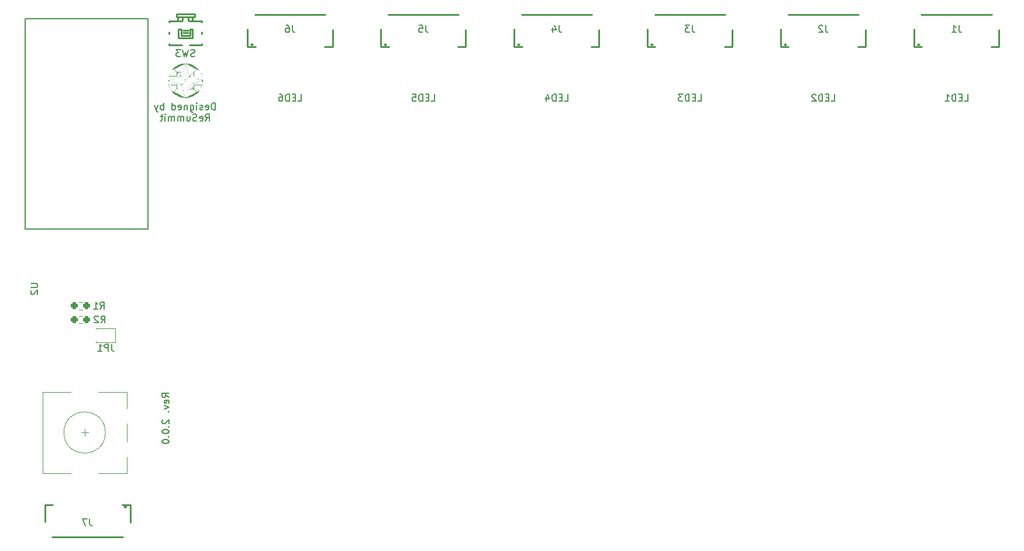
<source format=gbo>
G04 #@! TF.GenerationSoftware,KiCad,Pcbnew,7.0.5*
G04 #@! TF.CreationDate,2024-01-21T06:03:08-08:00*
G04 #@! TF.ProjectId,Seismos_5CoreRShift,53656973-6d6f-4735-9f35-436f72655253,rev?*
G04 #@! TF.SameCoordinates,Original*
G04 #@! TF.FileFunction,Legend,Bot*
G04 #@! TF.FilePolarity,Positive*
%FSLAX46Y46*%
G04 Gerber Fmt 4.6, Leading zero omitted, Abs format (unit mm)*
G04 Created by KiCad (PCBNEW 7.0.5) date 2024-01-21 06:03:08*
%MOMM*%
%LPD*%
G01*
G04 APERTURE LIST*
G04 Aperture macros list*
%AMRoundRect*
0 Rectangle with rounded corners*
0 $1 Rounding radius*
0 $2 $3 $4 $5 $6 $7 $8 $9 X,Y pos of 4 corners*
0 Add a 4 corners polygon primitive as box body*
4,1,4,$2,$3,$4,$5,$6,$7,$8,$9,$2,$3,0*
0 Add four circle primitives for the rounded corners*
1,1,$1+$1,$2,$3*
1,1,$1+$1,$4,$5*
1,1,$1+$1,$6,$7*
1,1,$1+$1,$8,$9*
0 Add four rect primitives between the rounded corners*
20,1,$1+$1,$2,$3,$4,$5,0*
20,1,$1+$1,$4,$5,$6,$7,0*
20,1,$1+$1,$6,$7,$8,$9,0*
20,1,$1+$1,$8,$9,$2,$3,0*%
%AMFreePoly0*
4,1,6,1.000000,0.000000,0.500000,-0.750000,-0.500000,-0.750000,-0.500000,0.750000,0.500000,0.750000,1.000000,0.000000,1.000000,0.000000,$1*%
%AMFreePoly1*
4,1,6,0.500000,-0.750000,-0.650000,-0.750000,-0.150000,0.000000,-0.650000,0.750000,0.500000,0.750000,0.500000,-0.750000,0.500000,-0.750000,$1*%
G04 Aperture macros list end*
%ADD10C,0.150000*%
%ADD11C,0.120000*%
%ADD12C,0.254000*%
%ADD13C,0.250000*%
%ADD14C,3.200000*%
%ADD15C,2.000000*%
%ADD16R,3.200000X2.000000*%
%ADD17C,1.200000*%
%ADD18O,2.500000X1.700000*%
%ADD19R,1.700000X1.700000*%
%ADD20O,1.700000X1.700000*%
%ADD21C,0.900000*%
%ADD22C,1.400000*%
%ADD23C,1.600000*%
%ADD24R,1.600000X1.600000*%
%ADD25R,0.600000X1.700000*%
%ADD26R,1.200000X1.800000*%
%ADD27RoundRect,0.237500X0.250000X0.237500X-0.250000X0.237500X-0.250000X-0.237500X0.250000X-0.237500X0*%
%ADD28FreePoly0,0.000000*%
%ADD29FreePoly1,0.000000*%
%ADD30R,1.550000X1.000000*%
G04 APERTURE END LIST*
D10*
X53319819Y-75876190D02*
X52843628Y-75542857D01*
X53319819Y-75304762D02*
X52319819Y-75304762D01*
X52319819Y-75304762D02*
X52319819Y-75685714D01*
X52319819Y-75685714D02*
X52367438Y-75780952D01*
X52367438Y-75780952D02*
X52415057Y-75828571D01*
X52415057Y-75828571D02*
X52510295Y-75876190D01*
X52510295Y-75876190D02*
X52653152Y-75876190D01*
X52653152Y-75876190D02*
X52748390Y-75828571D01*
X52748390Y-75828571D02*
X52796009Y-75780952D01*
X52796009Y-75780952D02*
X52843628Y-75685714D01*
X52843628Y-75685714D02*
X52843628Y-75304762D01*
X53272200Y-76685714D02*
X53319819Y-76590476D01*
X53319819Y-76590476D02*
X53319819Y-76400000D01*
X53319819Y-76400000D02*
X53272200Y-76304762D01*
X53272200Y-76304762D02*
X53176961Y-76257143D01*
X53176961Y-76257143D02*
X52796009Y-76257143D01*
X52796009Y-76257143D02*
X52700771Y-76304762D01*
X52700771Y-76304762D02*
X52653152Y-76400000D01*
X52653152Y-76400000D02*
X52653152Y-76590476D01*
X52653152Y-76590476D02*
X52700771Y-76685714D01*
X52700771Y-76685714D02*
X52796009Y-76733333D01*
X52796009Y-76733333D02*
X52891247Y-76733333D01*
X52891247Y-76733333D02*
X52986485Y-76257143D01*
X52653152Y-77066667D02*
X53319819Y-77304762D01*
X53319819Y-77304762D02*
X52653152Y-77542857D01*
X53224580Y-77923810D02*
X53272200Y-77971429D01*
X53272200Y-77971429D02*
X53319819Y-77923810D01*
X53319819Y-77923810D02*
X53272200Y-77876191D01*
X53272200Y-77876191D02*
X53224580Y-77923810D01*
X53224580Y-77923810D02*
X53319819Y-77923810D01*
X52415057Y-79114286D02*
X52367438Y-79161905D01*
X52367438Y-79161905D02*
X52319819Y-79257143D01*
X52319819Y-79257143D02*
X52319819Y-79495238D01*
X52319819Y-79495238D02*
X52367438Y-79590476D01*
X52367438Y-79590476D02*
X52415057Y-79638095D01*
X52415057Y-79638095D02*
X52510295Y-79685714D01*
X52510295Y-79685714D02*
X52605533Y-79685714D01*
X52605533Y-79685714D02*
X52748390Y-79638095D01*
X52748390Y-79638095D02*
X53319819Y-79066667D01*
X53319819Y-79066667D02*
X53319819Y-79685714D01*
X53224580Y-80114286D02*
X53272200Y-80161905D01*
X53272200Y-80161905D02*
X53319819Y-80114286D01*
X53319819Y-80114286D02*
X53272200Y-80066667D01*
X53272200Y-80066667D02*
X53224580Y-80114286D01*
X53224580Y-80114286D02*
X53319819Y-80114286D01*
X52319819Y-80780952D02*
X52319819Y-80876190D01*
X52319819Y-80876190D02*
X52367438Y-80971428D01*
X52367438Y-80971428D02*
X52415057Y-81019047D01*
X52415057Y-81019047D02*
X52510295Y-81066666D01*
X52510295Y-81066666D02*
X52700771Y-81114285D01*
X52700771Y-81114285D02*
X52938866Y-81114285D01*
X52938866Y-81114285D02*
X53129342Y-81066666D01*
X53129342Y-81066666D02*
X53224580Y-81019047D01*
X53224580Y-81019047D02*
X53272200Y-80971428D01*
X53272200Y-80971428D02*
X53319819Y-80876190D01*
X53319819Y-80876190D02*
X53319819Y-80780952D01*
X53319819Y-80780952D02*
X53272200Y-80685714D01*
X53272200Y-80685714D02*
X53224580Y-80638095D01*
X53224580Y-80638095D02*
X53129342Y-80590476D01*
X53129342Y-80590476D02*
X52938866Y-80542857D01*
X52938866Y-80542857D02*
X52700771Y-80542857D01*
X52700771Y-80542857D02*
X52510295Y-80590476D01*
X52510295Y-80590476D02*
X52415057Y-80638095D01*
X52415057Y-80638095D02*
X52367438Y-80685714D01*
X52367438Y-80685714D02*
X52319819Y-80780952D01*
X53224580Y-81542857D02*
X53272200Y-81590476D01*
X53272200Y-81590476D02*
X53319819Y-81542857D01*
X53319819Y-81542857D02*
X53272200Y-81495238D01*
X53272200Y-81495238D02*
X53224580Y-81542857D01*
X53224580Y-81542857D02*
X53319819Y-81542857D01*
X52319819Y-82209523D02*
X52319819Y-82304761D01*
X52319819Y-82304761D02*
X52367438Y-82399999D01*
X52367438Y-82399999D02*
X52415057Y-82447618D01*
X52415057Y-82447618D02*
X52510295Y-82495237D01*
X52510295Y-82495237D02*
X52700771Y-82542856D01*
X52700771Y-82542856D02*
X52938866Y-82542856D01*
X52938866Y-82542856D02*
X53129342Y-82495237D01*
X53129342Y-82495237D02*
X53224580Y-82447618D01*
X53224580Y-82447618D02*
X53272200Y-82399999D01*
X53272200Y-82399999D02*
X53319819Y-82304761D01*
X53319819Y-82304761D02*
X53319819Y-82209523D01*
X53319819Y-82209523D02*
X53272200Y-82114285D01*
X53272200Y-82114285D02*
X53224580Y-82066666D01*
X53224580Y-82066666D02*
X53129342Y-82019047D01*
X53129342Y-82019047D02*
X52938866Y-81971428D01*
X52938866Y-81971428D02*
X52700771Y-81971428D01*
X52700771Y-81971428D02*
X52510295Y-82019047D01*
X52510295Y-82019047D02*
X52415057Y-82066666D01*
X52415057Y-82066666D02*
X52367438Y-82114285D01*
X52367438Y-82114285D02*
X52319819Y-82209523D01*
X60008333Y-34209819D02*
X60008333Y-33209819D01*
X60008333Y-33209819D02*
X59770238Y-33209819D01*
X59770238Y-33209819D02*
X59627381Y-33257438D01*
X59627381Y-33257438D02*
X59532143Y-33352676D01*
X59532143Y-33352676D02*
X59484524Y-33447914D01*
X59484524Y-33447914D02*
X59436905Y-33638390D01*
X59436905Y-33638390D02*
X59436905Y-33781247D01*
X59436905Y-33781247D02*
X59484524Y-33971723D01*
X59484524Y-33971723D02*
X59532143Y-34066961D01*
X59532143Y-34066961D02*
X59627381Y-34162200D01*
X59627381Y-34162200D02*
X59770238Y-34209819D01*
X59770238Y-34209819D02*
X60008333Y-34209819D01*
X58627381Y-34162200D02*
X58722619Y-34209819D01*
X58722619Y-34209819D02*
X58913095Y-34209819D01*
X58913095Y-34209819D02*
X59008333Y-34162200D01*
X59008333Y-34162200D02*
X59055952Y-34066961D01*
X59055952Y-34066961D02*
X59055952Y-33686009D01*
X59055952Y-33686009D02*
X59008333Y-33590771D01*
X59008333Y-33590771D02*
X58913095Y-33543152D01*
X58913095Y-33543152D02*
X58722619Y-33543152D01*
X58722619Y-33543152D02*
X58627381Y-33590771D01*
X58627381Y-33590771D02*
X58579762Y-33686009D01*
X58579762Y-33686009D02*
X58579762Y-33781247D01*
X58579762Y-33781247D02*
X59055952Y-33876485D01*
X58198809Y-34162200D02*
X58103571Y-34209819D01*
X58103571Y-34209819D02*
X57913095Y-34209819D01*
X57913095Y-34209819D02*
X57817857Y-34162200D01*
X57817857Y-34162200D02*
X57770238Y-34066961D01*
X57770238Y-34066961D02*
X57770238Y-34019342D01*
X57770238Y-34019342D02*
X57817857Y-33924104D01*
X57817857Y-33924104D02*
X57913095Y-33876485D01*
X57913095Y-33876485D02*
X58055952Y-33876485D01*
X58055952Y-33876485D02*
X58151190Y-33828866D01*
X58151190Y-33828866D02*
X58198809Y-33733628D01*
X58198809Y-33733628D02*
X58198809Y-33686009D01*
X58198809Y-33686009D02*
X58151190Y-33590771D01*
X58151190Y-33590771D02*
X58055952Y-33543152D01*
X58055952Y-33543152D02*
X57913095Y-33543152D01*
X57913095Y-33543152D02*
X57817857Y-33590771D01*
X57341666Y-34209819D02*
X57341666Y-33543152D01*
X57341666Y-33209819D02*
X57389285Y-33257438D01*
X57389285Y-33257438D02*
X57341666Y-33305057D01*
X57341666Y-33305057D02*
X57294047Y-33257438D01*
X57294047Y-33257438D02*
X57341666Y-33209819D01*
X57341666Y-33209819D02*
X57341666Y-33305057D01*
X56436905Y-33543152D02*
X56436905Y-34352676D01*
X56436905Y-34352676D02*
X56484524Y-34447914D01*
X56484524Y-34447914D02*
X56532143Y-34495533D01*
X56532143Y-34495533D02*
X56627381Y-34543152D01*
X56627381Y-34543152D02*
X56770238Y-34543152D01*
X56770238Y-34543152D02*
X56865476Y-34495533D01*
X56436905Y-34162200D02*
X56532143Y-34209819D01*
X56532143Y-34209819D02*
X56722619Y-34209819D01*
X56722619Y-34209819D02*
X56817857Y-34162200D01*
X56817857Y-34162200D02*
X56865476Y-34114580D01*
X56865476Y-34114580D02*
X56913095Y-34019342D01*
X56913095Y-34019342D02*
X56913095Y-33733628D01*
X56913095Y-33733628D02*
X56865476Y-33638390D01*
X56865476Y-33638390D02*
X56817857Y-33590771D01*
X56817857Y-33590771D02*
X56722619Y-33543152D01*
X56722619Y-33543152D02*
X56532143Y-33543152D01*
X56532143Y-33543152D02*
X56436905Y-33590771D01*
X55960714Y-33543152D02*
X55960714Y-34209819D01*
X55960714Y-33638390D02*
X55913095Y-33590771D01*
X55913095Y-33590771D02*
X55817857Y-33543152D01*
X55817857Y-33543152D02*
X55675000Y-33543152D01*
X55675000Y-33543152D02*
X55579762Y-33590771D01*
X55579762Y-33590771D02*
X55532143Y-33686009D01*
X55532143Y-33686009D02*
X55532143Y-34209819D01*
X54675000Y-34162200D02*
X54770238Y-34209819D01*
X54770238Y-34209819D02*
X54960714Y-34209819D01*
X54960714Y-34209819D02*
X55055952Y-34162200D01*
X55055952Y-34162200D02*
X55103571Y-34066961D01*
X55103571Y-34066961D02*
X55103571Y-33686009D01*
X55103571Y-33686009D02*
X55055952Y-33590771D01*
X55055952Y-33590771D02*
X54960714Y-33543152D01*
X54960714Y-33543152D02*
X54770238Y-33543152D01*
X54770238Y-33543152D02*
X54675000Y-33590771D01*
X54675000Y-33590771D02*
X54627381Y-33686009D01*
X54627381Y-33686009D02*
X54627381Y-33781247D01*
X54627381Y-33781247D02*
X55103571Y-33876485D01*
X53770238Y-34209819D02*
X53770238Y-33209819D01*
X53770238Y-34162200D02*
X53865476Y-34209819D01*
X53865476Y-34209819D02*
X54055952Y-34209819D01*
X54055952Y-34209819D02*
X54151190Y-34162200D01*
X54151190Y-34162200D02*
X54198809Y-34114580D01*
X54198809Y-34114580D02*
X54246428Y-34019342D01*
X54246428Y-34019342D02*
X54246428Y-33733628D01*
X54246428Y-33733628D02*
X54198809Y-33638390D01*
X54198809Y-33638390D02*
X54151190Y-33590771D01*
X54151190Y-33590771D02*
X54055952Y-33543152D01*
X54055952Y-33543152D02*
X53865476Y-33543152D01*
X53865476Y-33543152D02*
X53770238Y-33590771D01*
X52532142Y-34209819D02*
X52532142Y-33209819D01*
X52532142Y-33590771D02*
X52436904Y-33543152D01*
X52436904Y-33543152D02*
X52246428Y-33543152D01*
X52246428Y-33543152D02*
X52151190Y-33590771D01*
X52151190Y-33590771D02*
X52103571Y-33638390D01*
X52103571Y-33638390D02*
X52055952Y-33733628D01*
X52055952Y-33733628D02*
X52055952Y-34019342D01*
X52055952Y-34019342D02*
X52103571Y-34114580D01*
X52103571Y-34114580D02*
X52151190Y-34162200D01*
X52151190Y-34162200D02*
X52246428Y-34209819D01*
X52246428Y-34209819D02*
X52436904Y-34209819D01*
X52436904Y-34209819D02*
X52532142Y-34162200D01*
X51722618Y-33543152D02*
X51484523Y-34209819D01*
X51246428Y-33543152D02*
X51484523Y-34209819D01*
X51484523Y-34209819D02*
X51579761Y-34447914D01*
X51579761Y-34447914D02*
X51627380Y-34495533D01*
X51627380Y-34495533D02*
X51722618Y-34543152D01*
X58579761Y-35819819D02*
X58913094Y-35343628D01*
X59151189Y-35819819D02*
X59151189Y-34819819D01*
X59151189Y-34819819D02*
X58770237Y-34819819D01*
X58770237Y-34819819D02*
X58674999Y-34867438D01*
X58674999Y-34867438D02*
X58627380Y-34915057D01*
X58627380Y-34915057D02*
X58579761Y-35010295D01*
X58579761Y-35010295D02*
X58579761Y-35153152D01*
X58579761Y-35153152D02*
X58627380Y-35248390D01*
X58627380Y-35248390D02*
X58674999Y-35296009D01*
X58674999Y-35296009D02*
X58770237Y-35343628D01*
X58770237Y-35343628D02*
X59151189Y-35343628D01*
X57770237Y-35772200D02*
X57865475Y-35819819D01*
X57865475Y-35819819D02*
X58055951Y-35819819D01*
X58055951Y-35819819D02*
X58151189Y-35772200D01*
X58151189Y-35772200D02*
X58198808Y-35676961D01*
X58198808Y-35676961D02*
X58198808Y-35296009D01*
X58198808Y-35296009D02*
X58151189Y-35200771D01*
X58151189Y-35200771D02*
X58055951Y-35153152D01*
X58055951Y-35153152D02*
X57865475Y-35153152D01*
X57865475Y-35153152D02*
X57770237Y-35200771D01*
X57770237Y-35200771D02*
X57722618Y-35296009D01*
X57722618Y-35296009D02*
X57722618Y-35391247D01*
X57722618Y-35391247D02*
X58198808Y-35486485D01*
X57341665Y-35772200D02*
X57198808Y-35819819D01*
X57198808Y-35819819D02*
X56960713Y-35819819D01*
X56960713Y-35819819D02*
X56865475Y-35772200D01*
X56865475Y-35772200D02*
X56817856Y-35724580D01*
X56817856Y-35724580D02*
X56770237Y-35629342D01*
X56770237Y-35629342D02*
X56770237Y-35534104D01*
X56770237Y-35534104D02*
X56817856Y-35438866D01*
X56817856Y-35438866D02*
X56865475Y-35391247D01*
X56865475Y-35391247D02*
X56960713Y-35343628D01*
X56960713Y-35343628D02*
X57151189Y-35296009D01*
X57151189Y-35296009D02*
X57246427Y-35248390D01*
X57246427Y-35248390D02*
X57294046Y-35200771D01*
X57294046Y-35200771D02*
X57341665Y-35105533D01*
X57341665Y-35105533D02*
X57341665Y-35010295D01*
X57341665Y-35010295D02*
X57294046Y-34915057D01*
X57294046Y-34915057D02*
X57246427Y-34867438D01*
X57246427Y-34867438D02*
X57151189Y-34819819D01*
X57151189Y-34819819D02*
X56913094Y-34819819D01*
X56913094Y-34819819D02*
X56770237Y-34867438D01*
X55913094Y-35153152D02*
X55913094Y-35819819D01*
X56341665Y-35153152D02*
X56341665Y-35676961D01*
X56341665Y-35676961D02*
X56294046Y-35772200D01*
X56294046Y-35772200D02*
X56198808Y-35819819D01*
X56198808Y-35819819D02*
X56055951Y-35819819D01*
X56055951Y-35819819D02*
X55960713Y-35772200D01*
X55960713Y-35772200D02*
X55913094Y-35724580D01*
X55436903Y-35819819D02*
X55436903Y-35153152D01*
X55436903Y-35248390D02*
X55389284Y-35200771D01*
X55389284Y-35200771D02*
X55294046Y-35153152D01*
X55294046Y-35153152D02*
X55151189Y-35153152D01*
X55151189Y-35153152D02*
X55055951Y-35200771D01*
X55055951Y-35200771D02*
X55008332Y-35296009D01*
X55008332Y-35296009D02*
X55008332Y-35819819D01*
X55008332Y-35296009D02*
X54960713Y-35200771D01*
X54960713Y-35200771D02*
X54865475Y-35153152D01*
X54865475Y-35153152D02*
X54722618Y-35153152D01*
X54722618Y-35153152D02*
X54627379Y-35200771D01*
X54627379Y-35200771D02*
X54579760Y-35296009D01*
X54579760Y-35296009D02*
X54579760Y-35819819D01*
X54103570Y-35819819D02*
X54103570Y-35153152D01*
X54103570Y-35248390D02*
X54055951Y-35200771D01*
X54055951Y-35200771D02*
X53960713Y-35153152D01*
X53960713Y-35153152D02*
X53817856Y-35153152D01*
X53817856Y-35153152D02*
X53722618Y-35200771D01*
X53722618Y-35200771D02*
X53674999Y-35296009D01*
X53674999Y-35296009D02*
X53674999Y-35819819D01*
X53674999Y-35296009D02*
X53627380Y-35200771D01*
X53627380Y-35200771D02*
X53532142Y-35153152D01*
X53532142Y-35153152D02*
X53389285Y-35153152D01*
X53389285Y-35153152D02*
X53294046Y-35200771D01*
X53294046Y-35200771D02*
X53246427Y-35296009D01*
X53246427Y-35296009D02*
X53246427Y-35819819D01*
X52770237Y-35819819D02*
X52770237Y-35153152D01*
X52770237Y-34819819D02*
X52817856Y-34867438D01*
X52817856Y-34867438D02*
X52770237Y-34915057D01*
X52770237Y-34915057D02*
X52722618Y-34867438D01*
X52722618Y-34867438D02*
X52770237Y-34819819D01*
X52770237Y-34819819D02*
X52770237Y-34915057D01*
X52436904Y-35153152D02*
X52055952Y-35153152D01*
X52294047Y-34819819D02*
X52294047Y-35676961D01*
X52294047Y-35676961D02*
X52246428Y-35772200D01*
X52246428Y-35772200D02*
X52151190Y-35819819D01*
X52151190Y-35819819D02*
X52055952Y-35819819D01*
X71969047Y-32954819D02*
X72445237Y-32954819D01*
X72445237Y-32954819D02*
X72445237Y-31954819D01*
X71635713Y-32431009D02*
X71302380Y-32431009D01*
X71159523Y-32954819D02*
X71635713Y-32954819D01*
X71635713Y-32954819D02*
X71635713Y-31954819D01*
X71635713Y-31954819D02*
X71159523Y-31954819D01*
X70730951Y-32954819D02*
X70730951Y-31954819D01*
X70730951Y-31954819D02*
X70492856Y-31954819D01*
X70492856Y-31954819D02*
X70349999Y-32002438D01*
X70349999Y-32002438D02*
X70254761Y-32097676D01*
X70254761Y-32097676D02*
X70207142Y-32192914D01*
X70207142Y-32192914D02*
X70159523Y-32383390D01*
X70159523Y-32383390D02*
X70159523Y-32526247D01*
X70159523Y-32526247D02*
X70207142Y-32716723D01*
X70207142Y-32716723D02*
X70254761Y-32811961D01*
X70254761Y-32811961D02*
X70349999Y-32907200D01*
X70349999Y-32907200D02*
X70492856Y-32954819D01*
X70492856Y-32954819D02*
X70730951Y-32954819D01*
X69302380Y-31954819D02*
X69492856Y-31954819D01*
X69492856Y-31954819D02*
X69588094Y-32002438D01*
X69588094Y-32002438D02*
X69635713Y-32050057D01*
X69635713Y-32050057D02*
X69730951Y-32192914D01*
X69730951Y-32192914D02*
X69778570Y-32383390D01*
X69778570Y-32383390D02*
X69778570Y-32764342D01*
X69778570Y-32764342D02*
X69730951Y-32859580D01*
X69730951Y-32859580D02*
X69683332Y-32907200D01*
X69683332Y-32907200D02*
X69588094Y-32954819D01*
X69588094Y-32954819D02*
X69397618Y-32954819D01*
X69397618Y-32954819D02*
X69302380Y-32907200D01*
X69302380Y-32907200D02*
X69254761Y-32859580D01*
X69254761Y-32859580D02*
X69207142Y-32764342D01*
X69207142Y-32764342D02*
X69207142Y-32526247D01*
X69207142Y-32526247D02*
X69254761Y-32431009D01*
X69254761Y-32431009D02*
X69302380Y-32383390D01*
X69302380Y-32383390D02*
X69397618Y-32335771D01*
X69397618Y-32335771D02*
X69588094Y-32335771D01*
X69588094Y-32335771D02*
X69683332Y-32383390D01*
X69683332Y-32383390D02*
X69730951Y-32431009D01*
X69730951Y-32431009D02*
X69778570Y-32526247D01*
X168469047Y-32954819D02*
X168945237Y-32954819D01*
X168945237Y-32954819D02*
X168945237Y-31954819D01*
X168135713Y-32431009D02*
X167802380Y-32431009D01*
X167659523Y-32954819D02*
X168135713Y-32954819D01*
X168135713Y-32954819D02*
X168135713Y-31954819D01*
X168135713Y-31954819D02*
X167659523Y-31954819D01*
X167230951Y-32954819D02*
X167230951Y-31954819D01*
X167230951Y-31954819D02*
X166992856Y-31954819D01*
X166992856Y-31954819D02*
X166849999Y-32002438D01*
X166849999Y-32002438D02*
X166754761Y-32097676D01*
X166754761Y-32097676D02*
X166707142Y-32192914D01*
X166707142Y-32192914D02*
X166659523Y-32383390D01*
X166659523Y-32383390D02*
X166659523Y-32526247D01*
X166659523Y-32526247D02*
X166707142Y-32716723D01*
X166707142Y-32716723D02*
X166754761Y-32811961D01*
X166754761Y-32811961D02*
X166849999Y-32907200D01*
X166849999Y-32907200D02*
X166992856Y-32954819D01*
X166992856Y-32954819D02*
X167230951Y-32954819D01*
X165707142Y-32954819D02*
X166278570Y-32954819D01*
X165992856Y-32954819D02*
X165992856Y-31954819D01*
X165992856Y-31954819D02*
X166088094Y-32097676D01*
X166088094Y-32097676D02*
X166183332Y-32192914D01*
X166183332Y-32192914D02*
X166278570Y-32240533D01*
X129869047Y-32954819D02*
X130345237Y-32954819D01*
X130345237Y-32954819D02*
X130345237Y-31954819D01*
X129535713Y-32431009D02*
X129202380Y-32431009D01*
X129059523Y-32954819D02*
X129535713Y-32954819D01*
X129535713Y-32954819D02*
X129535713Y-31954819D01*
X129535713Y-31954819D02*
X129059523Y-31954819D01*
X128630951Y-32954819D02*
X128630951Y-31954819D01*
X128630951Y-31954819D02*
X128392856Y-31954819D01*
X128392856Y-31954819D02*
X128249999Y-32002438D01*
X128249999Y-32002438D02*
X128154761Y-32097676D01*
X128154761Y-32097676D02*
X128107142Y-32192914D01*
X128107142Y-32192914D02*
X128059523Y-32383390D01*
X128059523Y-32383390D02*
X128059523Y-32526247D01*
X128059523Y-32526247D02*
X128107142Y-32716723D01*
X128107142Y-32716723D02*
X128154761Y-32811961D01*
X128154761Y-32811961D02*
X128249999Y-32907200D01*
X128249999Y-32907200D02*
X128392856Y-32954819D01*
X128392856Y-32954819D02*
X128630951Y-32954819D01*
X127726189Y-31954819D02*
X127107142Y-31954819D01*
X127107142Y-31954819D02*
X127440475Y-32335771D01*
X127440475Y-32335771D02*
X127297618Y-32335771D01*
X127297618Y-32335771D02*
X127202380Y-32383390D01*
X127202380Y-32383390D02*
X127154761Y-32431009D01*
X127154761Y-32431009D02*
X127107142Y-32526247D01*
X127107142Y-32526247D02*
X127107142Y-32764342D01*
X127107142Y-32764342D02*
X127154761Y-32859580D01*
X127154761Y-32859580D02*
X127202380Y-32907200D01*
X127202380Y-32907200D02*
X127297618Y-32954819D01*
X127297618Y-32954819D02*
X127583332Y-32954819D01*
X127583332Y-32954819D02*
X127678570Y-32907200D01*
X127678570Y-32907200D02*
X127726189Y-32859580D01*
X110569047Y-32954819D02*
X111045237Y-32954819D01*
X111045237Y-32954819D02*
X111045237Y-31954819D01*
X110235713Y-32431009D02*
X109902380Y-32431009D01*
X109759523Y-32954819D02*
X110235713Y-32954819D01*
X110235713Y-32954819D02*
X110235713Y-31954819D01*
X110235713Y-31954819D02*
X109759523Y-31954819D01*
X109330951Y-32954819D02*
X109330951Y-31954819D01*
X109330951Y-31954819D02*
X109092856Y-31954819D01*
X109092856Y-31954819D02*
X108949999Y-32002438D01*
X108949999Y-32002438D02*
X108854761Y-32097676D01*
X108854761Y-32097676D02*
X108807142Y-32192914D01*
X108807142Y-32192914D02*
X108759523Y-32383390D01*
X108759523Y-32383390D02*
X108759523Y-32526247D01*
X108759523Y-32526247D02*
X108807142Y-32716723D01*
X108807142Y-32716723D02*
X108854761Y-32811961D01*
X108854761Y-32811961D02*
X108949999Y-32907200D01*
X108949999Y-32907200D02*
X109092856Y-32954819D01*
X109092856Y-32954819D02*
X109330951Y-32954819D01*
X107902380Y-32288152D02*
X107902380Y-32954819D01*
X108140475Y-31907200D02*
X108378570Y-32621485D01*
X108378570Y-32621485D02*
X107759523Y-32621485D01*
X33307433Y-59363941D02*
X34116956Y-59363941D01*
X34116956Y-59363941D02*
X34212194Y-59411560D01*
X34212194Y-59411560D02*
X34259814Y-59459179D01*
X34259814Y-59459179D02*
X34307433Y-59554417D01*
X34307433Y-59554417D02*
X34307433Y-59744893D01*
X34307433Y-59744893D02*
X34259814Y-59840131D01*
X34259814Y-59840131D02*
X34212194Y-59887750D01*
X34212194Y-59887750D02*
X34116956Y-59935369D01*
X34116956Y-59935369D02*
X33307433Y-59935369D01*
X33402671Y-60363941D02*
X33355052Y-60411560D01*
X33355052Y-60411560D02*
X33307433Y-60506798D01*
X33307433Y-60506798D02*
X33307433Y-60744893D01*
X33307433Y-60744893D02*
X33355052Y-60840131D01*
X33355052Y-60840131D02*
X33402671Y-60887750D01*
X33402671Y-60887750D02*
X33497909Y-60935369D01*
X33497909Y-60935369D02*
X33593147Y-60935369D01*
X33593147Y-60935369D02*
X33736004Y-60887750D01*
X33736004Y-60887750D02*
X34307433Y-60316322D01*
X34307433Y-60316322D02*
X34307433Y-60935369D01*
X149169047Y-32954819D02*
X149645237Y-32954819D01*
X149645237Y-32954819D02*
X149645237Y-31954819D01*
X148835713Y-32431009D02*
X148502380Y-32431009D01*
X148359523Y-32954819D02*
X148835713Y-32954819D01*
X148835713Y-32954819D02*
X148835713Y-31954819D01*
X148835713Y-31954819D02*
X148359523Y-31954819D01*
X147930951Y-32954819D02*
X147930951Y-31954819D01*
X147930951Y-31954819D02*
X147692856Y-31954819D01*
X147692856Y-31954819D02*
X147549999Y-32002438D01*
X147549999Y-32002438D02*
X147454761Y-32097676D01*
X147454761Y-32097676D02*
X147407142Y-32192914D01*
X147407142Y-32192914D02*
X147359523Y-32383390D01*
X147359523Y-32383390D02*
X147359523Y-32526247D01*
X147359523Y-32526247D02*
X147407142Y-32716723D01*
X147407142Y-32716723D02*
X147454761Y-32811961D01*
X147454761Y-32811961D02*
X147549999Y-32907200D01*
X147549999Y-32907200D02*
X147692856Y-32954819D01*
X147692856Y-32954819D02*
X147930951Y-32954819D01*
X146978570Y-32050057D02*
X146930951Y-32002438D01*
X146930951Y-32002438D02*
X146835713Y-31954819D01*
X146835713Y-31954819D02*
X146597618Y-31954819D01*
X146597618Y-31954819D02*
X146502380Y-32002438D01*
X146502380Y-32002438D02*
X146454761Y-32050057D01*
X146454761Y-32050057D02*
X146407142Y-32145295D01*
X146407142Y-32145295D02*
X146407142Y-32240533D01*
X146407142Y-32240533D02*
X146454761Y-32383390D01*
X146454761Y-32383390D02*
X147026189Y-32954819D01*
X147026189Y-32954819D02*
X146407142Y-32954819D01*
X91269047Y-32954819D02*
X91745237Y-32954819D01*
X91745237Y-32954819D02*
X91745237Y-31954819D01*
X90935713Y-32431009D02*
X90602380Y-32431009D01*
X90459523Y-32954819D02*
X90935713Y-32954819D01*
X90935713Y-32954819D02*
X90935713Y-31954819D01*
X90935713Y-31954819D02*
X90459523Y-31954819D01*
X90030951Y-32954819D02*
X90030951Y-31954819D01*
X90030951Y-31954819D02*
X89792856Y-31954819D01*
X89792856Y-31954819D02*
X89649999Y-32002438D01*
X89649999Y-32002438D02*
X89554761Y-32097676D01*
X89554761Y-32097676D02*
X89507142Y-32192914D01*
X89507142Y-32192914D02*
X89459523Y-32383390D01*
X89459523Y-32383390D02*
X89459523Y-32526247D01*
X89459523Y-32526247D02*
X89507142Y-32716723D01*
X89507142Y-32716723D02*
X89554761Y-32811961D01*
X89554761Y-32811961D02*
X89649999Y-32907200D01*
X89649999Y-32907200D02*
X89792856Y-32954819D01*
X89792856Y-32954819D02*
X90030951Y-32954819D01*
X88554761Y-31954819D02*
X89030951Y-31954819D01*
X89030951Y-31954819D02*
X89078570Y-32431009D01*
X89078570Y-32431009D02*
X89030951Y-32383390D01*
X89030951Y-32383390D02*
X88935713Y-32335771D01*
X88935713Y-32335771D02*
X88697618Y-32335771D01*
X88697618Y-32335771D02*
X88602380Y-32383390D01*
X88602380Y-32383390D02*
X88554761Y-32431009D01*
X88554761Y-32431009D02*
X88507142Y-32526247D01*
X88507142Y-32526247D02*
X88507142Y-32764342D01*
X88507142Y-32764342D02*
X88554761Y-32859580D01*
X88554761Y-32859580D02*
X88602380Y-32907200D01*
X88602380Y-32907200D02*
X88697618Y-32954819D01*
X88697618Y-32954819D02*
X88935713Y-32954819D01*
X88935713Y-32954819D02*
X89030951Y-32907200D01*
X89030951Y-32907200D02*
X89078570Y-32859580D01*
X71183333Y-21954819D02*
X71183333Y-22669104D01*
X71183333Y-22669104D02*
X71230952Y-22811961D01*
X71230952Y-22811961D02*
X71326190Y-22907200D01*
X71326190Y-22907200D02*
X71469047Y-22954819D01*
X71469047Y-22954819D02*
X71564285Y-22954819D01*
X70278571Y-21954819D02*
X70469047Y-21954819D01*
X70469047Y-21954819D02*
X70564285Y-22002438D01*
X70564285Y-22002438D02*
X70611904Y-22050057D01*
X70611904Y-22050057D02*
X70707142Y-22192914D01*
X70707142Y-22192914D02*
X70754761Y-22383390D01*
X70754761Y-22383390D02*
X70754761Y-22764342D01*
X70754761Y-22764342D02*
X70707142Y-22859580D01*
X70707142Y-22859580D02*
X70659523Y-22907200D01*
X70659523Y-22907200D02*
X70564285Y-22954819D01*
X70564285Y-22954819D02*
X70373809Y-22954819D01*
X70373809Y-22954819D02*
X70278571Y-22907200D01*
X70278571Y-22907200D02*
X70230952Y-22859580D01*
X70230952Y-22859580D02*
X70183333Y-22764342D01*
X70183333Y-22764342D02*
X70183333Y-22526247D01*
X70183333Y-22526247D02*
X70230952Y-22431009D01*
X70230952Y-22431009D02*
X70278571Y-22383390D01*
X70278571Y-22383390D02*
X70373809Y-22335771D01*
X70373809Y-22335771D02*
X70564285Y-22335771D01*
X70564285Y-22335771D02*
X70659523Y-22383390D01*
X70659523Y-22383390D02*
X70707142Y-22431009D01*
X70707142Y-22431009D02*
X70754761Y-22526247D01*
X43466666Y-65054819D02*
X43799999Y-64578628D01*
X44038094Y-65054819D02*
X44038094Y-64054819D01*
X44038094Y-64054819D02*
X43657142Y-64054819D01*
X43657142Y-64054819D02*
X43561904Y-64102438D01*
X43561904Y-64102438D02*
X43514285Y-64150057D01*
X43514285Y-64150057D02*
X43466666Y-64245295D01*
X43466666Y-64245295D02*
X43466666Y-64388152D01*
X43466666Y-64388152D02*
X43514285Y-64483390D01*
X43514285Y-64483390D02*
X43561904Y-64531009D01*
X43561904Y-64531009D02*
X43657142Y-64578628D01*
X43657142Y-64578628D02*
X44038094Y-64578628D01*
X43085713Y-64150057D02*
X43038094Y-64102438D01*
X43038094Y-64102438D02*
X42942856Y-64054819D01*
X42942856Y-64054819D02*
X42704761Y-64054819D01*
X42704761Y-64054819D02*
X42609523Y-64102438D01*
X42609523Y-64102438D02*
X42561904Y-64150057D01*
X42561904Y-64150057D02*
X42514285Y-64245295D01*
X42514285Y-64245295D02*
X42514285Y-64340533D01*
X42514285Y-64340533D02*
X42561904Y-64483390D01*
X42561904Y-64483390D02*
X43133332Y-65054819D01*
X43133332Y-65054819D02*
X42514285Y-65054819D01*
X45008333Y-68154819D02*
X45008333Y-68869104D01*
X45008333Y-68869104D02*
X45055952Y-69011961D01*
X45055952Y-69011961D02*
X45151190Y-69107200D01*
X45151190Y-69107200D02*
X45294047Y-69154819D01*
X45294047Y-69154819D02*
X45389285Y-69154819D01*
X44532142Y-69154819D02*
X44532142Y-68154819D01*
X44532142Y-68154819D02*
X44151190Y-68154819D01*
X44151190Y-68154819D02*
X44055952Y-68202438D01*
X44055952Y-68202438D02*
X44008333Y-68250057D01*
X44008333Y-68250057D02*
X43960714Y-68345295D01*
X43960714Y-68345295D02*
X43960714Y-68488152D01*
X43960714Y-68488152D02*
X44008333Y-68583390D01*
X44008333Y-68583390D02*
X44055952Y-68631009D01*
X44055952Y-68631009D02*
X44151190Y-68678628D01*
X44151190Y-68678628D02*
X44532142Y-68678628D01*
X43008333Y-69154819D02*
X43579761Y-69154819D01*
X43294047Y-69154819D02*
X43294047Y-68154819D01*
X43294047Y-68154819D02*
X43389285Y-68297676D01*
X43389285Y-68297676D02*
X43484523Y-68392914D01*
X43484523Y-68392914D02*
X43579761Y-68440533D01*
X90483333Y-21954819D02*
X90483333Y-22669104D01*
X90483333Y-22669104D02*
X90530952Y-22811961D01*
X90530952Y-22811961D02*
X90626190Y-22907200D01*
X90626190Y-22907200D02*
X90769047Y-22954819D01*
X90769047Y-22954819D02*
X90864285Y-22954819D01*
X89530952Y-21954819D02*
X90007142Y-21954819D01*
X90007142Y-21954819D02*
X90054761Y-22431009D01*
X90054761Y-22431009D02*
X90007142Y-22383390D01*
X90007142Y-22383390D02*
X89911904Y-22335771D01*
X89911904Y-22335771D02*
X89673809Y-22335771D01*
X89673809Y-22335771D02*
X89578571Y-22383390D01*
X89578571Y-22383390D02*
X89530952Y-22431009D01*
X89530952Y-22431009D02*
X89483333Y-22526247D01*
X89483333Y-22526247D02*
X89483333Y-22764342D01*
X89483333Y-22764342D02*
X89530952Y-22859580D01*
X89530952Y-22859580D02*
X89578571Y-22907200D01*
X89578571Y-22907200D02*
X89673809Y-22954819D01*
X89673809Y-22954819D02*
X89911904Y-22954819D01*
X89911904Y-22954819D02*
X90007142Y-22907200D01*
X90007142Y-22907200D02*
X90054761Y-22859580D01*
X43366666Y-63054819D02*
X43699999Y-62578628D01*
X43938094Y-63054819D02*
X43938094Y-62054819D01*
X43938094Y-62054819D02*
X43557142Y-62054819D01*
X43557142Y-62054819D02*
X43461904Y-62102438D01*
X43461904Y-62102438D02*
X43414285Y-62150057D01*
X43414285Y-62150057D02*
X43366666Y-62245295D01*
X43366666Y-62245295D02*
X43366666Y-62388152D01*
X43366666Y-62388152D02*
X43414285Y-62483390D01*
X43414285Y-62483390D02*
X43461904Y-62531009D01*
X43461904Y-62531009D02*
X43557142Y-62578628D01*
X43557142Y-62578628D02*
X43938094Y-62578628D01*
X42414285Y-63054819D02*
X42985713Y-63054819D01*
X42699999Y-63054819D02*
X42699999Y-62054819D01*
X42699999Y-62054819D02*
X42795237Y-62197676D01*
X42795237Y-62197676D02*
X42890475Y-62292914D01*
X42890475Y-62292914D02*
X42985713Y-62340533D01*
X57045832Y-26456700D02*
X56902975Y-26504319D01*
X56902975Y-26504319D02*
X56664880Y-26504319D01*
X56664880Y-26504319D02*
X56569642Y-26456700D01*
X56569642Y-26456700D02*
X56522023Y-26409080D01*
X56522023Y-26409080D02*
X56474404Y-26313842D01*
X56474404Y-26313842D02*
X56474404Y-26218604D01*
X56474404Y-26218604D02*
X56522023Y-26123366D01*
X56522023Y-26123366D02*
X56569642Y-26075747D01*
X56569642Y-26075747D02*
X56664880Y-26028128D01*
X56664880Y-26028128D02*
X56855356Y-25980509D01*
X56855356Y-25980509D02*
X56950594Y-25932890D01*
X56950594Y-25932890D02*
X56998213Y-25885271D01*
X56998213Y-25885271D02*
X57045832Y-25790033D01*
X57045832Y-25790033D02*
X57045832Y-25694795D01*
X57045832Y-25694795D02*
X56998213Y-25599557D01*
X56998213Y-25599557D02*
X56950594Y-25551938D01*
X56950594Y-25551938D02*
X56855356Y-25504319D01*
X56855356Y-25504319D02*
X56617261Y-25504319D01*
X56617261Y-25504319D02*
X56474404Y-25551938D01*
X56141070Y-25504319D02*
X55902975Y-26504319D01*
X55902975Y-26504319D02*
X55712499Y-25790033D01*
X55712499Y-25790033D02*
X55522023Y-26504319D01*
X55522023Y-26504319D02*
X55283928Y-25504319D01*
X54998213Y-25504319D02*
X54379166Y-25504319D01*
X54379166Y-25504319D02*
X54712499Y-25885271D01*
X54712499Y-25885271D02*
X54569642Y-25885271D01*
X54569642Y-25885271D02*
X54474404Y-25932890D01*
X54474404Y-25932890D02*
X54426785Y-25980509D01*
X54426785Y-25980509D02*
X54379166Y-26075747D01*
X54379166Y-26075747D02*
X54379166Y-26313842D01*
X54379166Y-26313842D02*
X54426785Y-26409080D01*
X54426785Y-26409080D02*
X54474404Y-26456700D01*
X54474404Y-26456700D02*
X54569642Y-26504319D01*
X54569642Y-26504319D02*
X54855356Y-26504319D01*
X54855356Y-26504319D02*
X54950594Y-26456700D01*
X54950594Y-26456700D02*
X54998213Y-26409080D01*
X41833333Y-93454819D02*
X41833333Y-94169104D01*
X41833333Y-94169104D02*
X41880952Y-94311961D01*
X41880952Y-94311961D02*
X41976190Y-94407200D01*
X41976190Y-94407200D02*
X42119047Y-94454819D01*
X42119047Y-94454819D02*
X42214285Y-94454819D01*
X41452380Y-93454819D02*
X40785714Y-93454819D01*
X40785714Y-93454819D02*
X41214285Y-94454819D01*
X167683333Y-21954819D02*
X167683333Y-22669104D01*
X167683333Y-22669104D02*
X167730952Y-22811961D01*
X167730952Y-22811961D02*
X167826190Y-22907200D01*
X167826190Y-22907200D02*
X167969047Y-22954819D01*
X167969047Y-22954819D02*
X168064285Y-22954819D01*
X166683333Y-22954819D02*
X167254761Y-22954819D01*
X166969047Y-22954819D02*
X166969047Y-21954819D01*
X166969047Y-21954819D02*
X167064285Y-22097676D01*
X167064285Y-22097676D02*
X167159523Y-22192914D01*
X167159523Y-22192914D02*
X167254761Y-22240533D01*
X129083333Y-21954819D02*
X129083333Y-22669104D01*
X129083333Y-22669104D02*
X129130952Y-22811961D01*
X129130952Y-22811961D02*
X129226190Y-22907200D01*
X129226190Y-22907200D02*
X129369047Y-22954819D01*
X129369047Y-22954819D02*
X129464285Y-22954819D01*
X128702380Y-21954819D02*
X128083333Y-21954819D01*
X128083333Y-21954819D02*
X128416666Y-22335771D01*
X128416666Y-22335771D02*
X128273809Y-22335771D01*
X128273809Y-22335771D02*
X128178571Y-22383390D01*
X128178571Y-22383390D02*
X128130952Y-22431009D01*
X128130952Y-22431009D02*
X128083333Y-22526247D01*
X128083333Y-22526247D02*
X128083333Y-22764342D01*
X128083333Y-22764342D02*
X128130952Y-22859580D01*
X128130952Y-22859580D02*
X128178571Y-22907200D01*
X128178571Y-22907200D02*
X128273809Y-22954819D01*
X128273809Y-22954819D02*
X128559523Y-22954819D01*
X128559523Y-22954819D02*
X128654761Y-22907200D01*
X128654761Y-22907200D02*
X128702380Y-22859580D01*
X109783333Y-21954819D02*
X109783333Y-22669104D01*
X109783333Y-22669104D02*
X109830952Y-22811961D01*
X109830952Y-22811961D02*
X109926190Y-22907200D01*
X109926190Y-22907200D02*
X110069047Y-22954819D01*
X110069047Y-22954819D02*
X110164285Y-22954819D01*
X108878571Y-22288152D02*
X108878571Y-22954819D01*
X109116666Y-21907200D02*
X109354761Y-22621485D01*
X109354761Y-22621485D02*
X108735714Y-22621485D01*
X148383333Y-21954819D02*
X148383333Y-22669104D01*
X148383333Y-22669104D02*
X148430952Y-22811961D01*
X148430952Y-22811961D02*
X148526190Y-22907200D01*
X148526190Y-22907200D02*
X148669047Y-22954819D01*
X148669047Y-22954819D02*
X148764285Y-22954819D01*
X147954761Y-22050057D02*
X147907142Y-22002438D01*
X147907142Y-22002438D02*
X147811904Y-21954819D01*
X147811904Y-21954819D02*
X147573809Y-21954819D01*
X147573809Y-21954819D02*
X147478571Y-22002438D01*
X147478571Y-22002438D02*
X147430952Y-22050057D01*
X147430952Y-22050057D02*
X147383333Y-22145295D01*
X147383333Y-22145295D02*
X147383333Y-22240533D01*
X147383333Y-22240533D02*
X147430952Y-22383390D01*
X147430952Y-22383390D02*
X148002380Y-22954819D01*
X148002380Y-22954819D02*
X147383333Y-22954819D01*
D11*
X35010000Y-75060000D02*
X35010000Y-86860000D01*
X39110000Y-75060000D02*
X35010000Y-75060000D01*
X39110000Y-86860000D02*
X35010000Y-86860000D01*
X40610000Y-80960000D02*
X41610000Y-80960000D01*
X41110000Y-80460000D02*
X41110000Y-81460000D01*
X43110000Y-75060000D02*
X47210000Y-75060000D01*
X47210000Y-75060000D02*
X47210000Y-77460000D01*
X47210000Y-79660000D02*
X47210000Y-82260000D01*
X47210000Y-84460000D02*
X47210000Y-86860000D01*
X47210000Y-86860000D02*
X43110000Y-86860000D01*
X44110000Y-80960000D02*
G75*
G03*
X44110000Y-80960000I-3000000J0D01*
G01*
D10*
X50240000Y-21016000D02*
X50240000Y-51496000D01*
X32460000Y-21016000D02*
X50240000Y-21016000D01*
X32460000Y-21016000D02*
X32460000Y-51496000D01*
X50240000Y-51496000D02*
X32460000Y-51496000D01*
D12*
X64650000Y-22538000D02*
X64650000Y-25078000D01*
X64650000Y-25078000D02*
X65819000Y-25078000D01*
X75881000Y-25078000D02*
X76990000Y-25078000D01*
X75958000Y-20400000D02*
X65742000Y-20400000D01*
X76990000Y-25078000D02*
X76990000Y-22641000D01*
X65475000Y-24760000D02*
G75*
G03*
X65475000Y-24760000I-125000J0D01*
G01*
D11*
X40754724Y-65122500D02*
X40245276Y-65122500D01*
X40754724Y-64077500D02*
X40245276Y-64077500D01*
X42775000Y-65900000D02*
X42775000Y-67900000D01*
X42775000Y-67900000D02*
X45575000Y-67900000D01*
X45575000Y-65900000D02*
X42775000Y-65900000D01*
X45575000Y-67900000D02*
X45575000Y-65900000D01*
D12*
X83950000Y-22538000D02*
X83950000Y-25078000D01*
X83950000Y-25078000D02*
X85119000Y-25078000D01*
X95181000Y-25078000D02*
X96290000Y-25078000D01*
X95258000Y-20400000D02*
X85042000Y-20400000D01*
X96290000Y-25078000D02*
X96290000Y-22641000D01*
X84775000Y-24760000D02*
G75*
G03*
X84775000Y-24760000I-125000J0D01*
G01*
D11*
X40754724Y-63122500D02*
X40245276Y-63122500D01*
X40754724Y-62077500D02*
X40245276Y-62077500D01*
D12*
X53362500Y-24799500D02*
X53362500Y-24630500D01*
X55173500Y-24799500D02*
X53426500Y-24799500D01*
X58062500Y-24799500D02*
X56251500Y-24799500D01*
X58062500Y-24630500D02*
X58062500Y-24799500D01*
X54696500Y-23811500D02*
X56728500Y-23811500D01*
X56728500Y-23811500D02*
X56728500Y-22541500D01*
X55077500Y-23430500D02*
X56347500Y-23430500D01*
X56347500Y-23430500D02*
X56347500Y-22541500D01*
X53362500Y-23168500D02*
X53362500Y-22930500D01*
X55331500Y-23049500D02*
X56093500Y-23049500D01*
X58062500Y-22930500D02*
X58062500Y-23168500D01*
X55331500Y-22668500D02*
X56093500Y-22668500D01*
X54696500Y-22541500D02*
X54696500Y-23811500D01*
X54696500Y-22541500D02*
X55077500Y-22541500D01*
X55077500Y-22541500D02*
X55077500Y-23430500D01*
X56347500Y-22541500D02*
X56728500Y-22541500D01*
X53362500Y-21468500D02*
X53362500Y-21299500D01*
X55173500Y-21299500D02*
X53362500Y-21299500D01*
X58062500Y-21299500D02*
X58062500Y-21468500D01*
X58062500Y-21299500D02*
X56251500Y-21299500D01*
X54412500Y-20763500D02*
X57012500Y-20763500D01*
X54621500Y-20763500D02*
X54621500Y-21299500D01*
X55283500Y-20763500D02*
X55283500Y-21299500D01*
X56138500Y-20763500D02*
X56138500Y-21299500D01*
X56706500Y-20763500D02*
X56706500Y-21299500D01*
X54412500Y-20299500D02*
X54412500Y-20763500D01*
X54412500Y-20299500D02*
X57012500Y-20299500D01*
X57012500Y-20299500D02*
X57012500Y-20763500D01*
X47700000Y-93962000D02*
X47700000Y-91422000D01*
X47700000Y-91422000D02*
X46531000Y-91422000D01*
X36469000Y-91422000D02*
X35360000Y-91422000D01*
X36392000Y-96100000D02*
X46608000Y-96100000D01*
X35360000Y-91422000D02*
X35360000Y-93859000D01*
X47125000Y-91740000D02*
G75*
G03*
X47125000Y-91740000I-125000J0D01*
G01*
X161150000Y-22538000D02*
X161150000Y-25078000D01*
X161150000Y-25078000D02*
X162319000Y-25078000D01*
X172381000Y-25078000D02*
X173490000Y-25078000D01*
X172458000Y-20400000D02*
X162242000Y-20400000D01*
X173490000Y-25078000D02*
X173490000Y-22641000D01*
X161975000Y-24760000D02*
G75*
G03*
X161975000Y-24760000I-125000J0D01*
G01*
G36*
X57995770Y-29120192D02*
G01*
X57990885Y-29125077D01*
X57986000Y-29120192D01*
X57990885Y-29115307D01*
X57995770Y-29120192D01*
G37*
G36*
X57810154Y-31201038D02*
G01*
X57805270Y-31205923D01*
X57800385Y-31201038D01*
X57805270Y-31196153D01*
X57810154Y-31201038D01*
G37*
G36*
X57761308Y-28670807D02*
G01*
X57756423Y-28675692D01*
X57751539Y-28670807D01*
X57756423Y-28665923D01*
X57761308Y-28670807D01*
G37*
G36*
X57683154Y-28719653D02*
G01*
X57678270Y-28724538D01*
X57673385Y-28719653D01*
X57678270Y-28714769D01*
X57683154Y-28719653D01*
G37*
G36*
X57605000Y-31367115D02*
G01*
X57600116Y-31372000D01*
X57595231Y-31367115D01*
X57600116Y-31362230D01*
X57605000Y-31367115D01*
G37*
G36*
X57605000Y-28534038D02*
G01*
X57600116Y-28538923D01*
X57595231Y-28534038D01*
X57600116Y-28529153D01*
X57605000Y-28534038D01*
G37*
G36*
X57468231Y-28504730D02*
G01*
X57463347Y-28509615D01*
X57458462Y-28504730D01*
X57463347Y-28499846D01*
X57468231Y-28504730D01*
G37*
G36*
X57097000Y-28690346D02*
G01*
X57092116Y-28695230D01*
X57087231Y-28690346D01*
X57092116Y-28685461D01*
X57097000Y-28690346D01*
G37*
G36*
X57097000Y-28240961D02*
G01*
X57092116Y-28245846D01*
X57087231Y-28240961D01*
X57092116Y-28236077D01*
X57097000Y-28240961D01*
G37*
G36*
X57038385Y-28582884D02*
G01*
X57033500Y-28587769D01*
X57028616Y-28582884D01*
X57033500Y-28578000D01*
X57038385Y-28582884D01*
G37*
G36*
X57009077Y-31386653D02*
G01*
X57004193Y-31391538D01*
X56999308Y-31386653D01*
X57004193Y-31381769D01*
X57009077Y-31386653D01*
G37*
G36*
X56960231Y-28612192D02*
G01*
X56955347Y-28617077D01*
X56950462Y-28612192D01*
X56955347Y-28607307D01*
X56960231Y-28612192D01*
G37*
G36*
X56667154Y-28026038D02*
G01*
X56662270Y-28030923D01*
X56657385Y-28026038D01*
X56662270Y-28021153D01*
X56667154Y-28026038D01*
G37*
G36*
X55065000Y-31982577D02*
G01*
X55060116Y-31987461D01*
X55055231Y-31982577D01*
X55060116Y-31977692D01*
X55065000Y-31982577D01*
G37*
G36*
X54957539Y-28074884D02*
G01*
X54952654Y-28079769D01*
X54947770Y-28074884D01*
X54952654Y-28070000D01*
X54957539Y-28074884D01*
G37*
G36*
X54908693Y-28104192D02*
G01*
X54903808Y-28109077D01*
X54898923Y-28104192D01*
X54903808Y-28099307D01*
X54908693Y-28104192D01*
G37*
G36*
X54742616Y-31894653D02*
G01*
X54737731Y-31899538D01*
X54732847Y-31894653D01*
X54737731Y-31889769D01*
X54742616Y-31894653D01*
G37*
G36*
X54586308Y-31308500D02*
G01*
X54581423Y-31313384D01*
X54576539Y-31308500D01*
X54581423Y-31303615D01*
X54586308Y-31308500D01*
G37*
G36*
X54527693Y-28612192D02*
G01*
X54522808Y-28617077D01*
X54517923Y-28612192D01*
X54522808Y-28607307D01*
X54527693Y-28612192D01*
G37*
G36*
X54527693Y-28289807D02*
G01*
X54522808Y-28294692D01*
X54517923Y-28289807D01*
X54522808Y-28284923D01*
X54527693Y-28289807D01*
G37*
G36*
X54478847Y-28319115D02*
G01*
X54473962Y-28324000D01*
X54469077Y-28319115D01*
X54473962Y-28314230D01*
X54478847Y-28319115D01*
G37*
G36*
X54234616Y-28612192D02*
G01*
X54229731Y-28617077D01*
X54224847Y-28612192D01*
X54229731Y-28607307D01*
X54234616Y-28612192D01*
G37*
G36*
X54078308Y-28455884D02*
G01*
X54073423Y-28460769D01*
X54068539Y-28455884D01*
X54073423Y-28451000D01*
X54078308Y-28455884D01*
G37*
G36*
X54049000Y-28426577D02*
G01*
X54044116Y-28431461D01*
X54039231Y-28426577D01*
X54044116Y-28421692D01*
X54049000Y-28426577D01*
G37*
G36*
X53863385Y-31415961D02*
G01*
X53858500Y-31420846D01*
X53853616Y-31415961D01*
X53858500Y-31411077D01*
X53863385Y-31415961D01*
G37*
G36*
X53834077Y-31367115D02*
G01*
X53829193Y-31372000D01*
X53824308Y-31367115D01*
X53829193Y-31362230D01*
X53834077Y-31367115D01*
G37*
G36*
X53755923Y-28504730D02*
G01*
X53751039Y-28509615D01*
X53746154Y-28504730D01*
X53751039Y-28499846D01*
X53755923Y-28504730D01*
G37*
G36*
X53619154Y-28856423D02*
G01*
X53614270Y-28861307D01*
X53609385Y-28856423D01*
X53614270Y-28851538D01*
X53619154Y-28856423D01*
G37*
G36*
X53462847Y-30800500D02*
G01*
X53457962Y-30805384D01*
X53453077Y-30800500D01*
X53457962Y-30795615D01*
X53462847Y-30800500D01*
G37*
G36*
X53462847Y-29120192D02*
G01*
X53457962Y-29125077D01*
X53453077Y-29120192D01*
X53457962Y-29115307D01*
X53462847Y-29120192D01*
G37*
G36*
X53433539Y-30722346D02*
G01*
X53428654Y-30727230D01*
X53423770Y-30722346D01*
X53428654Y-30717461D01*
X53433539Y-30722346D01*
G37*
G36*
X58002282Y-30798871D02*
G01*
X58003811Y-30801810D01*
X57995770Y-30805384D01*
X57990598Y-30804679D01*
X57989257Y-30798871D01*
X57990689Y-30797702D01*
X58002282Y-30798871D01*
G37*
G36*
X57894821Y-31013794D02*
G01*
X57896349Y-31016733D01*
X57888308Y-31020307D01*
X57883136Y-31019602D01*
X57881795Y-31013794D01*
X57883227Y-31012625D01*
X57894821Y-31013794D01*
G37*
G36*
X57816667Y-29147871D02*
G01*
X57818195Y-29150810D01*
X57810154Y-29154384D01*
X57804982Y-29153679D01*
X57803641Y-29147871D01*
X57805073Y-29146702D01*
X57816667Y-29147871D01*
G37*
G36*
X57709206Y-28610564D02*
G01*
X57710734Y-28613502D01*
X57702693Y-28617077D01*
X57697521Y-28616371D01*
X57696180Y-28610564D01*
X57697612Y-28609394D01*
X57709206Y-28610564D01*
G37*
G36*
X57224000Y-31577153D02*
G01*
X57223295Y-31582325D01*
X57217488Y-31583666D01*
X57216318Y-31582234D01*
X57217488Y-31570641D01*
X57220426Y-31569112D01*
X57224000Y-31577153D01*
G37*
G36*
X57093744Y-31521794D02*
G01*
X57095272Y-31524733D01*
X57087231Y-31528307D01*
X57082059Y-31527602D01*
X57080718Y-31521794D01*
X57082150Y-31520625D01*
X57093744Y-31521794D01*
G37*
G36*
X56960231Y-31499000D02*
G01*
X56959526Y-31504171D01*
X56953718Y-31505512D01*
X56952549Y-31504081D01*
X56953718Y-31492487D01*
X56956657Y-31490958D01*
X56960231Y-31499000D01*
G37*
G36*
X56908129Y-31258025D02*
G01*
X56909657Y-31260964D01*
X56901616Y-31264538D01*
X56896444Y-31263833D01*
X56895103Y-31258025D01*
X56896535Y-31256856D01*
X56908129Y-31258025D01*
G37*
G36*
X56745308Y-31284077D02*
G01*
X56744603Y-31289248D01*
X56738795Y-31290589D01*
X56737626Y-31289157D01*
X56738795Y-31277564D01*
X56741734Y-31276035D01*
X56745308Y-31284077D01*
G37*
G36*
X54635154Y-31792077D02*
G01*
X54634449Y-31797248D01*
X54628641Y-31798589D01*
X54627472Y-31797157D01*
X54628641Y-31785564D01*
X54631580Y-31784035D01*
X54635154Y-31792077D01*
G37*
G36*
X54612359Y-28102564D02*
G01*
X54613888Y-28105502D01*
X54605847Y-28109077D01*
X54600675Y-28108371D01*
X54599334Y-28102564D01*
X54600766Y-28101394D01*
X54612359Y-28102564D01*
G37*
G36*
X54426744Y-28903641D02*
G01*
X54428272Y-28906579D01*
X54420231Y-28910153D01*
X54415059Y-28909448D01*
X54413718Y-28903641D01*
X54415150Y-28902471D01*
X54426744Y-28903641D01*
G37*
G36*
X54400693Y-29281384D02*
G01*
X54399988Y-29286556D01*
X54394180Y-29287897D01*
X54393011Y-29286465D01*
X54394180Y-29274871D01*
X54397118Y-29273343D01*
X54400693Y-29281384D01*
G37*
G36*
X54211821Y-31580410D02*
G01*
X54213349Y-31583348D01*
X54205308Y-31586923D01*
X54200136Y-31586218D01*
X54198795Y-31580410D01*
X54200227Y-31579241D01*
X54211821Y-31580410D01*
G37*
G36*
X54182513Y-28317487D02*
G01*
X54184042Y-28320425D01*
X54176000Y-28324000D01*
X54170829Y-28323295D01*
X54169488Y-28317487D01*
X54170919Y-28316318D01*
X54182513Y-28317487D01*
G37*
G36*
X54156462Y-28587769D02*
G01*
X54155757Y-28592941D01*
X54149949Y-28594282D01*
X54148780Y-28592850D01*
X54149949Y-28581256D01*
X54152888Y-28579728D01*
X54156462Y-28587769D01*
G37*
G36*
X53674513Y-31150564D02*
G01*
X53676042Y-31153502D01*
X53668000Y-31157077D01*
X53662829Y-31156371D01*
X53661488Y-31150564D01*
X53662919Y-31149394D01*
X53674513Y-31150564D01*
G37*
G36*
X53596359Y-28796179D02*
G01*
X53597888Y-28799117D01*
X53589847Y-28802692D01*
X53584675Y-28801987D01*
X53583334Y-28796179D01*
X53584766Y-28795010D01*
X53596359Y-28796179D01*
G37*
G36*
X53567052Y-28825487D02*
G01*
X53568580Y-28828425D01*
X53560539Y-28832000D01*
X53555367Y-28831295D01*
X53554026Y-28825487D01*
X53555458Y-28824318D01*
X53567052Y-28825487D01*
G37*
G36*
X53547513Y-28932948D02*
G01*
X53549042Y-28935887D01*
X53541000Y-28939461D01*
X53535829Y-28938756D01*
X53534488Y-28932948D01*
X53535919Y-28931779D01*
X53547513Y-28932948D01*
G37*
G36*
X53488898Y-29226025D02*
G01*
X53490426Y-29228964D01*
X53482385Y-29232538D01*
X53477213Y-29231833D01*
X53475872Y-29226025D01*
X53477304Y-29224856D01*
X53488898Y-29226025D01*
G37*
G36*
X53488898Y-29069718D02*
G01*
X53490426Y-29072656D01*
X53482385Y-29076230D01*
X53477213Y-29075525D01*
X53475872Y-29069718D01*
X53477304Y-29068548D01*
X53488898Y-29069718D01*
G37*
G36*
X57287402Y-31469533D02*
G01*
X57288370Y-31474655D01*
X57278308Y-31479461D01*
X57273375Y-31479270D01*
X57263509Y-31474655D01*
X57272172Y-31465224D01*
X57275694Y-31463897D01*
X57287402Y-31469533D01*
G37*
G36*
X57150633Y-31655148D02*
G01*
X57151600Y-31660270D01*
X57141539Y-31665077D01*
X57136606Y-31664885D01*
X57126740Y-31660271D01*
X57135402Y-31650840D01*
X57138925Y-31649512D01*
X57150633Y-31655148D01*
G37*
G36*
X57734336Y-28627130D02*
G01*
X57741770Y-28636615D01*
X57741486Y-28638950D01*
X57732000Y-28646384D01*
X57729665Y-28646100D01*
X57722231Y-28636615D01*
X57722515Y-28634280D01*
X57732000Y-28626846D01*
X57734336Y-28627130D01*
G37*
G36*
X57675644Y-28578375D02*
G01*
X57683154Y-28587769D01*
X57683042Y-28589980D01*
X57678846Y-28597538D01*
X57677279Y-28597088D01*
X57668500Y-28587769D01*
X57666974Y-28583985D01*
X57672808Y-28578000D01*
X57675644Y-28578375D01*
G37*
G36*
X57490105Y-28441514D02*
G01*
X57497539Y-28451000D01*
X57497255Y-28453335D01*
X57487770Y-28460769D01*
X57485435Y-28460485D01*
X57478000Y-28451000D01*
X57478284Y-28448664D01*
X57487770Y-28441230D01*
X57490105Y-28441514D01*
G37*
G36*
X57411951Y-28392668D02*
G01*
X57419385Y-28402153D01*
X57419101Y-28404489D01*
X57409616Y-28411923D01*
X57407281Y-28411639D01*
X57399847Y-28402153D01*
X57400130Y-28399818D01*
X57409616Y-28392384D01*
X57411951Y-28392668D01*
G37*
G36*
X57220106Y-31431065D02*
G01*
X57228885Y-31440384D01*
X57230412Y-31444168D01*
X57224577Y-31450153D01*
X57221741Y-31449778D01*
X57214231Y-31440384D01*
X57214343Y-31438173D01*
X57218539Y-31430615D01*
X57220106Y-31431065D01*
G37*
G36*
X57112645Y-31245449D02*
G01*
X57121423Y-31254769D01*
X57122950Y-31258553D01*
X57117115Y-31264538D01*
X57114280Y-31264163D01*
X57106770Y-31254769D01*
X57106882Y-31252558D01*
X57111078Y-31245000D01*
X57112645Y-31245449D01*
G37*
G36*
X57089566Y-31167130D02*
G01*
X57097000Y-31176615D01*
X57096717Y-31178950D01*
X57087231Y-31186384D01*
X57084896Y-31186100D01*
X57077462Y-31176615D01*
X57077746Y-31174280D01*
X57087231Y-31166846D01*
X57089566Y-31167130D01*
G37*
G36*
X57011412Y-28226591D02*
G01*
X57018847Y-28236077D01*
X57018563Y-28238412D01*
X57009077Y-28245846D01*
X57006742Y-28245562D01*
X56999308Y-28236077D01*
X56999592Y-28233741D01*
X57009077Y-28226307D01*
X57011412Y-28226591D01*
G37*
G36*
X56927029Y-31352911D02*
G01*
X56935808Y-31362230D01*
X56937335Y-31366015D01*
X56931500Y-31372000D01*
X56928664Y-31371624D01*
X56921154Y-31362230D01*
X56921266Y-31360019D01*
X56925462Y-31352461D01*
X56927029Y-31352911D01*
G37*
G36*
X56874567Y-31274683D02*
G01*
X56882077Y-31284077D01*
X56881965Y-31286287D01*
X56877769Y-31293846D01*
X56876202Y-31293396D01*
X56867423Y-31284077D01*
X56865897Y-31280292D01*
X56871732Y-31274307D01*
X56874567Y-31274683D01*
G37*
G36*
X56749418Y-31783074D02*
G01*
X56750193Y-31792077D01*
X56748188Y-31795000D01*
X56739847Y-31801846D01*
X56738872Y-31801592D01*
X56735539Y-31792077D01*
X56735936Y-31789399D01*
X56745885Y-31782307D01*
X56749418Y-31783074D01*
G37*
G36*
X56741414Y-28627295D02*
G01*
X56750193Y-28636615D01*
X56751719Y-28640399D01*
X56745885Y-28646384D01*
X56743049Y-28646009D01*
X56735539Y-28636615D01*
X56735651Y-28634404D01*
X56739847Y-28626846D01*
X56741414Y-28627295D01*
G37*
G36*
X56581566Y-28011668D02*
G01*
X56589000Y-28021153D01*
X56588717Y-28023489D01*
X56579231Y-28030923D01*
X56576896Y-28030639D01*
X56569462Y-28021153D01*
X56569746Y-28018818D01*
X56579231Y-28011384D01*
X56581566Y-28011668D01*
G37*
G36*
X54930566Y-31997514D02*
G01*
X54938000Y-32007000D01*
X54937717Y-32009335D01*
X54928231Y-32016769D01*
X54925896Y-32016485D01*
X54918462Y-32007000D01*
X54918746Y-32004664D01*
X54928231Y-31997230D01*
X54930566Y-31997514D01*
G37*
G36*
X54901259Y-28040976D02*
G01*
X54908693Y-28050461D01*
X54908409Y-28052796D01*
X54898923Y-28060230D01*
X54896588Y-28059946D01*
X54889154Y-28050461D01*
X54889438Y-28048126D01*
X54898923Y-28040692D01*
X54901259Y-28040976D01*
G37*
G36*
X54854187Y-27963305D02*
G01*
X54854962Y-27972307D01*
X54852957Y-27975231D01*
X54844616Y-27982077D01*
X54843641Y-27981823D01*
X54840308Y-27972307D01*
X54840706Y-27969630D01*
X54850654Y-27962538D01*
X54854187Y-27963305D01*
G37*
G36*
X54500720Y-31782591D02*
G01*
X54508154Y-31792077D01*
X54507870Y-31794412D01*
X54498385Y-31801846D01*
X54496050Y-31801562D01*
X54488616Y-31792077D01*
X54488900Y-31789741D01*
X54498385Y-31782307D01*
X54500720Y-31782591D01*
G37*
G36*
X54471412Y-28255899D02*
G01*
X54478847Y-28265384D01*
X54478563Y-28267719D01*
X54469077Y-28275153D01*
X54466742Y-28274870D01*
X54459308Y-28265384D01*
X54459592Y-28263049D01*
X54469077Y-28255615D01*
X54471412Y-28255899D01*
G37*
G36*
X54424341Y-28178228D02*
G01*
X54425116Y-28187230D01*
X54423111Y-28190154D01*
X54414770Y-28197000D01*
X54413795Y-28196746D01*
X54410462Y-28187230D01*
X54410860Y-28184553D01*
X54420808Y-28177461D01*
X54424341Y-28178228D01*
G37*
G36*
X54393183Y-31196529D02*
G01*
X54400693Y-31205923D01*
X54400581Y-31208134D01*
X54396385Y-31215692D01*
X54394818Y-31215242D01*
X54386039Y-31205923D01*
X54384512Y-31202138D01*
X54390347Y-31196153D01*
X54393183Y-31196529D01*
G37*
G36*
X54395418Y-28814114D02*
G01*
X54400693Y-28827115D01*
X54399591Y-28833856D01*
X54390923Y-28841769D01*
X54386429Y-28840116D01*
X54381154Y-28827115D01*
X54382256Y-28820374D01*
X54390923Y-28812461D01*
X54395418Y-28814114D01*
G37*
G36*
X54363875Y-28715144D02*
G01*
X54371385Y-28724538D01*
X54371273Y-28726749D01*
X54367077Y-28734307D01*
X54365510Y-28733858D01*
X54356731Y-28724538D01*
X54355205Y-28720754D01*
X54361039Y-28714769D01*
X54363875Y-28715144D01*
G37*
G36*
X54308876Y-28734757D02*
G01*
X54317654Y-28744077D01*
X54319181Y-28747861D01*
X54313346Y-28753846D01*
X54310511Y-28753470D01*
X54303000Y-28744077D01*
X54303112Y-28741866D01*
X54307308Y-28734307D01*
X54308876Y-28734757D01*
G37*
G36*
X54308876Y-28627295D02*
G01*
X54317654Y-28636615D01*
X54319181Y-28640399D01*
X54313346Y-28646384D01*
X54310511Y-28646009D01*
X54303000Y-28636615D01*
X54303112Y-28634404D01*
X54307308Y-28626846D01*
X54308876Y-28627295D01*
G37*
G36*
X54285797Y-28470822D02*
G01*
X54293231Y-28480307D01*
X54292947Y-28482642D01*
X54283462Y-28490077D01*
X54281127Y-28489793D01*
X54273693Y-28480307D01*
X54273977Y-28477972D01*
X54283462Y-28470538D01*
X54285797Y-28470822D01*
G37*
G36*
X54230722Y-28441680D02*
G01*
X54239500Y-28451000D01*
X54241027Y-28454784D01*
X54235192Y-28460769D01*
X54232357Y-28460393D01*
X54224847Y-28451000D01*
X54224959Y-28448789D01*
X54229155Y-28441230D01*
X54230722Y-28441680D01*
G37*
G36*
X54178260Y-28715144D02*
G01*
X54185770Y-28724538D01*
X54185658Y-28726749D01*
X54181462Y-28734307D01*
X54179895Y-28733858D01*
X54171116Y-28724538D01*
X54169589Y-28720754D01*
X54175424Y-28714769D01*
X54178260Y-28715144D01*
G37*
G36*
X53916341Y-31382536D02*
G01*
X53917116Y-31391538D01*
X53915111Y-31394462D01*
X53906770Y-31401307D01*
X53905795Y-31401053D01*
X53902462Y-31391538D01*
X53902860Y-31388860D01*
X53912808Y-31381769D01*
X53916341Y-31382536D01*
G37*
G36*
X53885259Y-31430899D02*
G01*
X53892693Y-31440384D01*
X53892409Y-31442719D01*
X53882923Y-31450153D01*
X53880588Y-31449870D01*
X53873154Y-31440384D01*
X53873438Y-31438049D01*
X53882923Y-31430615D01*
X53885259Y-31430899D01*
G37*
G36*
X53836412Y-31460207D02*
G01*
X53843847Y-31469692D01*
X53843563Y-31472027D01*
X53834077Y-31479461D01*
X53831742Y-31479177D01*
X53824308Y-31469692D01*
X53824592Y-31467357D01*
X53834077Y-31459923D01*
X53836412Y-31460207D01*
G37*
G36*
X53640952Y-31196529D02*
G01*
X53648462Y-31205923D01*
X53648350Y-31208134D01*
X53644154Y-31215692D01*
X53642587Y-31215242D01*
X53633808Y-31205923D01*
X53632282Y-31202138D01*
X53638116Y-31196153D01*
X53640952Y-31196529D01*
G37*
G36*
X57918450Y-29859246D02*
G01*
X57932270Y-29867538D01*
X57932529Y-29868003D01*
X57927705Y-29874706D01*
X57907847Y-29877307D01*
X57906402Y-29877298D01*
X57887280Y-29874422D01*
X57883423Y-29867538D01*
X57889386Y-29862389D01*
X57907847Y-29857769D01*
X57918450Y-29859246D01*
G37*
G36*
X55911373Y-31704215D02*
G01*
X55921515Y-31713057D01*
X55924693Y-31738346D01*
X55923703Y-31754224D01*
X55918146Y-31770145D01*
X55909909Y-31769372D01*
X55901542Y-31750557D01*
X55896343Y-31725696D01*
X55898360Y-31709017D01*
X55910039Y-31704153D01*
X55911373Y-31704215D01*
G37*
G36*
X55600852Y-32082853D02*
G01*
X55605628Y-32103639D01*
X55603989Y-32131557D01*
X55598549Y-32149125D01*
X55591342Y-32152675D01*
X55585302Y-32140493D01*
X55582770Y-32114461D01*
X55583000Y-32105707D01*
X55586153Y-32084053D01*
X55591823Y-32075384D01*
X55600852Y-32082853D01*
G37*
G36*
X57131825Y-30277852D02*
G01*
X57159495Y-30280978D01*
X57176900Y-30288477D01*
X57179406Y-30298408D01*
X57175160Y-30302379D01*
X57157267Y-30307298D01*
X57134558Y-30306856D01*
X57115053Y-30301706D01*
X57106770Y-30292500D01*
X57111351Y-30283086D01*
X57130394Y-30277846D01*
X57131825Y-30277852D01*
G37*
G36*
X56478099Y-30496856D02*
G01*
X56484473Y-30501044D01*
X56486135Y-30512774D01*
X56479516Y-30517165D01*
X56460142Y-30520206D01*
X56436567Y-30519235D01*
X56416655Y-30514794D01*
X56408270Y-30507423D01*
X56414786Y-30500503D01*
X56433759Y-30495067D01*
X56457486Y-30493454D01*
X56478099Y-30496856D01*
G37*
G36*
X56243794Y-30611524D02*
G01*
X56247077Y-30638493D01*
X56246638Y-30653226D01*
X56242196Y-30672704D01*
X56231834Y-30678384D01*
X56226368Y-30677480D01*
X56219656Y-30667317D01*
X56219622Y-30642505D01*
X56220603Y-30633727D01*
X56227300Y-30609617D01*
X56236116Y-30602058D01*
X56243794Y-30611524D01*
G37*
G36*
X55762619Y-32242057D02*
G01*
X55766878Y-32260741D01*
X55764368Y-32285444D01*
X55757922Y-32301557D01*
X55748660Y-32309846D01*
X55744767Y-32307379D01*
X55740242Y-32292222D01*
X55739443Y-32270053D01*
X55742344Y-32248836D01*
X55748916Y-32236534D01*
X55753364Y-32235003D01*
X55762619Y-32242057D01*
G37*
G36*
X53674329Y-29832548D02*
G01*
X53680704Y-29836736D01*
X53682366Y-29848466D01*
X53675747Y-29852857D01*
X53656373Y-29855898D01*
X53632798Y-29854928D01*
X53612886Y-29850486D01*
X53604500Y-29843115D01*
X53611017Y-29836195D01*
X53629990Y-29830759D01*
X53653717Y-29829146D01*
X53674329Y-29832548D01*
G37*
G36*
X58032903Y-29887736D02*
G01*
X58055368Y-29891273D01*
X58064154Y-29896846D01*
X58060858Y-29900365D01*
X58043172Y-29904858D01*
X58015308Y-29906615D01*
X57997713Y-29905956D01*
X57975248Y-29902419D01*
X57966462Y-29896846D01*
X57969758Y-29893327D01*
X57987444Y-29888834D01*
X58015308Y-29887077D01*
X58032903Y-29887736D01*
G37*
G36*
X57955177Y-30043832D02*
G01*
X57977269Y-30047327D01*
X57986000Y-30053153D01*
X57983983Y-30056073D01*
X57968257Y-30060982D01*
X57942039Y-30062923D01*
X57928901Y-30062474D01*
X57906809Y-30058980D01*
X57898077Y-30053153D01*
X57900095Y-30050234D01*
X57915821Y-30045325D01*
X57942039Y-30043384D01*
X57955177Y-30043832D01*
G37*
G36*
X57848221Y-30072941D02*
G01*
X57869872Y-30076344D01*
X57878539Y-30082461D01*
X57877542Y-30084651D01*
X57863932Y-30090064D01*
X57839462Y-30092230D01*
X57830703Y-30091981D01*
X57809052Y-30088579D01*
X57800385Y-30082461D01*
X57801381Y-30080271D01*
X57814992Y-30074859D01*
X57839462Y-30072692D01*
X57848221Y-30072941D01*
G37*
G36*
X57682144Y-30121787D02*
G01*
X57703795Y-30125190D01*
X57712462Y-30131307D01*
X57711466Y-30133497D01*
X57697855Y-30138910D01*
X57673385Y-30141077D01*
X57664626Y-30140827D01*
X57642975Y-30137425D01*
X57634308Y-30131307D01*
X57635305Y-30129117D01*
X57648915Y-30123705D01*
X57673385Y-30121538D01*
X57682144Y-30121787D01*
G37*
G36*
X57369928Y-29701644D02*
G01*
X57390565Y-29704817D01*
X57394962Y-29711230D01*
X57394299Y-29712092D01*
X57379642Y-29718411D01*
X57355308Y-29721000D01*
X57351317Y-29720931D01*
X57330270Y-29717731D01*
X57321693Y-29711230D01*
X57322794Y-29708946D01*
X57336664Y-29703598D01*
X57361346Y-29701461D01*
X57369928Y-29701644D01*
G37*
G36*
X57281606Y-29672403D02*
G01*
X57303257Y-29675805D01*
X57311923Y-29681923D01*
X57310927Y-29684113D01*
X57297317Y-29689525D01*
X57272847Y-29691692D01*
X57264087Y-29691443D01*
X57242436Y-29688040D01*
X57233770Y-29681923D01*
X57234766Y-29679733D01*
X57248377Y-29674320D01*
X57272847Y-29672153D01*
X57281606Y-29672403D01*
G37*
G36*
X57232760Y-30258556D02*
G01*
X57254411Y-30261959D01*
X57263077Y-30268077D01*
X57262081Y-30270266D01*
X57248470Y-30275679D01*
X57224000Y-30277846D01*
X57215241Y-30277597D01*
X57193590Y-30274194D01*
X57184923Y-30268077D01*
X57185920Y-30265887D01*
X57199530Y-30260474D01*
X57224000Y-30258307D01*
X57232760Y-30258556D01*
G37*
G36*
X57092482Y-30311407D02*
G01*
X57097000Y-30321807D01*
X57095774Y-30328437D01*
X57085296Y-30334719D01*
X57060366Y-30334609D01*
X57053796Y-30333906D01*
X57032373Y-30328807D01*
X57023731Y-30321807D01*
X57024325Y-30320006D01*
X57036800Y-30313261D01*
X57060366Y-30309006D01*
X57075939Y-30308247D01*
X57092482Y-30311407D01*
G37*
G36*
X56987228Y-30337332D02*
G01*
X57010014Y-30340880D01*
X57018847Y-30346230D01*
X57014057Y-30350251D01*
X56994541Y-30354394D01*
X56965116Y-30356000D01*
X56943003Y-30355129D01*
X56920218Y-30351580D01*
X56911385Y-30346230D01*
X56916175Y-30342210D01*
X56935691Y-30338067D01*
X56965116Y-30336461D01*
X56987228Y-30337332D01*
G37*
G36*
X56938382Y-29565563D02*
G01*
X56961168Y-29569111D01*
X56970000Y-29574461D01*
X56965211Y-29578482D01*
X56945694Y-29582624D01*
X56916270Y-29584230D01*
X56894157Y-29583360D01*
X56871372Y-29579811D01*
X56862539Y-29574461D01*
X56867329Y-29570441D01*
X56886845Y-29566298D01*
X56916270Y-29564692D01*
X56938382Y-29565563D01*
G37*
G36*
X56849962Y-29537552D02*
G01*
X56862340Y-29545163D01*
X56856026Y-29558179D01*
X56855585Y-29558564D01*
X56841088Y-29562905D01*
X56816949Y-29564692D01*
X56816708Y-29564692D01*
X56792197Y-29561125D01*
X56784385Y-29550038D01*
X56785094Y-29545825D01*
X56796291Y-29537804D01*
X56823462Y-29535384D01*
X56849962Y-29537552D01*
G37*
G36*
X56665211Y-29487197D02*
G01*
X56687676Y-29490734D01*
X56696462Y-29496307D01*
X56693166Y-29499826D01*
X56675480Y-29504319D01*
X56647616Y-29506077D01*
X56630021Y-29505417D01*
X56607556Y-29501880D01*
X56598770Y-29496307D01*
X56602066Y-29492788D01*
X56619752Y-29488295D01*
X56647616Y-29486538D01*
X56665211Y-29487197D01*
G37*
G36*
X56557749Y-30473890D02*
G01*
X56580214Y-30477427D01*
X56589000Y-30483000D01*
X56585704Y-30486519D01*
X56568018Y-30491012D01*
X56540154Y-30492769D01*
X56522559Y-30492110D01*
X56500094Y-30488572D01*
X56491308Y-30483000D01*
X56494604Y-30479481D01*
X56512290Y-30474988D01*
X56540154Y-30473230D01*
X56557749Y-30473890D01*
G37*
G36*
X56362374Y-30522166D02*
G01*
X56391938Y-30525114D01*
X56403248Y-30532506D01*
X56397024Y-30544720D01*
X56388970Y-30547925D01*
X56367338Y-30548761D01*
X56341255Y-30545854D01*
X56318714Y-30540253D01*
X56307708Y-30533007D01*
X56308054Y-30529728D01*
X56321967Y-30524029D01*
X56353725Y-30522077D01*
X56362374Y-30522166D01*
G37*
G36*
X56211297Y-30688152D02*
G01*
X56215945Y-30708441D01*
X56217770Y-30737576D01*
X56217135Y-30754642D01*
X56213601Y-30777066D01*
X56208000Y-30785846D01*
X56203926Y-30780867D01*
X56199821Y-30761142D01*
X56198231Y-30731538D01*
X56198820Y-30710519D01*
X56202143Y-30688300D01*
X56208000Y-30683269D01*
X56211297Y-30688152D01*
G37*
G36*
X56180883Y-30786842D02*
G01*
X56186295Y-30800453D01*
X56188462Y-30824923D01*
X56188213Y-30833682D01*
X56184810Y-30855333D01*
X56178693Y-30864000D01*
X56176503Y-30863003D01*
X56171090Y-30849393D01*
X56168923Y-30824923D01*
X56169173Y-30816163D01*
X56172575Y-30794513D01*
X56178693Y-30785846D01*
X56180883Y-30786842D01*
G37*
G36*
X56180883Y-29086996D02*
G01*
X56186295Y-29100606D01*
X56188462Y-29125077D01*
X56188213Y-29133836D01*
X56184810Y-29155487D01*
X56178693Y-29164153D01*
X56176503Y-29163157D01*
X56171090Y-29149547D01*
X56168923Y-29125077D01*
X56169173Y-29116317D01*
X56172575Y-29094666D01*
X56178693Y-29086000D01*
X56180883Y-29086996D01*
G37*
G36*
X56161923Y-28981664D02*
G01*
X56167355Y-28996667D01*
X56168923Y-29027384D01*
X56167986Y-29052896D01*
X56163485Y-29071001D01*
X56154270Y-29076230D01*
X56146616Y-29073105D01*
X56141185Y-29058102D01*
X56139616Y-29027384D01*
X56140554Y-29001872D01*
X56145054Y-28983767D01*
X56154270Y-28978538D01*
X56161923Y-28981664D01*
G37*
G36*
X56126763Y-28896094D02*
G01*
X56133508Y-28908568D01*
X56137763Y-28932134D01*
X56138522Y-28947708D01*
X56135363Y-28964250D01*
X56124962Y-28968769D01*
X56118333Y-28967542D01*
X56112050Y-28957064D01*
X56112161Y-28932134D01*
X56112863Y-28925564D01*
X56117962Y-28904141D01*
X56124962Y-28895500D01*
X56126763Y-28896094D01*
G37*
G36*
X56102729Y-31060381D02*
G01*
X56108141Y-31073991D01*
X56110308Y-31098461D01*
X56110059Y-31107221D01*
X56106656Y-31128871D01*
X56100539Y-31137538D01*
X56098349Y-31136542D01*
X56092936Y-31122931D01*
X56090770Y-31098461D01*
X56091019Y-31089702D01*
X56094421Y-31068051D01*
X56100539Y-31059384D01*
X56102729Y-31060381D01*
G37*
G36*
X56102729Y-28813458D02*
G01*
X56108141Y-28827068D01*
X56110308Y-28851538D01*
X56110059Y-28860297D01*
X56106656Y-28881948D01*
X56100539Y-28890615D01*
X56098349Y-28889619D01*
X56092936Y-28876008D01*
X56090770Y-28851538D01*
X56091019Y-28842779D01*
X56094421Y-28821128D01*
X56100539Y-28812461D01*
X56102729Y-28813458D01*
G37*
G36*
X55997098Y-28446020D02*
G01*
X56001241Y-28465536D01*
X56002847Y-28494961D01*
X56001976Y-28517074D01*
X55998427Y-28539859D01*
X55993077Y-28548692D01*
X55989057Y-28543902D01*
X55984914Y-28524386D01*
X55983308Y-28494961D01*
X55984179Y-28472849D01*
X55987727Y-28450063D01*
X55993077Y-28441230D01*
X55997098Y-28446020D01*
G37*
G36*
X55995267Y-31402304D02*
G01*
X56000680Y-31415914D01*
X56002847Y-31440384D01*
X56002597Y-31449144D01*
X55999195Y-31470794D01*
X55993077Y-31479461D01*
X55990887Y-31478465D01*
X55985475Y-31464854D01*
X55983308Y-31440384D01*
X55983557Y-31431625D01*
X55986960Y-31409974D01*
X55993077Y-31401307D01*
X55995267Y-31402304D01*
G37*
G36*
X55967289Y-31492527D02*
G01*
X55971782Y-31510213D01*
X55973539Y-31538077D01*
X55972880Y-31555672D01*
X55969342Y-31578136D01*
X55963770Y-31586923D01*
X55960251Y-31583626D01*
X55955758Y-31565940D01*
X55954000Y-31538077D01*
X55954660Y-31520481D01*
X55958197Y-31498017D01*
X55963770Y-31489230D01*
X55967289Y-31492527D01*
G37*
G36*
X55965960Y-28364073D02*
G01*
X55971372Y-28377683D01*
X55973539Y-28402153D01*
X55973290Y-28410913D01*
X55969887Y-28432564D01*
X55963770Y-28441230D01*
X55961580Y-28440234D01*
X55956167Y-28426623D01*
X55954000Y-28402153D01*
X55954250Y-28393394D01*
X55957652Y-28371743D01*
X55963770Y-28363077D01*
X55965960Y-28364073D01*
G37*
G36*
X55947000Y-31599818D02*
G01*
X55952432Y-31614821D01*
X55954000Y-31645538D01*
X55953063Y-31671050D01*
X55948562Y-31689155D01*
X55939347Y-31694384D01*
X55931693Y-31691259D01*
X55926261Y-31676256D01*
X55924693Y-31645538D01*
X55925630Y-31620026D01*
X55930131Y-31601921D01*
X55939347Y-31596692D01*
X55947000Y-31599818D01*
G37*
G36*
X55947000Y-28258741D02*
G01*
X55952432Y-28273744D01*
X55954000Y-28304461D01*
X55953063Y-28329973D01*
X55948562Y-28348078D01*
X55939347Y-28353307D01*
X55931693Y-28350182D01*
X55926261Y-28335179D01*
X55924693Y-28304461D01*
X55925630Y-28278949D01*
X55930131Y-28260844D01*
X55939347Y-28255615D01*
X55947000Y-28258741D01*
G37*
G36*
X55889135Y-31785604D02*
G01*
X55893628Y-31803289D01*
X55895385Y-31831153D01*
X55894726Y-31848749D01*
X55891189Y-31871213D01*
X55885616Y-31880000D01*
X55882097Y-31876703D01*
X55877604Y-31859017D01*
X55875847Y-31831153D01*
X55876506Y-31813558D01*
X55880043Y-31791093D01*
X55885616Y-31782307D01*
X55889135Y-31785604D01*
G37*
G36*
X55887900Y-28071101D02*
G01*
X55893248Y-28084971D01*
X55895385Y-28109653D01*
X55895202Y-28118234D01*
X55892030Y-28138872D01*
X55885616Y-28143269D01*
X55884754Y-28142606D01*
X55878435Y-28127949D01*
X55875847Y-28103615D01*
X55875916Y-28099624D01*
X55879115Y-28078577D01*
X55885616Y-28070000D01*
X55887900Y-28071101D01*
G37*
G36*
X55811482Y-32050866D02*
G01*
X55815625Y-32070382D01*
X55817231Y-32099807D01*
X55816360Y-32121920D01*
X55812812Y-32144705D01*
X55807462Y-32153538D01*
X55803441Y-32148748D01*
X55799299Y-32129232D01*
X55797693Y-32099807D01*
X55798564Y-32077695D01*
X55802112Y-32054909D01*
X55807462Y-32046077D01*
X55811482Y-32050866D01*
G37*
G36*
X55780344Y-32154534D02*
G01*
X55785757Y-32168145D01*
X55787923Y-32192615D01*
X55787674Y-32201374D01*
X55784272Y-32223025D01*
X55778154Y-32231692D01*
X55775964Y-32230695D01*
X55770552Y-32217085D01*
X55768385Y-32192615D01*
X55768634Y-32183856D01*
X55772037Y-32162205D01*
X55778154Y-32153538D01*
X55780344Y-32154534D01*
G37*
G36*
X55780344Y-27719304D02*
G01*
X55785757Y-27732914D01*
X55787923Y-27757384D01*
X55787674Y-27766144D01*
X55784272Y-27787794D01*
X55778154Y-27796461D01*
X55775964Y-27795465D01*
X55770552Y-27781854D01*
X55768385Y-27757384D01*
X55768634Y-27748625D01*
X55772037Y-27726974D01*
X55778154Y-27718307D01*
X55780344Y-27719304D01*
G37*
G36*
X55650454Y-32242480D02*
G01*
X55655745Y-32260418D01*
X55659026Y-32288861D01*
X55659683Y-32318910D01*
X55656672Y-32334546D01*
X55649257Y-32336893D01*
X55647771Y-32336106D01*
X55640912Y-32322455D01*
X55637109Y-32298582D01*
X55636584Y-32271825D01*
X55639563Y-32249524D01*
X55646270Y-32239019D01*
X55650454Y-32242480D01*
G37*
G36*
X55624036Y-32154534D02*
G01*
X55629449Y-32168145D01*
X55631616Y-32192615D01*
X55631367Y-32201374D01*
X55627964Y-32223025D01*
X55621847Y-32231692D01*
X55619657Y-32230695D01*
X55614244Y-32217085D01*
X55612077Y-32192615D01*
X55612326Y-32183856D01*
X55615729Y-32162205D01*
X55621847Y-32153538D01*
X55624036Y-32154534D01*
G37*
G36*
X55624036Y-27719304D02*
G01*
X55629449Y-27732914D01*
X55631616Y-27757384D01*
X55631367Y-27766144D01*
X55627964Y-27787794D01*
X55621847Y-27796461D01*
X55619657Y-27795465D01*
X55614244Y-27781854D01*
X55612077Y-27757384D01*
X55612326Y-27748625D01*
X55615729Y-27726974D01*
X55621847Y-27718307D01*
X55624036Y-27719304D01*
G37*
G36*
X55596559Y-27801251D02*
G01*
X55600702Y-27820767D01*
X55602308Y-27850192D01*
X55601437Y-27872304D01*
X55597889Y-27895090D01*
X55592539Y-27903923D01*
X55588518Y-27899133D01*
X55584376Y-27879617D01*
X55582770Y-27850192D01*
X55583640Y-27828079D01*
X55587189Y-27805294D01*
X55592539Y-27796461D01*
X55596559Y-27801251D01*
G37*
G36*
X55517904Y-28073296D02*
G01*
X55522397Y-28090982D01*
X55524154Y-28118846D01*
X55523495Y-28136441D01*
X55519958Y-28158906D01*
X55514385Y-28167692D01*
X55510866Y-28164396D01*
X55506373Y-28146710D01*
X55504616Y-28118846D01*
X55505275Y-28101251D01*
X55508812Y-28078786D01*
X55514385Y-28070000D01*
X55517904Y-28073296D01*
G37*
G36*
X55515247Y-31807394D02*
G01*
X55521566Y-31822050D01*
X55524154Y-31846384D01*
X55524085Y-31850376D01*
X55520886Y-31871422D01*
X55514385Y-31880000D01*
X55512101Y-31878898D01*
X55506753Y-31865028D01*
X55504616Y-31840346D01*
X55504799Y-31831765D01*
X55507971Y-31811127D01*
X55514385Y-31806730D01*
X55515247Y-31807394D01*
G37*
G36*
X55497531Y-31707526D02*
G01*
X55502540Y-31726597D01*
X55503754Y-31752441D01*
X55500308Y-31778603D01*
X55494159Y-31793579D01*
X55484381Y-31801846D01*
X55481223Y-31799500D01*
X55477591Y-31783894D01*
X55477031Y-31759444D01*
X55479161Y-31733006D01*
X55483598Y-31711434D01*
X55489962Y-31701583D01*
X55497531Y-31707526D01*
G37*
G36*
X55491297Y-28177523D02*
G01*
X55501438Y-28186364D01*
X55504616Y-28211653D01*
X55504589Y-28214768D01*
X55500800Y-28238431D01*
X55489962Y-28245846D01*
X55488627Y-28245784D01*
X55478486Y-28236943D01*
X55475308Y-28211653D01*
X55475335Y-28208539D01*
X55479124Y-28184876D01*
X55489962Y-28177461D01*
X55491297Y-28177523D01*
G37*
G36*
X55468308Y-31599818D02*
G01*
X55473739Y-31614821D01*
X55475308Y-31645538D01*
X55474370Y-31671050D01*
X55469870Y-31689155D01*
X55460654Y-31694384D01*
X55453001Y-31691259D01*
X55447569Y-31676256D01*
X55446000Y-31645538D01*
X55446938Y-31620026D01*
X55451439Y-31601921D01*
X55460654Y-31596692D01*
X55468308Y-31599818D01*
G37*
G36*
X55468308Y-28258741D02*
G01*
X55473739Y-28273744D01*
X55475308Y-28304461D01*
X55474370Y-28329973D01*
X55469870Y-28348078D01*
X55460654Y-28353307D01*
X55453001Y-28350182D01*
X55447569Y-28335179D01*
X55446000Y-28304461D01*
X55446938Y-28278949D01*
X55451439Y-28260844D01*
X55460654Y-28255615D01*
X55468308Y-28258741D01*
G37*
G36*
X55439750Y-28366373D02*
G01*
X55444243Y-28384059D01*
X55446000Y-28411923D01*
X55445341Y-28429518D01*
X55441804Y-28451983D01*
X55436231Y-28460769D01*
X55432712Y-28457472D01*
X55428219Y-28439787D01*
X55426462Y-28411923D01*
X55427121Y-28394328D01*
X55430658Y-28371863D01*
X55436231Y-28363077D01*
X55439750Y-28366373D01*
G37*
G36*
X55438421Y-31509765D02*
G01*
X55443834Y-31523376D01*
X55446000Y-31547846D01*
X55445751Y-31556605D01*
X55442349Y-31578256D01*
X55436231Y-31586923D01*
X55434041Y-31585926D01*
X55428629Y-31572316D01*
X55426462Y-31547846D01*
X55426711Y-31539086D01*
X55430114Y-31517436D01*
X55436231Y-31508769D01*
X55438421Y-31509765D01*
G37*
G36*
X55301652Y-31060381D02*
G01*
X55307064Y-31073991D01*
X55309231Y-31098461D01*
X55308982Y-31107221D01*
X55305579Y-31128871D01*
X55299462Y-31137538D01*
X55297272Y-31136542D01*
X55291859Y-31122931D01*
X55289693Y-31098461D01*
X55289942Y-31089702D01*
X55293344Y-31068051D01*
X55299462Y-31059384D01*
X55301652Y-31060381D01*
G37*
G36*
X55301652Y-28813458D02*
G01*
X55307064Y-28827068D01*
X55309231Y-28851538D01*
X55308982Y-28860297D01*
X55305579Y-28881948D01*
X55299462Y-28890615D01*
X55297272Y-28889619D01*
X55291859Y-28876008D01*
X55289693Y-28851538D01*
X55289942Y-28842779D01*
X55293344Y-28821128D01*
X55299462Y-28812461D01*
X55301652Y-28813458D01*
G37*
G36*
X55247532Y-29003555D02*
G01*
X55254278Y-29016030D01*
X55258532Y-29039596D01*
X55259291Y-29055169D01*
X55256132Y-29071712D01*
X55245731Y-29076230D01*
X55239102Y-29075004D01*
X55232819Y-29064526D01*
X55232930Y-29039596D01*
X55233632Y-29033026D01*
X55238732Y-29011602D01*
X55245731Y-29002961D01*
X55247532Y-29003555D01*
G37*
G36*
X55253385Y-30876894D02*
G01*
X55258816Y-30891897D01*
X55260385Y-30922615D01*
X55259447Y-30948127D01*
X55254946Y-30966232D01*
X55245731Y-30971461D01*
X55238078Y-30968335D01*
X55232646Y-30953332D01*
X55231077Y-30922615D01*
X55232015Y-30897103D01*
X55236516Y-30878998D01*
X55245731Y-30873769D01*
X55253385Y-30876894D01*
G37*
G36*
X55223498Y-30786842D02*
G01*
X55228911Y-30800453D01*
X55231077Y-30824923D01*
X55230828Y-30833682D01*
X55227426Y-30855333D01*
X55221308Y-30864000D01*
X55219118Y-30863003D01*
X55213706Y-30849393D01*
X55211539Y-30824923D01*
X55211788Y-30816163D01*
X55215191Y-30794513D01*
X55221308Y-30785846D01*
X55223498Y-30786842D01*
G37*
G36*
X55223498Y-29086996D02*
G01*
X55228911Y-29100606D01*
X55231077Y-29125077D01*
X55230828Y-29133836D01*
X55227426Y-29155487D01*
X55221308Y-29164153D01*
X55219118Y-29163157D01*
X55213706Y-29149547D01*
X55211539Y-29125077D01*
X55211788Y-29116317D01*
X55215191Y-29094666D01*
X55221308Y-29086000D01*
X55223498Y-29086996D01*
G37*
G36*
X54877442Y-29457890D02*
G01*
X54899907Y-29461427D01*
X54908693Y-29467000D01*
X54905396Y-29470519D01*
X54887711Y-29475012D01*
X54859847Y-29476769D01*
X54842251Y-29476110D01*
X54819787Y-29472572D01*
X54811000Y-29467000D01*
X54814297Y-29463481D01*
X54831983Y-29458988D01*
X54859847Y-29457230D01*
X54877442Y-29457890D01*
G37*
G36*
X54769980Y-30444582D02*
G01*
X54792445Y-30448119D01*
X54801231Y-30453692D01*
X54797935Y-30457211D01*
X54780249Y-30461704D01*
X54752385Y-30463461D01*
X54734790Y-30462802D01*
X54712325Y-30459265D01*
X54703539Y-30453692D01*
X54706835Y-30450173D01*
X54724521Y-30445680D01*
X54752385Y-30443923D01*
X54769980Y-30444582D01*
G37*
G36*
X54689251Y-30418868D02*
G01*
X54693770Y-30429269D01*
X54692543Y-30435898D01*
X54682065Y-30442181D01*
X54657135Y-30442070D01*
X54650565Y-30441368D01*
X54629142Y-30436268D01*
X54620500Y-30429269D01*
X54621095Y-30427468D01*
X54633569Y-30420722D01*
X54657135Y-30416468D01*
X54672709Y-30415709D01*
X54689251Y-30418868D01*
G37*
G36*
X54456998Y-29594870D02*
G01*
X54479783Y-29598419D01*
X54488616Y-29603769D01*
X54483826Y-29607789D01*
X54464310Y-29611932D01*
X54434885Y-29613538D01*
X54412772Y-29612667D01*
X54389987Y-29609119D01*
X54381154Y-29603769D01*
X54385944Y-29599748D01*
X54405460Y-29595606D01*
X54434885Y-29594000D01*
X54456998Y-29594870D01*
G37*
G36*
X54288713Y-29647099D02*
G01*
X54293231Y-29657500D01*
X54292005Y-29664129D01*
X54281527Y-29670411D01*
X54256597Y-29670301D01*
X54250026Y-29669599D01*
X54228603Y-29664499D01*
X54219962Y-29657500D01*
X54220556Y-29655698D01*
X54233030Y-29648953D01*
X54256597Y-29644698D01*
X54272170Y-29643939D01*
X54288713Y-29647099D01*
G37*
G36*
X54184760Y-29672403D02*
G01*
X54206411Y-29675805D01*
X54215077Y-29681923D01*
X54214081Y-29684113D01*
X54200470Y-29689525D01*
X54176000Y-29691692D01*
X54167241Y-29691443D01*
X54145590Y-29688040D01*
X54136923Y-29681923D01*
X54137920Y-29679733D01*
X54151530Y-29674320D01*
X54176000Y-29672153D01*
X54184760Y-29672403D01*
G37*
G36*
X53869359Y-30171322D02*
G01*
X53887464Y-30175823D01*
X53892693Y-30185038D01*
X53889567Y-30192692D01*
X53874564Y-30198123D01*
X53843847Y-30199692D01*
X53818334Y-30198754D01*
X53800230Y-30194253D01*
X53795000Y-30185038D01*
X53798126Y-30177384D01*
X53813129Y-30171953D01*
X53843847Y-30170384D01*
X53869359Y-30171322D01*
G37*
G36*
X53754914Y-30151095D02*
G01*
X53776564Y-30154497D01*
X53785231Y-30160615D01*
X53784235Y-30162805D01*
X53770624Y-30168217D01*
X53746154Y-30170384D01*
X53737395Y-30170135D01*
X53715744Y-30166732D01*
X53707077Y-30160615D01*
X53708074Y-30158425D01*
X53721684Y-30153012D01*
X53746154Y-30150846D01*
X53754914Y-30151095D01*
G37*
G36*
X53735375Y-29809172D02*
G01*
X53757026Y-29812574D01*
X53765693Y-29818692D01*
X53764696Y-29820882D01*
X53751086Y-29826294D01*
X53726616Y-29828461D01*
X53717856Y-29828212D01*
X53696206Y-29824809D01*
X53687539Y-29818692D01*
X53688535Y-29816502D01*
X53702146Y-29811089D01*
X53726616Y-29808923D01*
X53735375Y-29809172D01*
G37*
G36*
X53569298Y-29858018D02*
G01*
X53590949Y-29861421D01*
X53599616Y-29867538D01*
X53598619Y-29869728D01*
X53585009Y-29875141D01*
X53560539Y-29877307D01*
X53551779Y-29877058D01*
X53530129Y-29873656D01*
X53521462Y-29867538D01*
X53522458Y-29865348D01*
X53536069Y-29859936D01*
X53560539Y-29857769D01*
X53569298Y-29858018D01*
G37*
G36*
X53492519Y-30072693D02*
G01*
X53512973Y-30075602D01*
X53521462Y-30082461D01*
X53521460Y-30082583D01*
X53512732Y-30089401D01*
X53492154Y-30092230D01*
X53491790Y-30092230D01*
X53471336Y-30089320D01*
X53462847Y-30082461D01*
X53462849Y-30082340D01*
X53471576Y-30075522D01*
X53492154Y-30072692D01*
X53492519Y-30072693D01*
G37*
G36*
X53480442Y-29887736D02*
G01*
X53502907Y-29891273D01*
X53511693Y-29896846D01*
X53508396Y-29900365D01*
X53490711Y-29904858D01*
X53462847Y-29906615D01*
X53445251Y-29905956D01*
X53422787Y-29902419D01*
X53414000Y-29896846D01*
X53417297Y-29893327D01*
X53434983Y-29888834D01*
X53462847Y-29887077D01*
X53480442Y-29887736D01*
G37*
G36*
X53402288Y-30044043D02*
G01*
X53424753Y-30047581D01*
X53433539Y-30053153D01*
X53430243Y-30056672D01*
X53412557Y-30061165D01*
X53384693Y-30062923D01*
X53367098Y-30062263D01*
X53344633Y-30058726D01*
X53335847Y-30053153D01*
X53339143Y-30049634D01*
X53356829Y-30045141D01*
X53384693Y-30043384D01*
X53402288Y-30044043D01*
G37*
G36*
X53276635Y-29414453D02*
G01*
X53279541Y-29434781D01*
X53278840Y-29471864D01*
X53278611Y-29476022D01*
X53274669Y-29513470D01*
X53269260Y-29531782D01*
X53263731Y-29530956D01*
X53259427Y-29510990D01*
X53257693Y-29471884D01*
X53258605Y-29440205D01*
X53262551Y-29416063D01*
X53269904Y-29408364D01*
X53276635Y-29414453D01*
G37*
G36*
X57756780Y-30092233D02*
G01*
X57783413Y-30095556D01*
X57796717Y-30103870D01*
X57793607Y-30115291D01*
X57793170Y-30115669D01*
X57778843Y-30119827D01*
X57754795Y-30121538D01*
X57754554Y-30121538D01*
X57730044Y-30117971D01*
X57722231Y-30106884D01*
X57722260Y-30105966D01*
X57730787Y-30095522D01*
X57755847Y-30092230D01*
X57756780Y-30092233D01*
G37*
G36*
X57580723Y-29751677D02*
G01*
X57600676Y-29756776D01*
X57605419Y-29764381D01*
X57592789Y-29773145D01*
X57590994Y-29773762D01*
X57571349Y-29777083D01*
X57543943Y-29778844D01*
X57535251Y-29778851D01*
X57513787Y-29775224D01*
X57507308Y-29764961D01*
X57510434Y-29757307D01*
X57525437Y-29751876D01*
X57556154Y-29750307D01*
X57580723Y-29751677D01*
G37*
G36*
X57459201Y-29721195D02*
G01*
X57489554Y-29724906D01*
X57503886Y-29732772D01*
X57500530Y-29744060D01*
X57495963Y-29746080D01*
X57475938Y-29749113D01*
X57447065Y-29750307D01*
X57423790Y-29749483D01*
X57405235Y-29745008D01*
X57399847Y-29735653D01*
X57402804Y-29728147D01*
X57417601Y-29722604D01*
X57448116Y-29721000D01*
X57459201Y-29721195D01*
G37*
G36*
X56740780Y-29506079D02*
G01*
X56767413Y-29509402D01*
X56780717Y-29517716D01*
X56777607Y-29529137D01*
X56777170Y-29529515D01*
X56762843Y-29533673D01*
X56738795Y-29535384D01*
X56738554Y-29535384D01*
X56714044Y-29531817D01*
X56706231Y-29520730D01*
X56706260Y-29519813D01*
X56714787Y-29509368D01*
X56739847Y-29506077D01*
X56740780Y-29506079D01*
G37*
G36*
X55646378Y-27640154D02*
G01*
X55657408Y-27648081D01*
X55660923Y-27672718D01*
X55660912Y-27674698D01*
X55658961Y-27698322D01*
X55654676Y-27711529D01*
X55654321Y-27711876D01*
X55642963Y-27714471D01*
X55634767Y-27700741D01*
X55631616Y-27673769D01*
X55631628Y-27671664D01*
X55635345Y-27647704D01*
X55646270Y-27640153D01*
X55646378Y-27640154D01*
G37*
G36*
X55283578Y-28913818D02*
G01*
X55287761Y-28946788D01*
X55288099Y-28953094D01*
X55288199Y-28980957D01*
X55284202Y-28994515D01*
X55275039Y-28998077D01*
X55274162Y-28998061D01*
X55265270Y-28993781D01*
X55261699Y-28978913D01*
X55262317Y-28949102D01*
X55264337Y-28927970D01*
X55270097Y-28904570D01*
X55277100Y-28899799D01*
X55283578Y-28913818D01*
G37*
G36*
X55275147Y-30981231D02*
G01*
X55286177Y-30989158D01*
X55289693Y-31013794D01*
X55289681Y-31015775D01*
X55287731Y-31039399D01*
X55283446Y-31052606D01*
X55283091Y-31052953D01*
X55271733Y-31055548D01*
X55263536Y-31041818D01*
X55260385Y-31014846D01*
X55260398Y-31012741D01*
X55264115Y-30988781D01*
X55275039Y-30981230D01*
X55275147Y-30981231D01*
G37*
G36*
X55055970Y-29398810D02*
G01*
X55086324Y-29402521D01*
X55100655Y-29410387D01*
X55097299Y-29421675D01*
X55092732Y-29423695D01*
X55072707Y-29426729D01*
X55043834Y-29427923D01*
X55020560Y-29427098D01*
X55002004Y-29422624D01*
X54996616Y-29413269D01*
X54999573Y-29405763D01*
X55014370Y-29400219D01*
X55044885Y-29398615D01*
X55055970Y-29398810D01*
G37*
G36*
X54953011Y-29427926D02*
G01*
X54979644Y-29431248D01*
X54992948Y-29439562D01*
X54989837Y-29450983D01*
X54989400Y-29451361D01*
X54975073Y-29455519D01*
X54951026Y-29457230D01*
X54950785Y-29457230D01*
X54926274Y-29453663D01*
X54918462Y-29442577D01*
X54918491Y-29441659D01*
X54927018Y-29431214D01*
X54952078Y-29427923D01*
X54953011Y-29427926D01*
G37*
G36*
X54337549Y-29613541D02*
G01*
X54364183Y-29616863D01*
X54377487Y-29625177D01*
X54374376Y-29636599D01*
X54373939Y-29636976D01*
X54359612Y-29641134D01*
X54335565Y-29642846D01*
X54335324Y-29642846D01*
X54310813Y-29639278D01*
X54303000Y-29628192D01*
X54303029Y-29627274D01*
X54311556Y-29616829D01*
X54336616Y-29613538D01*
X54337549Y-29613541D01*
G37*
G36*
X53275608Y-30421197D02*
G01*
X53278383Y-30446365D01*
X53279466Y-30475277D01*
X53280825Y-30509863D01*
X53278575Y-30532816D01*
X53269904Y-30541613D01*
X53263804Y-30536860D01*
X53259169Y-30516342D01*
X53257693Y-30478115D01*
X53257829Y-30468768D01*
X53260413Y-30439031D01*
X53265192Y-30419726D01*
X53270734Y-30413049D01*
X53275608Y-30421197D01*
G37*
G36*
X55917683Y-28149017D02*
G01*
X55921917Y-28162123D01*
X55924204Y-28185640D01*
X55924407Y-28212629D01*
X55922390Y-28236151D01*
X55918017Y-28249265D01*
X55914871Y-28251126D01*
X55902588Y-28247187D01*
X55901411Y-28245538D01*
X55898536Y-28229276D01*
X55899517Y-28204358D01*
X55903398Y-28177832D01*
X55909223Y-28156748D01*
X55916033Y-28148153D01*
X55917683Y-28149017D01*
G37*
G36*
X58137271Y-30422214D02*
G01*
X58140928Y-30444932D01*
X58142308Y-30478115D01*
X58142100Y-30498383D01*
X58140135Y-30525020D01*
X58135296Y-30538121D01*
X58126609Y-30541615D01*
X58117747Y-30539223D01*
X58116840Y-30526162D01*
X58118662Y-30519080D01*
X58121607Y-30494178D01*
X58122770Y-30462662D01*
X58123394Y-30445801D01*
X58126927Y-30423393D01*
X58132539Y-30414615D01*
X58137271Y-30422214D01*
G37*
G36*
X58131620Y-29409225D02*
G01*
X58138205Y-29417173D01*
X58141444Y-29436749D01*
X58142308Y-29471884D01*
X58141139Y-29502645D01*
X58137644Y-29526412D01*
X58132539Y-29535384D01*
X58129111Y-29532313D01*
X58124554Y-29514938D01*
X58122770Y-29487337D01*
X58122482Y-29471823D01*
X58120356Y-29442418D01*
X58116840Y-29423837D01*
X58115575Y-29414210D01*
X58126609Y-29408384D01*
X58131620Y-29409225D01*
G37*
G36*
X53596790Y-30108727D02*
G01*
X53598871Y-30111778D01*
X53617832Y-30119057D01*
X53654392Y-30121538D01*
X53675533Y-30122364D01*
X53698254Y-30125912D01*
X53707077Y-30131307D01*
X53702288Y-30135328D01*
X53682771Y-30139471D01*
X53653347Y-30141077D01*
X53631234Y-30140206D01*
X53608449Y-30136657D01*
X53599616Y-30131307D01*
X53599378Y-30130147D01*
X53588370Y-30124031D01*
X53566000Y-30121538D01*
X53539230Y-30118919D01*
X53527880Y-30112714D01*
X53533343Y-30105540D01*
X53556747Y-30100018D01*
X53583179Y-30099988D01*
X53596790Y-30108727D01*
G37*
G36*
X57388533Y-30199728D02*
G01*
X57412041Y-30203552D01*
X57419385Y-30214346D01*
X57418676Y-30218559D01*
X57407479Y-30226580D01*
X57380308Y-30229000D01*
X57371549Y-30229249D01*
X57349898Y-30232651D01*
X57341231Y-30238769D01*
X57340235Y-30240959D01*
X57326624Y-30246371D01*
X57302154Y-30248538D01*
X57293395Y-30248289D01*
X57271744Y-30244886D01*
X57263077Y-30238769D01*
X57263894Y-30236756D01*
X57277028Y-30231222D01*
X57301109Y-30229000D01*
X57330267Y-30225450D01*
X57344764Y-30214346D01*
X57357183Y-30203889D01*
X57384886Y-30199692D01*
X57388533Y-30199728D01*
G37*
G36*
X55858498Y-31890765D02*
G01*
X55863911Y-31904376D01*
X55866077Y-31928846D01*
X55865828Y-31937605D01*
X55862426Y-31959256D01*
X55856308Y-31967923D01*
X55853986Y-31969069D01*
X55848664Y-31983045D01*
X55846539Y-32007814D01*
X55846297Y-32016413D01*
X55841579Y-32038854D01*
X55833299Y-32043916D01*
X55824715Y-32032073D01*
X55819084Y-32003802D01*
X55818366Y-31990757D01*
X55821178Y-31972936D01*
X55831295Y-31967923D01*
X55836555Y-31966944D01*
X55844276Y-31955654D01*
X55846539Y-31928846D01*
X55846788Y-31920086D01*
X55850191Y-31898436D01*
X55856308Y-31889769D01*
X55858498Y-31890765D01*
G37*
G36*
X55575308Y-27918125D02*
G01*
X55580917Y-27946197D01*
X55581635Y-27959243D01*
X55578823Y-27977063D01*
X55568706Y-27982077D01*
X55563446Y-27983055D01*
X55555724Y-27994345D01*
X55553462Y-28021153D01*
X55553313Y-28029536D01*
X55549358Y-28052932D01*
X55539422Y-28060230D01*
X55533981Y-28059093D01*
X55529067Y-28048564D01*
X55531172Y-28023596D01*
X55532272Y-28017343D01*
X55538490Y-27994568D01*
X55545211Y-27983705D01*
X55546955Y-27982132D01*
X55551599Y-27966769D01*
X55553462Y-27941371D01*
X55553707Y-27932837D01*
X55558440Y-27910871D01*
X55566727Y-27906158D01*
X55575308Y-27918125D01*
G37*
G36*
X55198987Y-29180729D02*
G01*
X55203269Y-29214244D01*
X55203852Y-29225290D01*
X55202234Y-29256088D01*
X55194443Y-29269020D01*
X55193894Y-29269262D01*
X55185638Y-29282131D01*
X55182231Y-29305224D01*
X55182228Y-29306236D01*
X55180249Y-29329798D01*
X55175718Y-29343256D01*
X55163914Y-29349796D01*
X55155683Y-29339544D01*
X55152923Y-29310692D01*
X55153189Y-29299458D01*
X55157388Y-29278068D01*
X55167577Y-29271615D01*
X55176299Y-29266969D01*
X55180916Y-29250287D01*
X55182231Y-29217884D01*
X55183158Y-29192820D01*
X55187249Y-29170308D01*
X55193086Y-29166181D01*
X55198987Y-29180729D01*
G37*
G36*
X56210190Y-29165150D02*
G01*
X56215603Y-29178760D01*
X56217770Y-29203230D01*
X56218036Y-29214465D01*
X56222234Y-29235855D01*
X56232423Y-29242307D01*
X56232586Y-29242308D01*
X56241297Y-29247221D01*
X56245797Y-29264174D01*
X56247077Y-29296852D01*
X56244947Y-29329117D01*
X56239029Y-29346843D01*
X56231431Y-29346495D01*
X56224280Y-29328386D01*
X56219701Y-29292828D01*
X56217892Y-29273711D01*
X56213213Y-29251117D01*
X56207490Y-29242307D01*
X56205415Y-29241312D01*
X56200285Y-29227702D01*
X56198231Y-29203230D01*
X56198480Y-29194471D01*
X56201883Y-29172820D01*
X56208000Y-29164153D01*
X56210190Y-29165150D01*
G37*
G36*
X56155819Y-30873853D02*
G01*
X56165804Y-30882857D01*
X56168923Y-30908268D01*
X56165353Y-30934256D01*
X56154270Y-30948390D01*
X56150883Y-30950295D01*
X56142331Y-30966905D01*
X56139616Y-31000186D01*
X56139308Y-31014789D01*
X56137067Y-31039890D01*
X56133369Y-31052606D01*
X56129922Y-31055414D01*
X56119514Y-31053675D01*
X56112732Y-31034713D01*
X56110308Y-31000192D01*
X56111206Y-30975467D01*
X56115698Y-30957207D01*
X56124962Y-30951923D01*
X56129175Y-30951213D01*
X56137196Y-30940017D01*
X56139616Y-30912846D01*
X56139882Y-30901611D01*
X56144080Y-30880221D01*
X56154270Y-30873769D01*
X56155819Y-30873853D01*
G37*
G36*
X55168570Y-30603504D02*
G01*
X55175721Y-30621613D01*
X55180299Y-30657171D01*
X55182109Y-30676288D01*
X55186788Y-30698883D01*
X55192511Y-30707692D01*
X55194585Y-30708687D01*
X55199716Y-30722297D01*
X55201770Y-30746769D01*
X55201521Y-30755528D01*
X55198118Y-30777179D01*
X55192000Y-30785846D01*
X55189811Y-30784849D01*
X55184398Y-30771239D01*
X55182231Y-30746769D01*
X55181965Y-30735534D01*
X55177767Y-30714145D01*
X55167577Y-30707692D01*
X55167415Y-30707691D01*
X55158704Y-30702778D01*
X55154204Y-30685826D01*
X55152923Y-30653147D01*
X55155054Y-30620882D01*
X55160971Y-30603156D01*
X55168570Y-30603504D01*
G37*
G36*
X54505844Y-30366640D02*
G01*
X54528629Y-30370188D01*
X54537462Y-30375538D01*
X54538458Y-30377728D01*
X54552069Y-30383141D01*
X54576539Y-30385307D01*
X54587773Y-30385573D01*
X54609163Y-30389772D01*
X54615616Y-30399961D01*
X54614907Y-30404174D01*
X54603710Y-30412195D01*
X54576539Y-30414615D01*
X54565305Y-30414349D01*
X54543915Y-30410150D01*
X54537462Y-30399961D01*
X54532816Y-30391239D01*
X54516134Y-30386623D01*
X54483731Y-30385307D01*
X54461619Y-30384436D01*
X54438833Y-30380888D01*
X54430000Y-30375538D01*
X54434790Y-30371518D01*
X54454306Y-30367375D01*
X54483731Y-30365769D01*
X54505844Y-30366640D01*
G37*
G36*
X54106606Y-29701710D02*
G01*
X54128257Y-29705113D01*
X54136923Y-29711230D01*
X54135927Y-29713420D01*
X54122317Y-29718833D01*
X54097847Y-29721000D01*
X54086612Y-29721266D01*
X54065222Y-29725464D01*
X54058770Y-29735653D01*
X54058060Y-29739866D01*
X54046864Y-29747888D01*
X54019693Y-29750307D01*
X54008458Y-29750041D01*
X53987068Y-29745843D01*
X53980616Y-29735653D01*
X53981325Y-29731441D01*
X53992521Y-29723419D01*
X54019693Y-29721000D01*
X54028452Y-29720750D01*
X54050103Y-29717348D01*
X54058770Y-29711230D01*
X54059766Y-29709040D01*
X54073377Y-29703628D01*
X54097847Y-29701461D01*
X54106606Y-29701710D01*
G37*
G36*
X53976820Y-30200630D02*
G01*
X53994925Y-30205130D01*
X54000154Y-30214346D01*
X54000863Y-30218559D01*
X54012060Y-30226580D01*
X54039231Y-30229000D01*
X54047991Y-30229249D01*
X54069641Y-30232651D01*
X54078308Y-30238769D01*
X54077312Y-30240959D01*
X54063701Y-30246371D01*
X54039231Y-30248538D01*
X54030472Y-30248289D01*
X54008821Y-30244886D01*
X54000154Y-30238769D01*
X53996858Y-30235250D01*
X53979172Y-30230757D01*
X53951308Y-30229000D01*
X53925796Y-30228062D01*
X53907691Y-30223561D01*
X53902462Y-30214346D01*
X53905588Y-30206692D01*
X53920591Y-30201261D01*
X53951308Y-30199692D01*
X53976820Y-30200630D01*
G37*
G36*
X57604479Y-30151524D02*
G01*
X57625747Y-30154693D01*
X57634308Y-30160615D01*
X57629518Y-30164635D01*
X57610002Y-30168778D01*
X57580577Y-30170384D01*
X57578022Y-30170388D01*
X57546989Y-30171796D01*
X57531232Y-30176482D01*
X57526847Y-30185549D01*
X57526814Y-30186701D01*
X57522072Y-30195035D01*
X57506380Y-30198390D01*
X57475558Y-30197760D01*
X57457867Y-30196144D01*
X57434810Y-30190492D01*
X57430510Y-30183547D01*
X57444789Y-30177469D01*
X57477471Y-30174414D01*
X57489743Y-30173723D01*
X57513510Y-30169242D01*
X57524689Y-30162203D01*
X57530659Y-30157573D01*
X57550312Y-30153060D01*
X57577126Y-30151012D01*
X57604479Y-30151524D01*
G37*
G36*
X55545883Y-31890765D02*
G01*
X55551295Y-31904376D01*
X55553462Y-31928846D01*
X55553728Y-31940080D01*
X55557927Y-31961470D01*
X55568116Y-31967923D01*
X55575339Y-31970579D01*
X55581097Y-31984997D01*
X55582770Y-32015141D01*
X55582433Y-32030743D01*
X55580185Y-32055919D01*
X55576522Y-32068606D01*
X55573263Y-32071293D01*
X55562788Y-32069832D01*
X55555925Y-32051229D01*
X55553462Y-32017237D01*
X55553346Y-32009189D01*
X55549449Y-31978568D01*
X55540374Y-31964991D01*
X55532706Y-31956711D01*
X55529791Y-31937080D01*
X55531437Y-31921100D01*
X55533109Y-31901980D01*
X55534075Y-31897546D01*
X55543693Y-31889769D01*
X55545883Y-31890765D01*
G37*
G36*
X53922129Y-29752239D02*
G01*
X53940946Y-29754053D01*
X53964074Y-29759794D01*
X53969346Y-29766623D01*
X53956468Y-29772336D01*
X53925143Y-29774730D01*
X53914999Y-29774958D01*
X53887792Y-29778903D01*
X53875605Y-29786942D01*
X53869461Y-29791891D01*
X53849682Y-29796755D01*
X53822824Y-29799083D01*
X53795479Y-29798728D01*
X53774238Y-29795544D01*
X53765693Y-29789384D01*
X53770482Y-29785364D01*
X53789999Y-29781221D01*
X53819423Y-29779615D01*
X53821979Y-29779611D01*
X53853012Y-29778203D01*
X53868769Y-29773517D01*
X53873154Y-29764451D01*
X53873154Y-29764353D01*
X53877228Y-29755358D01*
X53892148Y-29751671D01*
X53922129Y-29752239D01*
G37*
G36*
X56029439Y-28560548D02*
G01*
X56032154Y-28586724D01*
X56035704Y-28615881D01*
X56046808Y-28630379D01*
X56057265Y-28642797D01*
X56061462Y-28670501D01*
X56061555Y-28675252D01*
X56064797Y-28696406D01*
X56071231Y-28705000D01*
X56075252Y-28709789D01*
X56079394Y-28729306D01*
X56081000Y-28758730D01*
X56080130Y-28780843D01*
X56076581Y-28803628D01*
X56071231Y-28812461D01*
X56067211Y-28807671D01*
X56063068Y-28788155D01*
X56061462Y-28758730D01*
X56060195Y-28726750D01*
X56055645Y-28709823D01*
X56046808Y-28705000D01*
X56043124Y-28704474D01*
X56034710Y-28693744D01*
X56032154Y-28666968D01*
X56028604Y-28637810D01*
X56017500Y-28623313D01*
X56008142Y-28615164D01*
X56003000Y-28592977D01*
X56008776Y-28564145D01*
X56013633Y-28554260D01*
X56022608Y-28549092D01*
X56029439Y-28560548D01*
G37*
G36*
X56073421Y-31138534D02*
G01*
X56078834Y-31152145D01*
X56081000Y-31176615D01*
X56080751Y-31185374D01*
X56077349Y-31207025D01*
X56071231Y-31215692D01*
X56067678Y-31219076D01*
X56063209Y-31236880D01*
X56061462Y-31264845D01*
X56061066Y-31281211D01*
X56056664Y-31308009D01*
X56046808Y-31319621D01*
X56036044Y-31333159D01*
X56032154Y-31364090D01*
X56032027Y-31371988D01*
X56028530Y-31394235D01*
X56019943Y-31398927D01*
X56018105Y-31398134D01*
X56008160Y-31384051D01*
X56004389Y-31361602D01*
X56007169Y-31339617D01*
X56016876Y-31326926D01*
X56024196Y-31321149D01*
X56030327Y-31302525D01*
X56032154Y-31268377D01*
X56033352Y-31237753D01*
X56037895Y-31220594D01*
X56046808Y-31215692D01*
X56051021Y-31214983D01*
X56059042Y-31203786D01*
X56061462Y-31176615D01*
X56061711Y-31167856D01*
X56065114Y-31146205D01*
X56071231Y-31137538D01*
X56073421Y-31138534D01*
G37*
G36*
X55809475Y-27797278D02*
G01*
X55815009Y-27810412D01*
X55817231Y-27834493D01*
X55820781Y-27863650D01*
X55831885Y-27878148D01*
X55836719Y-27881332D01*
X55844205Y-27898968D01*
X55846539Y-27932924D01*
X55847211Y-27950801D01*
X55850750Y-27973287D01*
X55856308Y-27982077D01*
X55858498Y-27983073D01*
X55863911Y-27996683D01*
X55866077Y-28021153D01*
X55865828Y-28029913D01*
X55862426Y-28051564D01*
X55856308Y-28060230D01*
X55854118Y-28059234D01*
X55848706Y-28045623D01*
X55846539Y-28021153D01*
X55846273Y-28009919D01*
X55842074Y-27988529D01*
X55831885Y-27982077D01*
X55823321Y-27977695D01*
X55818584Y-27961286D01*
X55817231Y-27929160D01*
X55816501Y-27907924D01*
X55813278Y-27883735D01*
X55808357Y-27872987D01*
X55801950Y-27866205D01*
X55796725Y-27847244D01*
X55795842Y-27824165D01*
X55799391Y-27804671D01*
X55807462Y-27796461D01*
X55809475Y-27797278D01*
G37*
G36*
X57659097Y-29780668D02*
G01*
X57682753Y-29785559D01*
X57699204Y-29794269D01*
X57701641Y-29796347D01*
X57724429Y-29805444D01*
X57757121Y-29808923D01*
X57769628Y-29809341D01*
X57791662Y-29812827D01*
X57800385Y-29818692D01*
X57801381Y-29820882D01*
X57814992Y-29826294D01*
X57839462Y-29828461D01*
X57848221Y-29828710D01*
X57869872Y-29832113D01*
X57878539Y-29838230D01*
X57877542Y-29840420D01*
X57863932Y-29845833D01*
X57839462Y-29848000D01*
X57830703Y-29847750D01*
X57809052Y-29844348D01*
X57800385Y-29838230D01*
X57795595Y-29834210D01*
X57776079Y-29830067D01*
X57746654Y-29828461D01*
X57714674Y-29827194D01*
X57697747Y-29822644D01*
X57692923Y-29813807D01*
X57692214Y-29809594D01*
X57681018Y-29801573D01*
X57653847Y-29799153D01*
X57645087Y-29798904D01*
X57623436Y-29795502D01*
X57614770Y-29789384D01*
X57618561Y-29783984D01*
X57635333Y-29780006D01*
X57659097Y-29780668D01*
G37*
G36*
X57017837Y-29594249D02*
G01*
X57039487Y-29597651D01*
X57048154Y-29603769D01*
X57049151Y-29605959D01*
X57062761Y-29611371D01*
X57087231Y-29613538D01*
X57098466Y-29613804D01*
X57119855Y-29618003D01*
X57126308Y-29628192D01*
X57130954Y-29636914D01*
X57147636Y-29641530D01*
X57180039Y-29642846D01*
X57187273Y-29642936D01*
X57216127Y-29645682D01*
X57232120Y-29651253D01*
X57233040Y-29658286D01*
X57216673Y-29665419D01*
X57201959Y-29668593D01*
X57169066Y-29671115D01*
X57143037Y-29667235D01*
X57129841Y-29657500D01*
X57116518Y-29646790D01*
X57086186Y-29642846D01*
X57076625Y-29642643D01*
X57054787Y-29638509D01*
X57048154Y-29628192D01*
X57047445Y-29623979D01*
X57036249Y-29615958D01*
X57009077Y-29613538D01*
X57000318Y-29613289D01*
X56978667Y-29609886D01*
X56970000Y-29603769D01*
X56970997Y-29601579D01*
X56984607Y-29596166D01*
X57009077Y-29594000D01*
X57017837Y-29594249D01*
G37*
G36*
X56394973Y-29403243D02*
G01*
X56419304Y-29409427D01*
X56430854Y-29417523D01*
X56432282Y-29419566D01*
X56447418Y-29425526D01*
X56472584Y-29427923D01*
X56482518Y-29428139D01*
X56504255Y-29432288D01*
X56510847Y-29442577D01*
X56511556Y-29446789D01*
X56522752Y-29454811D01*
X56549923Y-29457230D01*
X56558683Y-29457479D01*
X56580334Y-29460882D01*
X56589000Y-29467000D01*
X56588004Y-29469189D01*
X56574394Y-29474602D01*
X56549923Y-29476769D01*
X56541164Y-29476520D01*
X56519513Y-29473117D01*
X56510847Y-29467000D01*
X56510518Y-29465654D01*
X56499069Y-29459664D01*
X56476348Y-29457230D01*
X56450359Y-29453660D01*
X56436226Y-29442577D01*
X56427290Y-29434027D01*
X56405934Y-29429322D01*
X56368724Y-29427923D01*
X56343204Y-29427080D01*
X56315205Y-29423211D01*
X56300772Y-29417142D01*
X56301888Y-29409917D01*
X56320537Y-29402579D01*
X56334900Y-29400261D01*
X56364594Y-29399884D01*
X56394973Y-29403243D01*
G37*
G36*
X54858837Y-30473479D02*
G01*
X54880487Y-30476882D01*
X54889154Y-30483000D01*
X54889483Y-30484345D01*
X54900932Y-30490335D01*
X54923653Y-30492769D01*
X54949641Y-30496339D01*
X54963775Y-30507423D01*
X54963786Y-30507449D01*
X54972976Y-30516082D01*
X54994489Y-30520704D01*
X55031853Y-30522077D01*
X55058247Y-30522662D01*
X55084748Y-30526196D01*
X55094143Y-30533414D01*
X55087795Y-30544871D01*
X55081275Y-30547367D01*
X55059366Y-30550258D01*
X55028873Y-30551384D01*
X55006833Y-30550744D01*
X54981676Y-30546230D01*
X54970841Y-30536730D01*
X54957518Y-30526021D01*
X54927186Y-30522077D01*
X54917625Y-30521874D01*
X54895787Y-30517740D01*
X54889154Y-30507423D01*
X54888445Y-30503210D01*
X54877249Y-30495189D01*
X54850077Y-30492769D01*
X54841318Y-30492520D01*
X54819667Y-30489117D01*
X54811000Y-30483000D01*
X54811997Y-30480810D01*
X54825607Y-30475397D01*
X54850077Y-30473230D01*
X54858837Y-30473479D01*
G37*
G36*
X55332790Y-31142328D02*
G01*
X55336933Y-31161844D01*
X55338539Y-31191269D01*
X55339806Y-31223249D01*
X55344356Y-31240176D01*
X55353193Y-31245000D01*
X55356877Y-31245525D01*
X55365291Y-31256255D01*
X55367847Y-31283031D01*
X55371396Y-31312189D01*
X55382500Y-31326686D01*
X55392957Y-31339105D01*
X55397154Y-31366808D01*
X55397247Y-31371560D01*
X55400489Y-31392714D01*
X55406923Y-31401307D01*
X55410944Y-31406097D01*
X55415087Y-31425613D01*
X55416693Y-31455038D01*
X55415822Y-31477151D01*
X55412273Y-31499936D01*
X55406923Y-31508769D01*
X55402903Y-31503979D01*
X55398760Y-31484463D01*
X55397154Y-31455038D01*
X55395887Y-31423058D01*
X55391338Y-31406131D01*
X55382500Y-31401307D01*
X55378817Y-31400782D01*
X55370402Y-31390052D01*
X55367847Y-31363276D01*
X55364297Y-31334118D01*
X55353193Y-31319621D01*
X55342736Y-31307202D01*
X55338539Y-31279498D01*
X55338446Y-31274747D01*
X55335204Y-31253593D01*
X55328770Y-31245000D01*
X55324749Y-31240210D01*
X55320606Y-31220694D01*
X55319000Y-31191269D01*
X55319871Y-31169156D01*
X55323420Y-31146371D01*
X55328770Y-31137538D01*
X55332790Y-31142328D01*
G37*
G36*
X56881068Y-30366018D02*
G01*
X56902718Y-30369421D01*
X56911385Y-30375538D01*
X56910389Y-30377728D01*
X56896778Y-30383141D01*
X56872308Y-30385307D01*
X56861074Y-30385573D01*
X56839684Y-30389772D01*
X56833231Y-30399961D01*
X56832706Y-30403645D01*
X56821976Y-30412059D01*
X56795199Y-30414615D01*
X56766042Y-30418165D01*
X56751545Y-30429269D01*
X56739126Y-30439726D01*
X56711422Y-30443923D01*
X56706671Y-30444016D01*
X56685517Y-30447258D01*
X56676923Y-30453692D01*
X56675927Y-30455882D01*
X56662317Y-30461294D01*
X56637847Y-30463461D01*
X56629087Y-30463212D01*
X56607436Y-30459809D01*
X56598770Y-30453692D01*
X56599766Y-30451502D01*
X56613377Y-30446089D01*
X56637847Y-30443923D01*
X56649081Y-30443657D01*
X56670471Y-30439458D01*
X56676923Y-30429269D01*
X56677633Y-30425056D01*
X56688829Y-30417035D01*
X56716000Y-30414615D01*
X56727235Y-30414349D01*
X56748625Y-30410150D01*
X56755077Y-30399961D01*
X56755787Y-30395748D01*
X56766983Y-30387727D01*
X56794154Y-30385307D01*
X56802914Y-30385058D01*
X56824564Y-30381656D01*
X56833231Y-30375538D01*
X56834228Y-30373348D01*
X56847838Y-30367936D01*
X56872308Y-30365769D01*
X56881068Y-30366018D01*
G37*
G36*
X55409113Y-28471534D02*
G01*
X55414526Y-28485145D01*
X55416693Y-28509615D01*
X55416444Y-28518374D01*
X55413041Y-28540025D01*
X55406923Y-28548692D01*
X55405578Y-28549020D01*
X55399588Y-28560469D01*
X55397154Y-28583191D01*
X55393584Y-28609179D01*
X55382500Y-28623313D01*
X55376312Y-28628067D01*
X55369833Y-28646807D01*
X55367847Y-28681622D01*
X55366649Y-28712246D01*
X55362106Y-28729405D01*
X55353193Y-28734307D01*
X55348980Y-28735016D01*
X55340959Y-28746213D01*
X55338539Y-28773384D01*
X55338290Y-28782144D01*
X55334887Y-28803794D01*
X55328770Y-28812461D01*
X55326580Y-28811465D01*
X55321167Y-28797854D01*
X55319000Y-28773384D01*
X55319250Y-28764625D01*
X55322652Y-28742974D01*
X55328770Y-28734307D01*
X55332323Y-28730923D01*
X55336792Y-28713119D01*
X55338539Y-28685155D01*
X55338935Y-28668788D01*
X55343336Y-28641990D01*
X55353193Y-28630379D01*
X55363902Y-28617056D01*
X55367847Y-28586724D01*
X55368049Y-28577163D01*
X55372183Y-28555325D01*
X55382500Y-28548692D01*
X55386713Y-28547983D01*
X55394735Y-28536786D01*
X55397154Y-28509615D01*
X55397403Y-28500856D01*
X55400806Y-28479205D01*
X55406923Y-28470538D01*
X55409113Y-28471534D01*
G37*
G36*
X54770914Y-29486787D02*
G01*
X54792564Y-29490190D01*
X54801231Y-29496307D01*
X54800235Y-29498497D01*
X54786624Y-29503910D01*
X54762154Y-29506077D01*
X54750920Y-29506342D01*
X54729530Y-29510541D01*
X54723077Y-29520730D01*
X54722368Y-29524943D01*
X54711172Y-29532964D01*
X54684000Y-29535384D01*
X54672766Y-29535650D01*
X54651376Y-29539849D01*
X54644923Y-29550038D01*
X54644214Y-29554251D01*
X54633018Y-29562272D01*
X54605847Y-29564692D01*
X54597087Y-29564941D01*
X54575436Y-29568344D01*
X54566770Y-29574461D01*
X54565773Y-29576651D01*
X54552163Y-29582064D01*
X54527693Y-29584230D01*
X54518933Y-29583981D01*
X54497283Y-29580579D01*
X54488616Y-29574461D01*
X54489612Y-29572271D01*
X54503223Y-29566859D01*
X54527693Y-29564692D01*
X54538927Y-29564426D01*
X54560317Y-29560227D01*
X54566770Y-29550038D01*
X54567295Y-29546354D01*
X54578025Y-29537940D01*
X54604801Y-29535384D01*
X54633959Y-29531834D01*
X54648456Y-29520730D01*
X54660875Y-29510274D01*
X54688578Y-29506077D01*
X54693330Y-29505983D01*
X54714484Y-29502741D01*
X54723077Y-29496307D01*
X54724074Y-29494117D01*
X54737684Y-29488705D01*
X54762154Y-29486538D01*
X54770914Y-29486787D01*
G37*
G36*
X54135914Y-30258556D02*
G01*
X54157564Y-30261959D01*
X54166231Y-30268077D01*
X54169615Y-30271630D01*
X54187420Y-30276099D01*
X54215384Y-30277846D01*
X54231750Y-30278242D01*
X54258548Y-30282643D01*
X54270160Y-30292500D01*
X54283483Y-30303209D01*
X54313815Y-30307153D01*
X54323376Y-30307356D01*
X54345214Y-30311490D01*
X54351847Y-30321807D01*
X54352556Y-30326020D01*
X54363752Y-30334041D01*
X54390923Y-30336461D01*
X54399683Y-30336710D01*
X54421334Y-30340113D01*
X54430000Y-30346230D01*
X54429004Y-30348420D01*
X54415394Y-30353833D01*
X54390923Y-30356000D01*
X54382164Y-30355750D01*
X54360513Y-30352348D01*
X54351847Y-30346230D01*
X54351518Y-30344885D01*
X54340069Y-30338895D01*
X54317348Y-30336461D01*
X54291359Y-30332891D01*
X54277226Y-30321807D01*
X54272472Y-30315619D01*
X54253731Y-30309140D01*
X54218917Y-30307153D01*
X54188293Y-30305955D01*
X54171134Y-30301413D01*
X54166231Y-30292500D01*
X54165522Y-30288287D01*
X54154326Y-30280265D01*
X54127154Y-30277846D01*
X54118395Y-30277597D01*
X54096744Y-30274194D01*
X54088077Y-30268077D01*
X54089074Y-30265887D01*
X54102684Y-30260474D01*
X54127154Y-30258307D01*
X54135914Y-30258556D01*
G37*
G36*
X55656143Y-27527596D02*
G01*
X55636500Y-27532692D01*
X55620438Y-27535117D01*
X55612077Y-27542461D01*
X55605853Y-27548924D01*
X55587348Y-27552230D01*
X55570006Y-27555732D01*
X55556995Y-27566884D01*
X55548870Y-27575841D01*
X55529039Y-27581538D01*
X55514209Y-27584614D01*
X55501083Y-27596192D01*
X55491536Y-27605672D01*
X55470730Y-27610846D01*
X55454509Y-27613724D01*
X55446000Y-27625500D01*
X55441220Y-27635058D01*
X55421577Y-27640153D01*
X55405515Y-27642579D01*
X55397154Y-27649923D01*
X55390930Y-27656386D01*
X55372425Y-27659692D01*
X55355083Y-27663194D01*
X55342072Y-27674346D01*
X55333947Y-27683302D01*
X55314116Y-27689000D01*
X55299285Y-27692076D01*
X55286160Y-27703653D01*
X55276613Y-27713133D01*
X55255807Y-27718307D01*
X55239586Y-27721186D01*
X55231077Y-27732961D01*
X55226297Y-27742520D01*
X55206654Y-27747615D01*
X55190595Y-27749878D01*
X55182231Y-27756735D01*
X55174881Y-27763833D01*
X55155366Y-27768947D01*
X55128500Y-27772038D01*
X55125969Y-28267827D01*
X55123637Y-28724538D01*
X55123437Y-28763615D01*
X54830449Y-28763615D01*
X54803175Y-28763636D01*
X54731936Y-28763900D01*
X54668294Y-28764436D01*
X54614637Y-28765203D01*
X54573354Y-28766161D01*
X54546833Y-28767272D01*
X54537462Y-28768494D01*
X54542355Y-28775486D01*
X54559631Y-28794662D01*
X54587573Y-28823918D01*
X54624303Y-28861415D01*
X54667942Y-28905311D01*
X54716610Y-28953765D01*
X54768429Y-29004936D01*
X54821519Y-29056981D01*
X54874001Y-29108062D01*
X54923996Y-29156335D01*
X54969625Y-29199960D01*
X55009008Y-29237095D01*
X55040267Y-29265900D01*
X55061522Y-29284533D01*
X55070895Y-29291153D01*
X55085307Y-29297450D01*
X55106514Y-29313844D01*
X55128575Y-29334979D01*
X55145906Y-29355488D01*
X55152923Y-29370003D01*
X55153353Y-29372565D01*
X55163444Y-29379077D01*
X55169970Y-29381258D01*
X55187684Y-29394108D01*
X55207783Y-29413309D01*
X55224251Y-29432847D01*
X55231077Y-29446710D01*
X55232737Y-29451558D01*
X55245731Y-29457230D01*
X55252565Y-29458932D01*
X55260385Y-29471884D01*
X55261526Y-29478631D01*
X55270484Y-29486538D01*
X55278033Y-29489553D01*
X55295719Y-29503254D01*
X55315603Y-29522714D01*
X55331829Y-29542021D01*
X55338539Y-29555259D01*
X55340189Y-29559595D01*
X55353193Y-29564692D01*
X55360027Y-29566394D01*
X55367847Y-29579346D01*
X55369032Y-29586098D01*
X55378314Y-29594000D01*
X55393051Y-29600067D01*
X55409293Y-29615806D01*
X55416693Y-29632379D01*
X55418352Y-29637202D01*
X55431347Y-29642846D01*
X55438180Y-29644548D01*
X55446000Y-29657500D01*
X55447703Y-29664333D01*
X55460654Y-29672153D01*
X55467488Y-29673856D01*
X55475308Y-29686807D01*
X55476493Y-29693560D01*
X55485775Y-29701461D01*
X55500513Y-29707528D01*
X55516754Y-29723268D01*
X55524154Y-29739840D01*
X55525813Y-29744663D01*
X55538808Y-29750307D01*
X55545642Y-29752009D01*
X55553462Y-29764961D01*
X55555164Y-29771795D01*
X55568116Y-29779615D01*
X55574950Y-29781317D01*
X55582770Y-29794269D01*
X55583872Y-29801010D01*
X55592539Y-29808923D01*
X55599160Y-29816299D01*
X55601997Y-29835788D01*
X55601435Y-29850050D01*
X55597974Y-29855714D01*
X55588709Y-29845557D01*
X55578916Y-29835489D01*
X55564597Y-29828461D01*
X55560105Y-29827350D01*
X55553462Y-29815458D01*
X55546887Y-29803086D01*
X55529039Y-29789384D01*
X55512410Y-29776984D01*
X55504616Y-29763310D01*
X55502932Y-29757277D01*
X55489962Y-29750307D01*
X55483128Y-29748605D01*
X55475308Y-29735653D01*
X55473606Y-29728820D01*
X55460654Y-29721000D01*
X55453902Y-29719815D01*
X55446000Y-29710533D01*
X55439933Y-29695795D01*
X55424194Y-29679553D01*
X55407621Y-29672153D01*
X55402798Y-29670494D01*
X55397154Y-29657500D01*
X55395452Y-29650666D01*
X55382500Y-29642846D01*
X55375667Y-29641144D01*
X55367847Y-29628192D01*
X55366144Y-29621358D01*
X55353193Y-29613538D01*
X55346440Y-29612353D01*
X55338539Y-29603071D01*
X55332472Y-29588334D01*
X55316732Y-29572092D01*
X55300160Y-29564692D01*
X55295337Y-29563033D01*
X55289693Y-29550038D01*
X55287991Y-29543204D01*
X55275039Y-29535384D01*
X55268205Y-29533682D01*
X55260385Y-29520730D01*
X55258891Y-29513932D01*
X55247382Y-29506077D01*
X55235010Y-29499501D01*
X55221308Y-29481653D01*
X55208908Y-29465025D01*
X55195234Y-29457230D01*
X55189201Y-29455547D01*
X55182231Y-29442577D01*
X55180529Y-29435743D01*
X55167577Y-29427923D01*
X55160743Y-29426221D01*
X55152923Y-29413269D01*
X55148143Y-29403710D01*
X55128500Y-29398615D01*
X55124000Y-29398512D01*
X55108112Y-29392783D01*
X55104077Y-29374192D01*
X55103377Y-29363571D01*
X55095715Y-29352397D01*
X55074770Y-29349769D01*
X55074393Y-29349768D01*
X55053947Y-29346598D01*
X55045462Y-29339128D01*
X55040766Y-29329747D01*
X55025228Y-29310773D01*
X55003373Y-29287853D01*
X54979949Y-29265676D01*
X54959707Y-29248931D01*
X54947395Y-29242307D01*
X54944671Y-29241849D01*
X54938000Y-29231667D01*
X54933305Y-29222286D01*
X54917767Y-29203311D01*
X54895911Y-29180391D01*
X54872488Y-29158214D01*
X54852245Y-29141469D01*
X54839933Y-29134846D01*
X54837691Y-29134562D01*
X54830539Y-29125064D01*
X54825081Y-29117643D01*
X54807861Y-29098488D01*
X54781128Y-29070081D01*
X54747185Y-29034755D01*
X54708340Y-28994845D01*
X54666896Y-28952685D01*
X54625161Y-28910608D01*
X54585438Y-28870948D01*
X54550034Y-28836038D01*
X54521253Y-28808214D01*
X54501402Y-28789807D01*
X54492786Y-28783153D01*
X54492547Y-28783665D01*
X54491451Y-28797177D01*
X54490304Y-28827227D01*
X54489829Y-28845603D01*
X54489162Y-28871375D01*
X54488080Y-28927182D01*
X54487115Y-28992210D01*
X54486323Y-29064019D01*
X54483731Y-29344884D01*
X53895135Y-29347403D01*
X53306539Y-29349921D01*
X53306539Y-29374268D01*
X53304337Y-29392806D01*
X53298032Y-29397823D01*
X53290227Y-29387075D01*
X53283574Y-29361980D01*
X53284304Y-29334577D01*
X53289026Y-29310413D01*
X53316308Y-29310413D01*
X53325372Y-29312502D01*
X53353347Y-29314423D01*
X53399607Y-29316094D01*
X53463516Y-29317503D01*
X53544438Y-29318640D01*
X53641738Y-29319493D01*
X53754778Y-29320051D01*
X53882923Y-29320303D01*
X54449539Y-29320702D01*
X54450704Y-29132524D01*
X54451004Y-29079506D01*
X54451321Y-29010876D01*
X54451553Y-28945368D01*
X54451680Y-28888453D01*
X54451684Y-28845603D01*
X54451499Y-28746861D01*
X54328617Y-28623353D01*
X54292938Y-28587915D01*
X54256539Y-28552723D01*
X54226613Y-28524830D01*
X54205553Y-28506463D01*
X54195753Y-28499846D01*
X54193243Y-28499543D01*
X54185770Y-28490430D01*
X54182288Y-28483300D01*
X54167249Y-28464719D01*
X54143635Y-28439353D01*
X54115075Y-28410716D01*
X54085200Y-28382324D01*
X54057640Y-28357692D01*
X54036025Y-28340336D01*
X54023985Y-28333769D01*
X54017440Y-28335464D01*
X54009923Y-28348423D01*
X54005403Y-28357790D01*
X53986546Y-28363077D01*
X53970619Y-28366343D01*
X53957545Y-28377730D01*
X53948621Y-28386994D01*
X53928237Y-28392384D01*
X53911917Y-28395946D01*
X53898504Y-28408146D01*
X53891926Y-28416868D01*
X53872438Y-28418674D01*
X53859874Y-28417784D01*
X53847088Y-28427335D01*
X53838515Y-28436065D01*
X53818378Y-28441230D01*
X53803434Y-28444064D01*
X53795000Y-28455884D01*
X53791089Y-28464725D01*
X53774173Y-28470538D01*
X53760645Y-28474428D01*
X53737037Y-28490492D01*
X53713261Y-28513777D01*
X53694900Y-28538569D01*
X53687539Y-28559157D01*
X53684901Y-28569908D01*
X53672885Y-28578000D01*
X53666051Y-28579702D01*
X53658231Y-28592653D01*
X53656700Y-28599458D01*
X53644932Y-28607307D01*
X53636719Y-28611928D01*
X53636302Y-28631730D01*
X53636314Y-28631796D01*
X53636358Y-28650670D01*
X53625178Y-28656153D01*
X53617291Y-28658125D01*
X53609385Y-28670807D01*
X53607683Y-28677641D01*
X53594731Y-28685461D01*
X53585364Y-28689981D01*
X53580077Y-28708839D01*
X53576810Y-28724765D01*
X53565423Y-28737840D01*
X53555944Y-28747387D01*
X53550770Y-28768193D01*
X53548311Y-28784553D01*
X53541000Y-28792923D01*
X53534575Y-28798986D01*
X53531231Y-28817346D01*
X53528363Y-28833276D01*
X53516577Y-28841769D01*
X53506292Y-28847809D01*
X53501923Y-28871077D01*
X53498903Y-28891646D01*
X53487270Y-28900384D01*
X53477711Y-28905164D01*
X53472616Y-28924807D01*
X53469748Y-28940738D01*
X53457962Y-28949230D01*
X53447677Y-28955270D01*
X53443308Y-28978538D01*
X53443307Y-28978903D01*
X53440398Y-28999357D01*
X53433539Y-29007846D01*
X53427114Y-29013909D01*
X53423770Y-29032269D01*
X53420902Y-29048199D01*
X53409116Y-29056692D01*
X53405432Y-29057218D01*
X53397018Y-29067947D01*
X53394462Y-29094724D01*
X53394455Y-29096192D01*
X53390655Y-29124452D01*
X53380785Y-29138004D01*
X53380617Y-29138070D01*
X53370837Y-29151504D01*
X53367108Y-29177847D01*
X53367077Y-29180063D01*
X53362184Y-29207918D01*
X53351477Y-29228072D01*
X53341031Y-29245892D01*
X53335847Y-29272313D01*
X53333000Y-29292450D01*
X53326077Y-29300923D01*
X53323751Y-29301196D01*
X53316308Y-29310413D01*
X53289026Y-29310413D01*
X53292681Y-29291707D01*
X53307858Y-29236724D01*
X53328885Y-29172365D01*
X53354809Y-29101371D01*
X53384680Y-29026479D01*
X53417544Y-28950430D01*
X53452451Y-28875961D01*
X53464831Y-28850969D01*
X53562022Y-28674161D01*
X53670299Y-28510398D01*
X53792465Y-28355759D01*
X53828785Y-28316673D01*
X54076367Y-28316673D01*
X54077629Y-28323686D01*
X54086589Y-28336816D01*
X54104519Y-28357552D01*
X54132690Y-28387385D01*
X54172376Y-28427807D01*
X54224847Y-28480307D01*
X54257362Y-28512507D01*
X54301532Y-28555641D01*
X54339999Y-28592494D01*
X54370750Y-28621168D01*
X54391770Y-28639764D01*
X54401046Y-28646384D01*
X54405374Y-28648035D01*
X54410462Y-28661038D01*
X54412164Y-28667872D01*
X54425116Y-28675692D01*
X54431950Y-28677394D01*
X54439770Y-28690346D01*
X54444550Y-28699904D01*
X54464193Y-28705000D01*
X54480255Y-28707425D01*
X54488616Y-28714769D01*
X54494002Y-28717078D01*
X54517824Y-28719710D01*
X54560100Y-28721793D01*
X54620210Y-28723305D01*
X54697537Y-28724226D01*
X54791462Y-28724538D01*
X55094308Y-28724538D01*
X55093997Y-28258057D01*
X55093882Y-28163487D01*
X55093602Y-28069889D01*
X55093124Y-27993173D01*
X55092407Y-27931909D01*
X55091409Y-27884665D01*
X55090086Y-27850011D01*
X55088397Y-27826516D01*
X55086299Y-27812749D01*
X55083751Y-27807278D01*
X55080709Y-27808673D01*
X55069600Y-27818391D01*
X55046827Y-27825769D01*
X55034191Y-27828523D01*
X55025923Y-27840423D01*
X55019883Y-27850708D01*
X54996616Y-27855077D01*
X54976046Y-27858097D01*
X54967308Y-27869730D01*
X54962788Y-27879098D01*
X54943930Y-27884384D01*
X54927961Y-27887795D01*
X54914671Y-27899712D01*
X54908172Y-27908264D01*
X54889154Y-27908807D01*
X54876174Y-27907198D01*
X54863638Y-27917903D01*
X54854747Y-27927515D01*
X54834378Y-27933230D01*
X54819434Y-27936064D01*
X54811000Y-27947884D01*
X54804960Y-27958169D01*
X54781693Y-27962538D01*
X54761123Y-27965558D01*
X54752385Y-27977192D01*
X54747865Y-27986559D01*
X54729007Y-27991846D01*
X54713081Y-27995113D01*
X54700006Y-28006500D01*
X54693323Y-28014788D01*
X54674538Y-28021153D01*
X54662888Y-28023026D01*
X54654693Y-28030923D01*
X54654690Y-28031044D01*
X54645963Y-28037862D01*
X54625385Y-28040692D01*
X54604815Y-28043712D01*
X54596077Y-28055346D01*
X54591220Y-28064958D01*
X54571348Y-28070000D01*
X54554006Y-28073501D01*
X54540995Y-28084653D01*
X54532870Y-28093610D01*
X54513039Y-28099307D01*
X54498253Y-28102231D01*
X54485374Y-28113203D01*
X54479113Y-28120524D01*
X54460024Y-28121864D01*
X54447086Y-28121024D01*
X54433959Y-28132391D01*
X54424972Y-28142271D01*
X54404532Y-28148153D01*
X54389588Y-28150987D01*
X54381154Y-28162807D01*
X54376634Y-28172175D01*
X54357776Y-28177461D01*
X54341850Y-28180728D01*
X54328775Y-28192115D01*
X54319228Y-28201595D01*
X54298422Y-28206769D01*
X54282068Y-28208959D01*
X54273693Y-28215479D01*
X54267558Y-28222776D01*
X54249270Y-28230319D01*
X54233136Y-28236772D01*
X54224847Y-28246032D01*
X54218623Y-28252371D01*
X54200117Y-28255615D01*
X54182775Y-28259117D01*
X54169764Y-28270269D01*
X54161639Y-28279225D01*
X54141808Y-28284923D01*
X54126978Y-28287999D01*
X54113852Y-28299577D01*
X54104093Y-28309125D01*
X54083146Y-28314230D01*
X54081530Y-28314284D01*
X54076367Y-28316673D01*
X53828785Y-28316673D01*
X53931324Y-28206324D01*
X53951265Y-28186572D01*
X54101172Y-28050121D01*
X54256810Y-27929987D01*
X54422100Y-27823364D01*
X54600962Y-27727450D01*
X54619151Y-27718668D01*
X54683334Y-27689303D01*
X54750719Y-27660631D01*
X54818961Y-27633443D01*
X54885714Y-27608530D01*
X54948633Y-27586684D01*
X55005372Y-27568696D01*
X55053585Y-27555356D01*
X55090927Y-27547457D01*
X55115053Y-27545788D01*
X55123616Y-27551143D01*
X55124194Y-27554804D01*
X55133768Y-27561618D01*
X55148367Y-27558818D01*
X55159160Y-27547346D01*
X55159170Y-27547319D01*
X55168361Y-27538687D01*
X55189874Y-27534064D01*
X55227238Y-27532692D01*
X55231654Y-27532681D01*
X55265969Y-27531256D01*
X55284280Y-27526963D01*
X55289693Y-27519125D01*
X55289742Y-27518338D01*
X55290011Y-27518038D01*
X55573000Y-27518038D01*
X55576627Y-27526583D01*
X55592539Y-27532692D01*
X55603933Y-27529972D01*
X55612077Y-27518038D01*
X55608451Y-27509493D01*
X55592539Y-27503384D01*
X55581145Y-27506104D01*
X55573000Y-27518038D01*
X55290011Y-27518038D01*
X55299487Y-27507460D01*
X55321443Y-27499788D01*
X55325684Y-27499029D01*
X55385174Y-27490443D01*
X55453452Y-27483757D01*
X55528161Y-27478914D01*
X55606943Y-27475856D01*
X55687441Y-27474526D01*
X55767298Y-27474864D01*
X55844156Y-27476815D01*
X55915658Y-27480319D01*
X55979445Y-27485319D01*
X56033162Y-27491758D01*
X56074449Y-27499577D01*
X56100950Y-27508719D01*
X56110308Y-27519125D01*
X56110357Y-27520085D01*
X56116916Y-27527539D01*
X56136682Y-27531516D01*
X56172763Y-27532692D01*
X56172876Y-27532692D01*
X56210197Y-27534071D01*
X56231676Y-27538702D01*
X56240841Y-27547346D01*
X56242908Y-27551289D01*
X56255619Y-27560484D01*
X56269721Y-27560750D01*
X56276385Y-27551143D01*
X56277172Y-27548763D01*
X56290626Y-27545587D01*
X56318942Y-27549198D01*
X56359775Y-27558804D01*
X56410779Y-27573614D01*
X56469608Y-27592837D01*
X56533917Y-27615682D01*
X56601360Y-27641356D01*
X56669592Y-27669070D01*
X56736267Y-27698032D01*
X56799039Y-27727450D01*
X56824031Y-27739830D01*
X57000839Y-27837021D01*
X57164602Y-27945298D01*
X57319241Y-28067465D01*
X57327225Y-28074884D01*
X57468676Y-28206324D01*
X57575979Y-28321384D01*
X57599332Y-28346425D01*
X57727994Y-28508176D01*
X57841390Y-28679209D01*
X57941561Y-28862356D01*
X57951769Y-28883313D01*
X57979047Y-28942495D01*
X58006383Y-29005875D01*
X58032902Y-29070997D01*
X58057727Y-29135404D01*
X58079986Y-29196641D01*
X58098802Y-29252251D01*
X58113301Y-29299779D01*
X58122609Y-29336769D01*
X58123705Y-29344884D01*
X58125849Y-29360763D01*
X58122147Y-29369307D01*
X58117945Y-29370956D01*
X58113000Y-29383961D01*
X58110806Y-29393182D01*
X58101032Y-29398290D01*
X58091713Y-29388482D01*
X58084063Y-29386340D01*
X58057853Y-29384109D01*
X58012896Y-29382148D01*
X57949061Y-29380451D01*
X57866216Y-29379018D01*
X57764229Y-29377846D01*
X57642968Y-29376931D01*
X57502302Y-29376271D01*
X56916270Y-29374192D01*
X56914774Y-29203259D01*
X56948071Y-29203259D01*
X56948426Y-29255131D01*
X56949240Y-29296385D01*
X56950552Y-29324117D01*
X56952399Y-29335424D01*
X56959424Y-29336112D01*
X56984386Y-29336987D01*
X57025726Y-29337878D01*
X57081703Y-29338762D01*
X57150578Y-29339620D01*
X57230610Y-29340429D01*
X57320059Y-29341168D01*
X57417185Y-29341817D01*
X57520248Y-29342354D01*
X58083697Y-29344884D01*
X58083695Y-29323949D01*
X58081025Y-29310624D01*
X58069802Y-29297683D01*
X58060507Y-29286316D01*
X58058672Y-29257561D01*
X58058932Y-29253859D01*
X58057308Y-29230226D01*
X58048140Y-29222769D01*
X58038469Y-29214739D01*
X58034847Y-29189773D01*
X58034834Y-29188391D01*
X58030338Y-29162278D01*
X58020193Y-29144615D01*
X58018905Y-29143419D01*
X58009313Y-29123734D01*
X58005539Y-29094573D01*
X58005345Y-29085256D01*
X58001221Y-29063352D01*
X57990885Y-29056692D01*
X57981518Y-29052172D01*
X57976231Y-29033314D01*
X57972728Y-29017317D01*
X57960469Y-29003888D01*
X57951748Y-28997310D01*
X57949941Y-28977822D01*
X57950831Y-28965258D01*
X57941281Y-28952472D01*
X57932551Y-28943899D01*
X57927385Y-28923762D01*
X57924552Y-28908818D01*
X57912731Y-28900384D01*
X57902446Y-28894344D01*
X57898077Y-28871077D01*
X57895057Y-28850507D01*
X57883423Y-28841769D01*
X57873865Y-28836989D01*
X57868770Y-28817346D01*
X57866344Y-28801283D01*
X57859000Y-28792923D01*
X57852538Y-28786699D01*
X57849231Y-28768193D01*
X57845729Y-28750851D01*
X57834577Y-28737840D01*
X57825380Y-28729099D01*
X57819923Y-28708839D01*
X57817090Y-28693895D01*
X57805270Y-28685461D01*
X57798436Y-28683759D01*
X57790616Y-28670807D01*
X57789638Y-28664082D01*
X57781906Y-28656153D01*
X57774608Y-28650018D01*
X57767066Y-28631730D01*
X57760613Y-28615596D01*
X57751353Y-28607307D01*
X57746946Y-28605656D01*
X57741770Y-28592653D01*
X57740068Y-28585820D01*
X57727116Y-28578000D01*
X57718648Y-28574443D01*
X57712462Y-28558787D01*
X57707932Y-28544142D01*
X57691487Y-28520379D01*
X57668301Y-28496441D01*
X57644001Y-28477951D01*
X57624213Y-28470538D01*
X57613170Y-28468785D01*
X57605000Y-28460955D01*
X57598874Y-28453087D01*
X57580577Y-28445242D01*
X57564434Y-28439002D01*
X57556154Y-28430402D01*
X57549936Y-28424642D01*
X57531425Y-28421692D01*
X57514083Y-28418190D01*
X57501072Y-28407038D01*
X57492330Y-28397841D01*
X57472071Y-28392384D01*
X57457127Y-28389551D01*
X57448693Y-28377730D01*
X57442653Y-28367445D01*
X57419385Y-28363077D01*
X57398815Y-28360056D01*
X57390077Y-28348423D01*
X57386451Y-28339877D01*
X57370539Y-28333769D01*
X57359145Y-28336489D01*
X57351000Y-28348423D01*
X57349298Y-28355257D01*
X57336347Y-28363077D01*
X57329513Y-28364779D01*
X57321693Y-28377730D01*
X57320487Y-28384486D01*
X57311052Y-28392384D01*
X57301671Y-28397080D01*
X57282697Y-28412618D01*
X57259777Y-28434473D01*
X57237600Y-28457897D01*
X57220855Y-28478140D01*
X57214231Y-28490451D01*
X57213995Y-28492528D01*
X57204718Y-28499846D01*
X57201813Y-28501212D01*
X57186676Y-28513278D01*
X57161762Y-28535801D01*
X57129733Y-28566332D01*
X57093248Y-28602423D01*
X57076613Y-28619018D01*
X57041630Y-28652956D01*
X57012179Y-28680234D01*
X56990954Y-28698399D01*
X56980646Y-28705000D01*
X56976029Y-28706378D01*
X56970000Y-28718839D01*
X56969151Y-28724737D01*
X56960176Y-28735954D01*
X56959345Y-28737664D01*
X56957258Y-28754445D01*
X56955292Y-28786738D01*
X56953484Y-28831641D01*
X56951872Y-28886249D01*
X56950494Y-28947660D01*
X56949387Y-29012970D01*
X56948589Y-29079275D01*
X56948138Y-29143673D01*
X56948071Y-29203259D01*
X56914774Y-29203259D01*
X56913684Y-29078673D01*
X56913403Y-29049234D01*
X56912516Y-28977840D01*
X56911435Y-28914094D01*
X56910220Y-28860374D01*
X56908930Y-28819059D01*
X56907622Y-28792526D01*
X56906357Y-28783153D01*
X56897896Y-28787687D01*
X56882719Y-28802147D01*
X56868700Y-28819407D01*
X56862539Y-28832000D01*
X56862267Y-28834324D01*
X56853106Y-28841769D01*
X56845483Y-28844755D01*
X56827624Y-28858322D01*
X56807545Y-28877594D01*
X56791161Y-28896714D01*
X56784385Y-28909824D01*
X56782729Y-28914473D01*
X56769731Y-28919923D01*
X56762897Y-28921625D01*
X56755077Y-28934577D01*
X56754006Y-28941314D01*
X56745565Y-28949230D01*
X56735622Y-28954444D01*
X56716434Y-28970276D01*
X56693354Y-28992151D01*
X56671067Y-29015383D01*
X56654260Y-29035288D01*
X56647616Y-29047180D01*
X56647183Y-29049876D01*
X56637095Y-29056692D01*
X56630570Y-29058874D01*
X56612855Y-29071724D01*
X56592757Y-29090925D01*
X56576288Y-29110463D01*
X56569462Y-29124325D01*
X56569076Y-29127304D01*
X56560068Y-29134846D01*
X56550566Y-29139482D01*
X56531348Y-29154822D01*
X56508132Y-29176400D01*
X56485670Y-29199526D01*
X56468709Y-29219511D01*
X56462000Y-29231667D01*
X56461596Y-29234751D01*
X56452606Y-29242307D01*
X56443104Y-29246943D01*
X56423886Y-29262284D01*
X56400671Y-29283861D01*
X56378208Y-29306987D01*
X56361248Y-29326973D01*
X56354539Y-29339128D01*
X56354536Y-29339265D01*
X56345805Y-29346688D01*
X56325231Y-29349769D01*
X56312486Y-29350352D01*
X56299078Y-29356737D01*
X56295923Y-29374192D01*
X56295820Y-29378693D01*
X56290091Y-29394580D01*
X56271500Y-29398615D01*
X56255570Y-29401483D01*
X56247077Y-29413269D01*
X56245375Y-29420103D01*
X56232423Y-29427923D01*
X56225590Y-29429625D01*
X56217770Y-29442577D01*
X56216276Y-29449375D01*
X56204767Y-29457230D01*
X56192394Y-29463806D01*
X56178693Y-29481653D01*
X56166293Y-29498282D01*
X56152619Y-29506076D01*
X56146586Y-29507760D01*
X56139616Y-29520730D01*
X56137914Y-29527564D01*
X56124962Y-29535384D01*
X56118128Y-29537086D01*
X56110308Y-29550038D01*
X56109123Y-29556790D01*
X56099841Y-29564692D01*
X56085104Y-29570759D01*
X56068862Y-29586498D01*
X56061462Y-29603071D01*
X56059803Y-29607894D01*
X56046808Y-29613538D01*
X56039974Y-29615240D01*
X56032154Y-29628192D01*
X56030452Y-29635026D01*
X56017500Y-29642846D01*
X56010667Y-29644548D01*
X56002847Y-29657500D01*
X56001662Y-29664252D01*
X55992380Y-29672153D01*
X55977642Y-29678220D01*
X55961400Y-29693960D01*
X55954000Y-29710533D01*
X55952341Y-29715356D01*
X55939347Y-29721000D01*
X55932513Y-29722702D01*
X55924693Y-29735653D01*
X55922991Y-29742487D01*
X55910039Y-29750307D01*
X55903205Y-29752009D01*
X55895385Y-29764961D01*
X55894200Y-29771713D01*
X55884918Y-29779615D01*
X55870181Y-29785682D01*
X55853939Y-29801421D01*
X55846539Y-29817994D01*
X55845955Y-29821331D01*
X55835404Y-29828461D01*
X55827124Y-29831252D01*
X55812472Y-29844595D01*
X55804156Y-29852475D01*
X55794988Y-29851526D01*
X55793779Y-29848030D01*
X55796648Y-29829739D01*
X55806902Y-29807066D01*
X55820425Y-29787771D01*
X55833105Y-29779615D01*
X55839346Y-29777927D01*
X55846539Y-29764961D01*
X55848241Y-29758127D01*
X55861193Y-29750307D01*
X55867939Y-29749166D01*
X55875847Y-29740209D01*
X55878862Y-29732659D01*
X55892562Y-29714973D01*
X55912023Y-29695089D01*
X55931329Y-29678863D01*
X55944568Y-29672153D01*
X55946603Y-29671931D01*
X55954000Y-29662721D01*
X55956986Y-29655098D01*
X55970554Y-29637238D01*
X55989826Y-29617159D01*
X56008945Y-29600775D01*
X56022056Y-29594000D01*
X56026705Y-29592344D01*
X56032154Y-29579346D01*
X56033856Y-29572512D01*
X56046808Y-29564692D01*
X56053544Y-29563629D01*
X56061462Y-29555259D01*
X56064448Y-29547636D01*
X56078016Y-29529777D01*
X56097288Y-29509698D01*
X56116407Y-29493314D01*
X56129517Y-29486538D01*
X56134166Y-29484882D01*
X56139616Y-29471884D01*
X56141318Y-29465050D01*
X56154270Y-29457230D01*
X56161013Y-29456110D01*
X56168923Y-29447304D01*
X56173732Y-29437978D01*
X56189627Y-29418570D01*
X56213268Y-29393235D01*
X56241158Y-29365355D01*
X56269800Y-29338315D01*
X56295696Y-29315496D01*
X56315350Y-29300283D01*
X56325265Y-29296059D01*
X56327599Y-29294949D01*
X56341775Y-29283230D01*
X56367067Y-29260264D01*
X56401681Y-29227811D01*
X56443826Y-29187633D01*
X56491710Y-29141490D01*
X56543539Y-29091143D01*
X56597523Y-29038353D01*
X56651868Y-28984882D01*
X56704782Y-28932489D01*
X56754472Y-28882936D01*
X56799147Y-28837985D01*
X56837015Y-28799395D01*
X56866282Y-28768927D01*
X56885157Y-28748343D01*
X56891847Y-28739404D01*
X56889258Y-28738744D01*
X56870636Y-28737549D01*
X56836018Y-28736485D01*
X56787736Y-28735590D01*
X56728119Y-28734903D01*
X56659500Y-28734463D01*
X56584208Y-28734307D01*
X56276569Y-28734307D01*
X56274035Y-28253173D01*
X56273974Y-28241659D01*
X56305693Y-28241659D01*
X56305717Y-28303292D01*
X56305902Y-28398928D01*
X56306313Y-28477594D01*
X56307002Y-28540934D01*
X56308021Y-28590594D01*
X56309421Y-28628219D01*
X56311255Y-28655454D01*
X56313575Y-28673945D01*
X56316432Y-28685336D01*
X56319878Y-28691273D01*
X56329228Y-28694684D01*
X56355771Y-28698347D01*
X56396186Y-28701310D01*
X56447689Y-28703581D01*
X56507496Y-28705166D01*
X56572826Y-28706072D01*
X56640893Y-28706306D01*
X56708915Y-28705874D01*
X56774109Y-28704785D01*
X56833691Y-28703043D01*
X56884877Y-28700657D01*
X56924885Y-28697633D01*
X56950931Y-28693978D01*
X56960231Y-28689699D01*
X56961926Y-28683180D01*
X56974885Y-28675692D01*
X56981719Y-28673990D01*
X56989539Y-28661038D01*
X56991241Y-28654204D01*
X57004193Y-28646384D01*
X57010934Y-28645282D01*
X57018847Y-28636615D01*
X57020500Y-28632121D01*
X57033500Y-28626846D01*
X57040258Y-28625624D01*
X57048154Y-28616072D01*
X57049710Y-28612172D01*
X57061919Y-28595831D01*
X57083625Y-28571462D01*
X57111654Y-28542730D01*
X57125691Y-28528659D01*
X57151062Y-28501793D01*
X57168604Y-28481195D01*
X57175154Y-28470465D01*
X57175414Y-28468204D01*
X57184570Y-28460769D01*
X57191321Y-28456986D01*
X57209794Y-28441790D01*
X57236117Y-28417659D01*
X57267018Y-28387500D01*
X57298892Y-28355059D01*
X57318230Y-28333761D01*
X57326494Y-28321384D01*
X57325212Y-28315637D01*
X57315911Y-28314230D01*
X57299187Y-28310830D01*
X57286149Y-28299577D01*
X57277407Y-28290379D01*
X57257148Y-28284923D01*
X57242204Y-28282089D01*
X57233770Y-28270269D01*
X57227730Y-28259984D01*
X57204462Y-28255615D01*
X57183844Y-28252356D01*
X57175154Y-28243040D01*
X57170422Y-28234889D01*
X57153318Y-28228820D01*
X57139358Y-28225712D01*
X57128081Y-28216972D01*
X57120308Y-28210433D01*
X57100764Y-28206769D01*
X57084275Y-28203407D01*
X57071226Y-28192115D01*
X57062484Y-28182918D01*
X57042224Y-28177461D01*
X57027280Y-28174628D01*
X57018847Y-28162807D01*
X57012806Y-28152522D01*
X56989539Y-28148153D01*
X56969037Y-28145071D01*
X56960231Y-28134414D01*
X56957043Y-28126591D01*
X56940811Y-28125753D01*
X56928513Y-28126457D01*
X56915343Y-28115069D01*
X56906173Y-28105118D01*
X56885610Y-28099307D01*
X56869363Y-28095986D01*
X56856302Y-28084653D01*
X56847561Y-28075456D01*
X56845437Y-28074884D01*
X57028616Y-28074884D01*
X57033500Y-28079769D01*
X57038385Y-28074884D01*
X57033500Y-28070000D01*
X57028616Y-28074884D01*
X56845437Y-28074884D01*
X56827301Y-28070000D01*
X56812357Y-28067166D01*
X56803923Y-28055346D01*
X56800575Y-28047013D01*
X56785177Y-28040692D01*
X56781236Y-28040398D01*
X56759185Y-28034260D01*
X56732880Y-28022913D01*
X56709967Y-28010002D01*
X56698090Y-27999173D01*
X56690417Y-27994479D01*
X56670918Y-27991846D01*
X56654429Y-27988484D01*
X56641379Y-27977192D01*
X56632638Y-27967995D01*
X56612378Y-27962538D01*
X56597262Y-27959711D01*
X56589000Y-27946745D01*
X56585205Y-27936493D01*
X56568864Y-27936217D01*
X56556192Y-27937136D01*
X56543396Y-27927587D01*
X56534642Y-27918794D01*
X56514379Y-27913692D01*
X56498132Y-27910370D01*
X56485072Y-27899038D01*
X56476947Y-27890081D01*
X56457116Y-27884384D01*
X56442285Y-27881308D01*
X56429160Y-27869730D01*
X56419613Y-27860251D01*
X56398807Y-27855076D01*
X56382586Y-27852198D01*
X56374077Y-27840423D01*
X56369297Y-27830864D01*
X56349654Y-27825769D01*
X56333592Y-27823343D01*
X56325231Y-27816000D01*
X56324947Y-27813664D01*
X56315462Y-27806230D01*
X56313284Y-27812843D01*
X56310999Y-27838387D01*
X56309111Y-27882793D01*
X56307628Y-27945692D01*
X56306558Y-28026715D01*
X56305910Y-28125494D01*
X56305693Y-28241659D01*
X56273974Y-28241659D01*
X56271500Y-27772038D01*
X56244635Y-27768947D01*
X56226218Y-27764332D01*
X56217770Y-27756735D01*
X56211709Y-27750738D01*
X56193347Y-27747615D01*
X56177416Y-27744747D01*
X56168923Y-27732961D01*
X56164066Y-27723349D01*
X56144194Y-27718307D01*
X56126852Y-27714806D01*
X56113841Y-27703653D01*
X56105716Y-27694697D01*
X56085885Y-27689000D01*
X56071055Y-27685923D01*
X56057929Y-27674346D01*
X56048382Y-27664866D01*
X56027576Y-27659692D01*
X56011216Y-27657233D01*
X56002847Y-27649923D01*
X55996783Y-27643498D01*
X55978423Y-27640153D01*
X55962493Y-27637285D01*
X55954000Y-27625500D01*
X55949143Y-27615888D01*
X55929271Y-27610846D01*
X55911929Y-27607344D01*
X55898918Y-27596192D01*
X55890793Y-27587235D01*
X55870962Y-27581538D01*
X55856132Y-27578462D01*
X55843006Y-27566884D01*
X55833459Y-27557404D01*
X55812653Y-27552230D01*
X55796293Y-27549772D01*
X55787923Y-27542461D01*
X55781860Y-27536036D01*
X55763500Y-27532692D01*
X55747570Y-27529824D01*
X55739077Y-27518038D01*
X55737375Y-27511204D01*
X55724423Y-27503384D01*
X55717590Y-27505086D01*
X55709770Y-27518038D01*
X55711472Y-27524872D01*
X55724423Y-27532692D01*
X55728107Y-27533218D01*
X55736522Y-27543947D01*
X55739077Y-27570724D01*
X55739123Y-27574377D01*
X55743061Y-27600848D01*
X55752126Y-27613763D01*
X55759486Y-27624769D01*
X55763646Y-27647188D01*
X55764161Y-27673308D01*
X55760900Y-27695521D01*
X55753731Y-27706224D01*
X55749932Y-27703720D01*
X55744419Y-27687142D01*
X55741009Y-27659820D01*
X55739246Y-27640176D01*
X55733534Y-27617761D01*
X55723873Y-27610846D01*
X55723289Y-27610965D01*
X55721197Y-27613915D01*
X55719338Y-27621561D01*
X55717701Y-27634893D01*
X55716277Y-27654900D01*
X55715056Y-27682572D01*
X55714028Y-27718899D01*
X55713183Y-27764869D01*
X55712511Y-27821472D01*
X55712002Y-27889698D01*
X55711646Y-27970536D01*
X55711434Y-28064975D01*
X55711355Y-28174006D01*
X55711399Y-28298617D01*
X55711556Y-28439797D01*
X55711818Y-28598537D01*
X55712172Y-28775827D01*
X55714654Y-29940807D01*
X56885208Y-29940807D01*
X57036967Y-29940799D01*
X57197071Y-29940760D01*
X57339554Y-29940675D01*
X57465452Y-29940530D01*
X57575796Y-29940308D01*
X57671622Y-29939996D01*
X57753962Y-29939577D01*
X57823851Y-29939038D01*
X57882322Y-29938364D01*
X57930409Y-29937538D01*
X57969146Y-29936547D01*
X57999566Y-29935375D01*
X58022703Y-29934008D01*
X58039591Y-29932430D01*
X58051264Y-29930626D01*
X58058755Y-29928581D01*
X58063099Y-29926282D01*
X58065328Y-29923711D01*
X58068047Y-29919755D01*
X58087854Y-29908438D01*
X58113318Y-29908845D01*
X58136028Y-29921269D01*
X58142655Y-29927517D01*
X58155064Y-29935090D01*
X58163420Y-29930910D01*
X58168469Y-29913038D01*
X58170953Y-29879534D01*
X58171616Y-29828461D01*
X58171446Y-29794886D01*
X58170341Y-29757916D01*
X58167840Y-29735342D01*
X58163521Y-29724069D01*
X58156962Y-29721000D01*
X58155897Y-29720953D01*
X58149117Y-29716570D01*
X58144963Y-29702689D01*
X58142879Y-29675971D01*
X58142308Y-29633077D01*
X58142793Y-29594947D01*
X58144879Y-29565307D01*
X58149032Y-29549698D01*
X58155705Y-29545153D01*
X58158128Y-29545728D01*
X58167456Y-29559824D01*
X58175683Y-29591824D01*
X58182687Y-29640430D01*
X58188346Y-29704347D01*
X58192539Y-29782279D01*
X58195144Y-29872928D01*
X58196039Y-29975000D01*
X58195985Y-30000828D01*
X58194662Y-30100238D01*
X58191660Y-30187911D01*
X58187099Y-30262551D01*
X58181101Y-30322860D01*
X58173789Y-30367543D01*
X58165283Y-30395304D01*
X58155705Y-30404846D01*
X58149895Y-30401663D01*
X58145379Y-30387973D01*
X58143001Y-30360715D01*
X58142308Y-30316923D01*
X58142316Y-30310533D01*
X58143046Y-30269854D01*
X58145360Y-30244931D01*
X58149813Y-30232426D01*
X58156962Y-30229000D01*
X58158621Y-30228854D01*
X58164142Y-30224507D01*
X58167886Y-30212004D01*
X58170169Y-30188500D01*
X58171307Y-30151151D01*
X58171616Y-30097115D01*
X58171600Y-30082182D01*
X58171117Y-30032496D01*
X58169727Y-29998802D01*
X58167116Y-29978255D01*
X58162966Y-29968013D01*
X58156962Y-29965230D01*
X58147404Y-29970011D01*
X58142308Y-29989653D01*
X58140414Y-30004820D01*
X58130459Y-30012413D01*
X58106750Y-30014077D01*
X58078952Y-30017999D01*
X58059424Y-30030171D01*
X58045934Y-30040534D01*
X58021313Y-30039654D01*
X58007294Y-30034376D01*
X58001032Y-30025213D01*
X58010991Y-30017389D01*
X58035423Y-30014077D01*
X58046391Y-30013633D01*
X58060679Y-30007589D01*
X58064154Y-29990722D01*
X58062418Y-29977668D01*
X58052043Y-29967758D01*
X58027520Y-29962307D01*
X58022742Y-29961982D01*
X57999124Y-29961362D01*
X57957859Y-29960793D01*
X57900211Y-29960281D01*
X57827445Y-29959828D01*
X57740825Y-29959438D01*
X57641615Y-29959115D01*
X57531079Y-29958863D01*
X57410483Y-29958685D01*
X57281089Y-29958586D01*
X57144163Y-29958569D01*
X57000968Y-29958638D01*
X56852770Y-29958796D01*
X55714654Y-29960346D01*
X55712173Y-31139980D01*
X55711912Y-31268577D01*
X55711619Y-31433181D01*
X55711421Y-31579951D01*
X55711329Y-31709883D01*
X55711351Y-31823972D01*
X55711500Y-31923212D01*
X55711785Y-32008601D01*
X55712216Y-32081132D01*
X55712803Y-32141803D01*
X55713558Y-32191607D01*
X55714490Y-32231541D01*
X55715610Y-32262600D01*
X55716928Y-32285780D01*
X55718454Y-32302076D01*
X55720198Y-32312484D01*
X55722172Y-32317998D01*
X55724384Y-32319615D01*
X55732101Y-32322768D01*
X55737516Y-32337768D01*
X55739077Y-32368461D01*
X55738140Y-32393973D01*
X55733639Y-32412078D01*
X55724423Y-32417307D01*
X55717590Y-32419009D01*
X55709770Y-32431961D01*
X55711472Y-32438795D01*
X55724423Y-32446615D01*
X55731257Y-32444913D01*
X55739077Y-32431961D01*
X55787923Y-32431961D01*
X55791550Y-32440507D01*
X55807462Y-32446615D01*
X55818856Y-32443895D01*
X55827000Y-32431961D01*
X55823374Y-32423416D01*
X55807462Y-32417307D01*
X55796068Y-32420027D01*
X55787923Y-32431961D01*
X55739077Y-32431961D01*
X55743858Y-32422403D01*
X55763500Y-32417307D01*
X55779563Y-32414882D01*
X55787923Y-32407538D01*
X55794148Y-32401075D01*
X55812653Y-32397769D01*
X55829995Y-32394267D01*
X55843006Y-32383115D01*
X55851131Y-32374158D01*
X55870962Y-32368461D01*
X55885792Y-32365385D01*
X55898918Y-32353807D01*
X55908465Y-32344327D01*
X55929271Y-32339153D01*
X55945492Y-32336275D01*
X55954000Y-32324500D01*
X55958781Y-32314941D01*
X55978423Y-32309846D01*
X55994486Y-32307420D01*
X56002847Y-32300077D01*
X56009071Y-32293614D01*
X56027576Y-32290307D01*
X56044918Y-32286806D01*
X56057929Y-32275653D01*
X56066054Y-32266697D01*
X56085885Y-32261000D01*
X56100715Y-32257923D01*
X56113841Y-32246346D01*
X56122764Y-32237082D01*
X56143149Y-32231692D01*
X56159396Y-32228370D01*
X56172456Y-32217038D01*
X56179139Y-32208750D01*
X56197925Y-32202384D01*
X56209569Y-32200638D01*
X56217770Y-32193264D01*
X56225120Y-32186166D01*
X56244635Y-32181052D01*
X56271500Y-32177961D01*
X56274019Y-31684693D01*
X56305693Y-31684693D01*
X56305900Y-31804439D01*
X56306515Y-31906699D01*
X56307531Y-31991133D01*
X56308941Y-32057399D01*
X56310738Y-32105154D01*
X56312914Y-32134058D01*
X56315462Y-32143769D01*
X56317797Y-32143485D01*
X56325231Y-32134000D01*
X56331295Y-32127574D01*
X56349654Y-32124230D01*
X56365585Y-32121362D01*
X56374077Y-32109577D01*
X56378597Y-32100209D01*
X56397455Y-32094923D01*
X56413382Y-32091656D01*
X56426456Y-32080269D01*
X56436004Y-32070789D01*
X56456809Y-32065615D01*
X56473163Y-32063425D01*
X56481539Y-32056905D01*
X56487674Y-32049608D01*
X56505962Y-32042065D01*
X56522096Y-32035612D01*
X56530385Y-32026352D01*
X56530387Y-32026233D01*
X56539114Y-32019545D01*
X56559693Y-32016769D01*
X56580263Y-32013749D01*
X56589000Y-32002115D01*
X56593520Y-31992748D01*
X56612378Y-31987461D01*
X56628305Y-31984194D01*
X56641379Y-31972807D01*
X56650303Y-31963543D01*
X56670687Y-31958153D01*
X56687007Y-31954592D01*
X56700420Y-31942391D01*
X56706791Y-31933856D01*
X56725888Y-31931707D01*
X56738124Y-31932652D01*
X56745308Y-31923047D01*
X56751884Y-31913435D01*
X56774616Y-31909307D01*
X56795186Y-31906287D01*
X56803923Y-31894653D01*
X56808444Y-31885286D01*
X56827301Y-31880000D01*
X56843228Y-31876733D01*
X56856302Y-31865346D01*
X56865850Y-31855866D01*
X56886655Y-31850692D01*
X56903009Y-31848502D01*
X56911385Y-31841982D01*
X56917520Y-31834684D01*
X56935808Y-31827142D01*
X56951942Y-31820689D01*
X56960231Y-31811429D01*
X56960233Y-31811310D01*
X56968960Y-31804622D01*
X56989539Y-31801846D01*
X57010109Y-31798826D01*
X57018847Y-31787192D01*
X57023367Y-31777825D01*
X57042224Y-31772538D01*
X57058151Y-31769271D01*
X57071226Y-31757884D01*
X57080149Y-31748620D01*
X57100533Y-31743230D01*
X57116732Y-31740074D01*
X57129550Y-31729335D01*
X57136183Y-31721729D01*
X57156458Y-31721081D01*
X57168465Y-31723284D01*
X57174664Y-31717831D01*
X57173506Y-31709038D01*
X57429154Y-31709038D01*
X57434039Y-31713923D01*
X57438923Y-31709038D01*
X57434039Y-31704153D01*
X57429154Y-31709038D01*
X57173506Y-31709038D01*
X57172097Y-31698342D01*
X57171653Y-31696179D01*
X57169453Y-31681487D01*
X57171471Y-31682173D01*
X57172710Y-31684346D01*
X57186925Y-31692615D01*
X57207395Y-31694385D01*
X57225787Y-31689981D01*
X57233770Y-31679730D01*
X57238550Y-31670172D01*
X57258193Y-31665077D01*
X57274223Y-31662220D01*
X57282616Y-31649724D01*
X57286411Y-31640177D01*
X57304597Y-31636151D01*
X57319206Y-31636995D01*
X57334542Y-31636850D01*
X57334925Y-31636677D01*
X57330574Y-31628674D01*
X57315491Y-31611188D01*
X57292981Y-31587472D01*
X57266346Y-31560776D01*
X57238888Y-31534352D01*
X57213909Y-31511452D01*
X57194714Y-31495328D01*
X57184603Y-31489230D01*
X57181927Y-31488798D01*
X57175154Y-31478710D01*
X57174340Y-31475433D01*
X57164113Y-31459448D01*
X57145917Y-31438952D01*
X57139282Y-31432586D01*
X57115693Y-31416505D01*
X57094629Y-31415190D01*
X57083001Y-31417405D01*
X57084789Y-31415057D01*
X57089464Y-31412223D01*
X57097000Y-31400493D01*
X57091977Y-31391485D01*
X57075961Y-31372367D01*
X57052846Y-31347745D01*
X57026661Y-31321623D01*
X57001438Y-31298006D01*
X56981208Y-31280899D01*
X56970000Y-31274307D01*
X56965506Y-31272654D01*
X56960231Y-31259653D01*
X56955451Y-31250095D01*
X56935808Y-31245000D01*
X56919729Y-31241960D01*
X56911386Y-31232788D01*
X56911360Y-31232459D01*
X56906570Y-31228912D01*
X56892343Y-31226169D01*
X56866996Y-31224168D01*
X56828846Y-31222851D01*
X56776210Y-31222156D01*
X56707406Y-31222023D01*
X56620752Y-31222393D01*
X56597532Y-31222540D01*
X56525310Y-31223020D01*
X56459957Y-31223488D01*
X56404006Y-31223924D01*
X56359990Y-31224308D01*
X56330445Y-31224619D01*
X56317904Y-31224836D01*
X56315047Y-31228610D01*
X56312559Y-31241039D01*
X56310521Y-31263482D01*
X56308895Y-31297299D01*
X56307646Y-31343850D01*
X56306737Y-31404497D01*
X56306133Y-31480600D01*
X56305797Y-31573519D01*
X56305693Y-31684615D01*
X56305693Y-31684693D01*
X56274019Y-31684693D01*
X56274032Y-31682173D01*
X56276564Y-31186384D01*
X56569551Y-31186384D01*
X56596826Y-31186364D01*
X56668065Y-31186108D01*
X56731707Y-31185589D01*
X56785364Y-31184846D01*
X56826647Y-31183917D01*
X56853168Y-31182841D01*
X56862539Y-31181657D01*
X56856121Y-31173895D01*
X56837594Y-31154207D01*
X56808796Y-31124458D01*
X56771571Y-31086488D01*
X56727762Y-31042139D01*
X56679212Y-30993251D01*
X56627764Y-30941666D01*
X56575260Y-30889222D01*
X56523544Y-30837763D01*
X56474459Y-30789127D01*
X56429847Y-30745157D01*
X56391552Y-30707692D01*
X56361416Y-30678574D01*
X56341283Y-30659643D01*
X56332994Y-30652740D01*
X56317639Y-30650298D01*
X56308627Y-30645738D01*
X56290286Y-30631045D01*
X56270098Y-30611663D01*
X56253786Y-30593195D01*
X56247077Y-30581243D01*
X56246740Y-30578450D01*
X56238060Y-30570923D01*
X56229540Y-30567066D01*
X56211697Y-30552745D01*
X56191790Y-30533235D01*
X56175604Y-30514321D01*
X56168923Y-30501787D01*
X56167276Y-30497645D01*
X56154270Y-30492769D01*
X56147436Y-30491067D01*
X56139616Y-30478115D01*
X56138431Y-30471363D01*
X56129149Y-30463461D01*
X56114411Y-30457394D01*
X56098170Y-30441655D01*
X56090770Y-30425082D01*
X56089111Y-30420259D01*
X56076116Y-30414615D01*
X56069282Y-30412913D01*
X56061462Y-30399961D01*
X56059760Y-30393127D01*
X56046808Y-30385307D01*
X56039974Y-30383605D01*
X56032154Y-30370653D01*
X56031013Y-30363907D01*
X56022056Y-30356000D01*
X56014506Y-30352984D01*
X55996820Y-30339284D01*
X55976936Y-30319823D01*
X55960710Y-30300517D01*
X55954000Y-30287278D01*
X55953778Y-30285243D01*
X55944568Y-30277846D01*
X55936945Y-30274860D01*
X55919085Y-30261292D01*
X55899006Y-30242020D01*
X55882622Y-30222901D01*
X55875847Y-30209790D01*
X55874191Y-30205141D01*
X55861193Y-30199692D01*
X55854359Y-30197990D01*
X55846539Y-30185038D01*
X55844837Y-30178204D01*
X55831885Y-30170384D01*
X55825051Y-30168682D01*
X55817231Y-30155730D01*
X55816129Y-30148989D01*
X55807462Y-30141077D01*
X55801784Y-30137413D01*
X55797693Y-30121538D01*
X55799525Y-30110182D01*
X55807462Y-30102000D01*
X55809797Y-30102283D01*
X55817231Y-30111769D01*
X55818884Y-30116263D01*
X55831885Y-30121538D01*
X55838637Y-30122723D01*
X55846539Y-30132005D01*
X55852606Y-30146743D01*
X55868345Y-30162984D01*
X55884918Y-30170384D01*
X55889741Y-30172043D01*
X55895385Y-30185038D01*
X55897087Y-30191872D01*
X55910039Y-30199692D01*
X55916873Y-30201394D01*
X55924693Y-30214346D01*
X55926395Y-30221180D01*
X55939347Y-30229000D01*
X55946099Y-30230185D01*
X55954000Y-30239467D01*
X55960067Y-30254204D01*
X55975807Y-30270446D01*
X55992380Y-30277846D01*
X55997203Y-30279505D01*
X56002847Y-30292500D01*
X56004549Y-30299333D01*
X56017500Y-30307153D01*
X56024334Y-30308856D01*
X56032154Y-30321807D01*
X56033856Y-30328641D01*
X56046808Y-30336461D01*
X56053560Y-30337646D01*
X56061462Y-30346928D01*
X56067529Y-30361666D01*
X56083268Y-30377907D01*
X56099841Y-30385307D01*
X56104664Y-30386966D01*
X56110308Y-30399961D01*
X56112010Y-30406795D01*
X56124962Y-30414615D01*
X56131796Y-30416317D01*
X56139616Y-30429269D01*
X56141110Y-30436068D01*
X56152619Y-30443923D01*
X56164991Y-30450498D01*
X56178693Y-30468346D01*
X56191093Y-30484974D01*
X56204767Y-30492769D01*
X56210800Y-30494452D01*
X56217770Y-30507423D01*
X56219472Y-30514257D01*
X56232423Y-30522077D01*
X56239257Y-30523779D01*
X56247077Y-30536730D01*
X56251858Y-30546289D01*
X56271500Y-30551384D01*
X56276001Y-30551487D01*
X56291889Y-30557216D01*
X56295923Y-30575807D01*
X56295925Y-30576336D01*
X56300521Y-30595004D01*
X56316537Y-30600230D01*
X56322474Y-30601987D01*
X56344011Y-30616532D01*
X56377949Y-30645636D01*
X56424074Y-30689110D01*
X56482176Y-30746769D01*
X56496326Y-30761018D01*
X56538799Y-30803183D01*
X56576312Y-30839541D01*
X56606697Y-30868047D01*
X56627785Y-30886651D01*
X56637409Y-30893307D01*
X56640113Y-30893644D01*
X56647616Y-30902702D01*
X56652252Y-30912203D01*
X56667592Y-30931422D01*
X56689170Y-30954637D01*
X56712296Y-30977099D01*
X56732281Y-30994060D01*
X56744437Y-31000769D01*
X56747523Y-31001176D01*
X56755077Y-31010218D01*
X56759088Y-31017053D01*
X56774028Y-31035124D01*
X56796761Y-31060324D01*
X56823812Y-31089041D01*
X56851707Y-31117663D01*
X56876972Y-31142579D01*
X56896135Y-31160177D01*
X56905722Y-31166846D01*
X56906051Y-31166334D01*
X56907521Y-31152822D01*
X56909004Y-31122773D01*
X56910430Y-31078625D01*
X56911731Y-31022817D01*
X56912836Y-30957789D01*
X56913678Y-30885980D01*
X56915641Y-30673253D01*
X56942353Y-30673253D01*
X56943445Y-30685903D01*
X56945114Y-30700755D01*
X56945538Y-30705963D01*
X56947034Y-30735553D01*
X56948293Y-30777716D01*
X56949302Y-30829240D01*
X56950050Y-30886914D01*
X56950523Y-30947529D01*
X56950711Y-31007873D01*
X56950602Y-31064735D01*
X56950182Y-31114906D01*
X56949442Y-31155173D01*
X56948367Y-31182326D01*
X56946948Y-31193155D01*
X56948415Y-31197433D01*
X56960558Y-31212888D01*
X56981867Y-31236396D01*
X57009208Y-31264841D01*
X57039447Y-31295105D01*
X57069452Y-31324070D01*
X57096087Y-31348619D01*
X57116220Y-31365635D01*
X57126717Y-31372000D01*
X57131019Y-31373650D01*
X57136077Y-31386653D01*
X57137180Y-31393395D01*
X57145847Y-31401307D01*
X57150341Y-31402961D01*
X57155616Y-31415961D01*
X57156825Y-31422717D01*
X57166289Y-31430615D01*
X57175034Y-31435643D01*
X57195015Y-31452173D01*
X57222564Y-31477491D01*
X57254488Y-31508769D01*
X57282463Y-31536618D01*
X57309460Y-31562700D01*
X57328734Y-31580401D01*
X57337320Y-31586923D01*
X57343228Y-31589721D01*
X57357281Y-31601577D01*
X57367371Y-31610005D01*
X57381006Y-31616230D01*
X57385173Y-31614583D01*
X57390077Y-31601577D01*
X57396117Y-31591292D01*
X57419385Y-31586923D01*
X57439955Y-31583903D01*
X57448693Y-31572269D01*
X57453213Y-31562902D01*
X57472071Y-31557615D01*
X57487997Y-31554348D01*
X57501072Y-31542961D01*
X57510619Y-31533481D01*
X57531425Y-31528307D01*
X57547785Y-31525848D01*
X57556154Y-31518538D01*
X57562218Y-31512113D01*
X57580577Y-31508769D01*
X57596508Y-31505901D01*
X57605000Y-31494115D01*
X57608728Y-31485461D01*
X57625005Y-31479461D01*
X57625847Y-31479441D01*
X57646364Y-31471951D01*
X57667645Y-31455038D01*
X57669305Y-31453278D01*
X57687692Y-31437214D01*
X57701371Y-31430615D01*
X57701516Y-31430612D01*
X57709252Y-31421879D01*
X57712462Y-31401307D01*
X57715482Y-31380737D01*
X57727116Y-31372000D01*
X57733950Y-31370297D01*
X57741770Y-31357346D01*
X57743356Y-31350532D01*
X57755509Y-31342692D01*
X57763332Y-31339504D01*
X57764170Y-31323272D01*
X57763467Y-31310973D01*
X57774854Y-31297804D01*
X57782692Y-31292982D01*
X57790616Y-31278147D01*
X57792306Y-31271821D01*
X57805270Y-31264538D01*
X57814637Y-31260018D01*
X57819923Y-31241160D01*
X57823190Y-31225234D01*
X57834577Y-31212159D01*
X57844057Y-31202612D01*
X57849231Y-31181806D01*
X57851690Y-31165446D01*
X57859000Y-31157077D01*
X57865426Y-31151013D01*
X57868770Y-31132653D01*
X57871638Y-31116723D01*
X57883423Y-31108230D01*
X57893708Y-31102190D01*
X57898077Y-31078923D01*
X57901097Y-31058353D01*
X57912731Y-31049615D01*
X57922098Y-31045095D01*
X57927385Y-31026237D01*
X57930652Y-31010311D01*
X57942039Y-30997236D01*
X57951519Y-30987689D01*
X57956693Y-30966883D01*
X57959152Y-30950523D01*
X57966462Y-30942153D01*
X57972887Y-30936090D01*
X57976231Y-30917730D01*
X57979099Y-30901800D01*
X57990885Y-30893307D01*
X57995098Y-30892598D01*
X58003119Y-30881402D01*
X58005539Y-30854230D01*
X58005805Y-30842996D01*
X58010003Y-30821606D01*
X58020193Y-30815153D01*
X58026408Y-30813366D01*
X58032929Y-30800168D01*
X58034847Y-30771192D01*
X58034947Y-30763611D01*
X58038587Y-30736255D01*
X58047547Y-30727230D01*
X58047928Y-30727221D01*
X58057044Y-30717576D01*
X58060247Y-30691247D01*
X58060381Y-30685765D01*
X58064306Y-30662721D01*
X58071970Y-30651356D01*
X58080463Y-30647832D01*
X58082951Y-30643974D01*
X58075425Y-30640685D01*
X58056827Y-30637921D01*
X58026099Y-30635642D01*
X57982183Y-30633805D01*
X57924020Y-30632367D01*
X57850553Y-30631288D01*
X57760723Y-30630525D01*
X57653471Y-30630036D01*
X57527741Y-30629780D01*
X57495078Y-30629739D01*
X57377645Y-30629564D01*
X57277957Y-30629499D01*
X57194585Y-30629719D01*
X57126097Y-30630397D01*
X57071063Y-30631709D01*
X57028052Y-30633827D01*
X56995634Y-30636928D01*
X56972377Y-30641184D01*
X56956851Y-30646770D01*
X56947626Y-30653861D01*
X56943270Y-30662631D01*
X56942353Y-30673253D01*
X56915641Y-30673253D01*
X56916270Y-30605115D01*
X57504866Y-30602596D01*
X58093462Y-30600078D01*
X58093462Y-30575731D01*
X58095663Y-30557193D01*
X58101969Y-30552176D01*
X58109774Y-30562924D01*
X58116426Y-30588019D01*
X58115697Y-30615422D01*
X58110118Y-30643974D01*
X58107320Y-30658292D01*
X58092142Y-30713275D01*
X58071116Y-30777634D01*
X58045191Y-30848628D01*
X58015321Y-30923520D01*
X57982457Y-30999569D01*
X57947550Y-31074038D01*
X57935170Y-31099030D01*
X57837979Y-31275838D01*
X57729702Y-31439601D01*
X57607535Y-31594241D01*
X57568102Y-31636677D01*
X57500863Y-31709038D01*
X57468676Y-31743676D01*
X57449422Y-31762754D01*
X57299584Y-31899240D01*
X57143928Y-32019488D01*
X56978423Y-32126381D01*
X56799039Y-32222806D01*
X56779398Y-32232306D01*
X56715621Y-32261482D01*
X56648558Y-32289992D01*
X56580564Y-32317041D01*
X56513995Y-32341836D01*
X56451205Y-32363584D01*
X56394551Y-32381493D01*
X56346386Y-32394767D01*
X56309067Y-32402615D01*
X56284948Y-32404242D01*
X56276385Y-32398856D01*
X56276178Y-32396488D01*
X56267983Y-32388543D01*
X56254190Y-32390936D01*
X56243545Y-32402653D01*
X56243300Y-32403247D01*
X56233721Y-32411557D01*
X56211841Y-32415995D01*
X56174115Y-32417307D01*
X56165618Y-32417345D01*
X56132719Y-32418902D01*
X56115368Y-32423253D01*
X56110308Y-32431102D01*
X56110224Y-32431961D01*
X56110100Y-32433220D01*
X56104816Y-32440366D01*
X56090458Y-32446552D01*
X56064423Y-32452403D01*
X56024113Y-32458547D01*
X55966925Y-32465608D01*
X55952778Y-32467041D01*
X55902465Y-32470314D01*
X55838969Y-32472615D01*
X55766934Y-32473941D01*
X55691001Y-32474290D01*
X55615810Y-32473660D01*
X55546005Y-32472049D01*
X55486226Y-32469454D01*
X55441116Y-32465872D01*
X55399639Y-32461072D01*
X55352963Y-32454980D01*
X55321291Y-32449530D01*
X55301963Y-32444105D01*
X55292317Y-32438092D01*
X55289693Y-32430874D01*
X55289644Y-32429915D01*
X55283085Y-32422461D01*
X55263319Y-32418483D01*
X55227238Y-32417307D01*
X55227125Y-32417307D01*
X55189804Y-32415928D01*
X55168325Y-32411297D01*
X55159160Y-32402653D01*
X55157093Y-32398710D01*
X55144382Y-32389515D01*
X55130279Y-32389249D01*
X55123616Y-32398856D01*
X55122682Y-32401426D01*
X55108801Y-32404444D01*
X55080131Y-32400707D01*
X55039026Y-32391007D01*
X54987842Y-32376138D01*
X54928933Y-32356894D01*
X54864656Y-32334068D01*
X54797365Y-32308452D01*
X54729415Y-32280841D01*
X54663163Y-32252028D01*
X54600962Y-32222806D01*
X54576725Y-32210766D01*
X54399372Y-32113144D01*
X54320124Y-32060730D01*
X54762154Y-32060730D01*
X54767039Y-32065615D01*
X54771923Y-32060730D01*
X54767039Y-32055846D01*
X54762154Y-32060730D01*
X54320124Y-32060730D01*
X54235375Y-32004678D01*
X54133205Y-31923961D01*
X54224847Y-31923961D01*
X54229731Y-31928846D01*
X54234616Y-31923961D01*
X54229731Y-31919077D01*
X54224847Y-31923961D01*
X54133205Y-31923961D01*
X54080703Y-31882483D01*
X53931324Y-31743676D01*
X53831462Y-31636594D01*
X54064164Y-31636594D01*
X54070337Y-31639771D01*
X54087968Y-31638628D01*
X54100257Y-31637927D01*
X54113427Y-31649314D01*
X54122414Y-31659194D01*
X54142853Y-31665077D01*
X54157797Y-31667910D01*
X54166231Y-31679730D01*
X54172271Y-31690015D01*
X54195539Y-31694384D01*
X54216109Y-31697404D01*
X54224847Y-31709038D01*
X54229627Y-31718596D01*
X54249270Y-31723692D01*
X54265332Y-31726117D01*
X54273693Y-31733461D01*
X54279917Y-31739924D01*
X54298422Y-31743230D01*
X54315764Y-31746732D01*
X54328775Y-31757884D01*
X54337517Y-31767081D01*
X54357776Y-31772538D01*
X54372720Y-31775371D01*
X54381154Y-31787192D01*
X54387194Y-31797477D01*
X54410462Y-31801846D01*
X54430964Y-31804929D01*
X54439770Y-31815585D01*
X54442958Y-31823408D01*
X54459189Y-31824246D01*
X54471488Y-31823543D01*
X54484658Y-31834930D01*
X54493828Y-31844881D01*
X54514391Y-31850692D01*
X54530638Y-31854013D01*
X54543698Y-31865346D01*
X54552440Y-31874543D01*
X54572699Y-31880000D01*
X54587643Y-31882833D01*
X54596077Y-31894653D01*
X54600935Y-31904265D01*
X54620807Y-31909307D01*
X54638149Y-31912809D01*
X54651160Y-31923961D01*
X54659901Y-31933158D01*
X54680161Y-31938615D01*
X54695212Y-31940924D01*
X54703539Y-31948384D01*
X54709064Y-31954674D01*
X54726917Y-31958153D01*
X54742843Y-31961420D01*
X54755918Y-31972807D01*
X54765465Y-31982287D01*
X54786271Y-31987461D01*
X54802492Y-31990339D01*
X54811000Y-32002115D01*
X54815636Y-32011570D01*
X54834847Y-32016769D01*
X54851265Y-32018976D01*
X54864731Y-32026538D01*
X54871208Y-32031890D01*
X54890037Y-32036307D01*
X54901647Y-32038773D01*
X54914929Y-32050961D01*
X54923670Y-32060158D01*
X54925794Y-32060730D01*
X54943930Y-32065615D01*
X54958874Y-32068448D01*
X54967308Y-32080269D01*
X54973348Y-32090554D01*
X54996616Y-32094923D01*
X55017186Y-32097943D01*
X55025923Y-32109577D01*
X55029852Y-32118434D01*
X55046827Y-32124230D01*
X55060931Y-32127259D01*
X55080493Y-32141327D01*
X55082491Y-32142897D01*
X55085202Y-32139711D01*
X55087452Y-32128394D01*
X55089283Y-32107518D01*
X55090741Y-32075659D01*
X55091868Y-32031391D01*
X55092708Y-31973288D01*
X55093304Y-31899924D01*
X55093701Y-31809874D01*
X55093942Y-31701711D01*
X55094628Y-31245000D01*
X54772606Y-31245000D01*
X54450584Y-31245000D01*
X54337715Y-31357034D01*
X54311980Y-31382846D01*
X54277362Y-31418514D01*
X54249743Y-31448139D01*
X54231460Y-31469193D01*
X54224847Y-31479149D01*
X54224524Y-31481747D01*
X54215334Y-31489230D01*
X54205391Y-31494444D01*
X54186203Y-31510276D01*
X54163123Y-31532151D01*
X54140837Y-31555383D01*
X54124029Y-31575288D01*
X54117385Y-31587180D01*
X54117123Y-31589377D01*
X54107727Y-31596692D01*
X54097161Y-31600097D01*
X54080621Y-31611818D01*
X54067362Y-31626054D01*
X54064164Y-31636594D01*
X53831462Y-31636594D01*
X53800669Y-31603575D01*
X53672007Y-31441823D01*
X53558611Y-31270790D01*
X53458440Y-31087643D01*
X53448232Y-31066687D01*
X53420953Y-31007504D01*
X53393618Y-30944124D01*
X53367099Y-30879002D01*
X53342273Y-30814595D01*
X53320015Y-30753358D01*
X53301199Y-30697748D01*
X53286699Y-30650220D01*
X53277392Y-30613231D01*
X53276296Y-30605115D01*
X53316302Y-30605115D01*
X53316305Y-30626051D01*
X53319158Y-30639426D01*
X53331202Y-30652701D01*
X53340217Y-30660605D01*
X53340193Y-30681937D01*
X53338951Y-30688656D01*
X53343006Y-30708902D01*
X53361834Y-30730998D01*
X53367882Y-30736913D01*
X53378770Y-30750933D01*
X53377266Y-30756538D01*
X53368708Y-30764647D01*
X53365154Y-30785846D01*
X53368174Y-30806416D01*
X53379808Y-30815153D01*
X53384021Y-30815863D01*
X53392042Y-30827059D01*
X53394462Y-30854230D01*
X53394728Y-30865465D01*
X53398927Y-30886855D01*
X53409116Y-30893307D01*
X53418483Y-30897827D01*
X53423770Y-30916685D01*
X53427037Y-30932612D01*
X53438423Y-30945686D01*
X53447903Y-30955233D01*
X53453077Y-30976039D01*
X53455536Y-30992399D01*
X53462847Y-31000769D01*
X53469272Y-31006832D01*
X53472616Y-31025192D01*
X53475484Y-31041123D01*
X53487270Y-31049615D01*
X53497555Y-31055655D01*
X53501923Y-31078923D01*
X53504944Y-31099492D01*
X53516577Y-31108230D01*
X53525945Y-31112750D01*
X53531231Y-31131608D01*
X53534642Y-31147577D01*
X53546559Y-31160868D01*
X53555111Y-31167366D01*
X53555654Y-31186384D01*
X53554045Y-31199365D01*
X53564750Y-31211901D01*
X53574362Y-31220791D01*
X53580077Y-31241160D01*
X53582911Y-31256104D01*
X53594731Y-31264538D01*
X53601542Y-31266108D01*
X53609385Y-31278147D01*
X53610780Y-31284606D01*
X53623281Y-31297088D01*
X53630624Y-31303376D01*
X53631910Y-31322556D01*
X53631139Y-31336892D01*
X53642438Y-31342692D01*
X53650325Y-31344663D01*
X53658231Y-31357346D01*
X53659933Y-31364180D01*
X53672885Y-31372000D01*
X53683170Y-31378040D01*
X53687539Y-31401307D01*
X53687540Y-31401691D01*
X53690845Y-31422132D01*
X53698630Y-31430615D01*
X53699488Y-31430678D01*
X53713925Y-31438384D01*
X53732356Y-31455038D01*
X53733304Y-31456043D01*
X53754798Y-31472616D01*
X53774995Y-31479461D01*
X53786810Y-31482191D01*
X53795000Y-31494115D01*
X53799781Y-31503673D01*
X53819423Y-31508769D01*
X53835486Y-31511194D01*
X53843847Y-31518538D01*
X53850071Y-31525001D01*
X53868576Y-31528307D01*
X53885918Y-31531809D01*
X53898929Y-31542961D01*
X53907852Y-31552225D01*
X53928237Y-31557615D01*
X53944484Y-31560936D01*
X53957545Y-31572269D01*
X53966286Y-31581466D01*
X53986546Y-31586923D01*
X54001490Y-31589756D01*
X54009923Y-31601577D01*
X54012611Y-31609312D01*
X54027020Y-31615416D01*
X54032880Y-31614301D01*
X54052950Y-31602812D01*
X54070676Y-31584753D01*
X54078308Y-31567384D01*
X54078770Y-31564543D01*
X54088949Y-31557615D01*
X54098330Y-31552919D01*
X54117304Y-31537381D01*
X54140224Y-31515526D01*
X54162401Y-31492102D01*
X54179146Y-31471860D01*
X54185770Y-31459548D01*
X54186228Y-31456824D01*
X54196410Y-31450153D01*
X54205791Y-31445458D01*
X54224765Y-31429920D01*
X54247686Y-31408064D01*
X54269863Y-31384641D01*
X54286608Y-31364398D01*
X54293231Y-31352086D01*
X54293604Y-31349579D01*
X54303472Y-31342692D01*
X54308826Y-31340090D01*
X54326289Y-31326275D01*
X54351641Y-31303241D01*
X54381433Y-31274025D01*
X54449153Y-31205358D01*
X54450736Y-30912325D01*
X54450861Y-30885759D01*
X54451001Y-30814089D01*
X54450846Y-30749769D01*
X54450420Y-30695235D01*
X54449747Y-30652925D01*
X54448851Y-30625278D01*
X54447756Y-30614730D01*
X54440712Y-30614018D01*
X54415725Y-30613114D01*
X54374362Y-30612198D01*
X54318362Y-30611290D01*
X54249466Y-30610413D01*
X54169416Y-30609587D01*
X54079953Y-30608836D01*
X53982817Y-30608180D01*
X53879748Y-30607641D01*
X53316302Y-30605115D01*
X53276296Y-30605115D01*
X53274152Y-30589236D01*
X53277854Y-30580692D01*
X53282056Y-30579044D01*
X53287000Y-30566038D01*
X53289176Y-30556938D01*
X53298902Y-30551615D01*
X53308167Y-30560965D01*
X53308326Y-30561177D01*
X53320563Y-30563339D01*
X53351635Y-30565338D01*
X53400897Y-30567162D01*
X53467708Y-30568797D01*
X53551425Y-30570229D01*
X53651404Y-30571445D01*
X53767002Y-30572432D01*
X53897577Y-30573176D01*
X54483731Y-30575807D01*
X54485816Y-30814089D01*
X54486317Y-30871327D01*
X54486595Y-30900766D01*
X54487449Y-30972160D01*
X54488464Y-31035906D01*
X54489586Y-31089625D01*
X54490761Y-31130940D01*
X54491934Y-31157473D01*
X54493051Y-31166846D01*
X54500043Y-31162186D01*
X54517675Y-31146263D01*
X54542108Y-31122448D01*
X54569874Y-31094318D01*
X54597507Y-31065450D01*
X54621538Y-31039420D01*
X54638499Y-31019806D01*
X54644923Y-31010185D01*
X54646574Y-31005857D01*
X54659577Y-31000769D01*
X54666411Y-30999067D01*
X54674231Y-30986115D01*
X54675372Y-30979369D01*
X54684330Y-30971461D01*
X54691879Y-30968446D01*
X54709565Y-30954746D01*
X54729450Y-30935285D01*
X54745675Y-30915978D01*
X54752385Y-30902740D01*
X54752817Y-30900068D01*
X54762906Y-30893307D01*
X54765884Y-30892620D01*
X54781676Y-30882703D01*
X54801983Y-30864751D01*
X54808203Y-30858278D01*
X54824149Y-30838678D01*
X54830539Y-30825674D01*
X54832198Y-30820826D01*
X54845193Y-30815153D01*
X54852027Y-30813451D01*
X54859847Y-30800500D01*
X54860988Y-30793753D01*
X54869945Y-30785846D01*
X54877494Y-30782831D01*
X54895181Y-30769130D01*
X54915065Y-30749670D01*
X54931290Y-30730363D01*
X54938000Y-30717124D01*
X54938364Y-30714631D01*
X54948196Y-30707692D01*
X54949416Y-30707445D01*
X54962735Y-30698596D01*
X54984567Y-30679607D01*
X55010850Y-30653961D01*
X55040619Y-30626184D01*
X55066306Y-30607233D01*
X55083693Y-30600230D01*
X55083870Y-30600230D01*
X55099634Y-30594817D01*
X55104077Y-30575807D01*
X55104180Y-30571306D01*
X55109909Y-30555419D01*
X55128500Y-30551384D01*
X55144431Y-30548516D01*
X55152923Y-30536730D01*
X55154626Y-30529896D01*
X55167577Y-30522077D01*
X55174411Y-30520374D01*
X55182231Y-30507423D01*
X55183725Y-30500624D01*
X55195234Y-30492769D01*
X55207606Y-30486194D01*
X55221308Y-30468346D01*
X55233708Y-30451717D01*
X55247382Y-30443923D01*
X55253415Y-30442239D01*
X55260385Y-30429269D01*
X55262087Y-30422435D01*
X55275039Y-30414615D01*
X55281873Y-30412913D01*
X55289693Y-30399961D01*
X55290878Y-30393209D01*
X55300160Y-30385307D01*
X55314897Y-30379240D01*
X55331139Y-30363501D01*
X55338539Y-30346928D01*
X55340198Y-30342105D01*
X55353193Y-30336461D01*
X55360027Y-30334759D01*
X55367847Y-30321807D01*
X55369549Y-30314973D01*
X55382500Y-30307153D01*
X55389334Y-30305451D01*
X55397154Y-30292500D01*
X55398339Y-30285747D01*
X55407621Y-30277846D01*
X55422359Y-30271779D01*
X55438601Y-30256039D01*
X55446000Y-30239467D01*
X55447660Y-30234644D01*
X55460654Y-30229000D01*
X55467488Y-30227297D01*
X55475308Y-30214346D01*
X55477010Y-30207512D01*
X55489962Y-30199692D01*
X55496796Y-30197990D01*
X55504616Y-30185038D01*
X55505801Y-30178286D01*
X55515083Y-30170384D01*
X55529820Y-30164317D01*
X55546062Y-30148578D01*
X55553462Y-30132005D01*
X55554761Y-30127554D01*
X55567071Y-30121538D01*
X55574931Y-30119223D01*
X55586929Y-30105251D01*
X55593047Y-30095724D01*
X55603701Y-30099485D01*
X55606132Y-30103984D01*
X55604398Y-30122080D01*
X55594544Y-30144047D01*
X55580454Y-30162583D01*
X55566009Y-30170384D01*
X55561214Y-30171104D01*
X55553462Y-30179817D01*
X55550476Y-30187440D01*
X55536908Y-30205299D01*
X55517636Y-30225378D01*
X55498517Y-30241762D01*
X55485407Y-30248538D01*
X55480757Y-30250194D01*
X55475308Y-30263192D01*
X55473606Y-30270026D01*
X55460654Y-30277846D01*
X55453820Y-30279548D01*
X55446000Y-30292500D01*
X55444298Y-30299333D01*
X55431347Y-30307153D01*
X55424594Y-30308338D01*
X55416693Y-30317620D01*
X55410626Y-30332358D01*
X55394886Y-30348600D01*
X55378314Y-30356000D01*
X55373491Y-30357659D01*
X55367847Y-30370653D01*
X55366144Y-30377487D01*
X55353193Y-30385307D01*
X55346457Y-30386370D01*
X55338539Y-30394740D01*
X55335553Y-30402363D01*
X55321985Y-30420222D01*
X55302713Y-30440301D01*
X55283594Y-30456685D01*
X55270484Y-30463461D01*
X55265834Y-30465117D01*
X55260385Y-30478115D01*
X55258683Y-30484949D01*
X55245731Y-30492769D01*
X55238985Y-30493910D01*
X55231077Y-30502867D01*
X55228062Y-30510417D01*
X55214362Y-30528103D01*
X55194901Y-30547987D01*
X55175595Y-30564213D01*
X55162356Y-30570923D01*
X55160332Y-30571134D01*
X55152923Y-30579996D01*
X55152810Y-30581244D01*
X55144589Y-30596309D01*
X55127151Y-30616545D01*
X55105826Y-30636827D01*
X55085945Y-30652026D01*
X55072839Y-30657015D01*
X55071146Y-30657722D01*
X55057793Y-30668413D01*
X55033132Y-30690540D01*
X54998974Y-30722326D01*
X54957133Y-30761995D01*
X54909421Y-30807769D01*
X54857650Y-30857873D01*
X54803633Y-30910529D01*
X54749183Y-30963962D01*
X54696112Y-31016394D01*
X54646233Y-31066049D01*
X54601358Y-31111151D01*
X54563300Y-31149922D01*
X54533872Y-31180586D01*
X54514886Y-31201368D01*
X54508154Y-31210489D01*
X54510743Y-31211163D01*
X54529365Y-31212382D01*
X54563983Y-31213469D01*
X54612265Y-31214382D01*
X54671882Y-31215084D01*
X54740501Y-31215533D01*
X54815793Y-31215692D01*
X55123432Y-31215692D01*
X55123586Y-31245000D01*
X55125966Y-31696827D01*
X55128500Y-32177961D01*
X55155366Y-32181052D01*
X55173783Y-32185667D01*
X55182231Y-32193264D01*
X55186032Y-32198615D01*
X55202076Y-32202384D01*
X55214293Y-32204971D01*
X55227545Y-32217038D01*
X55238540Y-32226998D01*
X55261430Y-32231692D01*
X55281006Y-32234681D01*
X55289693Y-32246346D01*
X55294213Y-32255713D01*
X55313071Y-32261000D01*
X55328997Y-32264267D01*
X55342072Y-32275653D01*
X55351619Y-32285133D01*
X55372425Y-32290307D01*
X55388785Y-32292766D01*
X55397154Y-32300077D01*
X55403218Y-32306502D01*
X55421577Y-32309846D01*
X55437508Y-32312714D01*
X55446000Y-32324500D01*
X55450858Y-32334111D01*
X55470730Y-32339153D01*
X55488072Y-32342655D01*
X55501083Y-32353807D01*
X55509208Y-32362764D01*
X55529039Y-32368461D01*
X55543869Y-32371537D01*
X55556995Y-32383115D01*
X55566542Y-32392595D01*
X55587348Y-32397769D01*
X55603708Y-32400228D01*
X55612077Y-32407538D01*
X55618141Y-32413963D01*
X55636500Y-32417307D01*
X55652431Y-32420175D01*
X55660923Y-32431961D01*
X55662626Y-32438795D01*
X55675577Y-32446615D01*
X55682411Y-32444913D01*
X55690231Y-32431961D01*
X55688529Y-32425127D01*
X55675577Y-32417307D01*
X55669183Y-32414739D01*
X55662004Y-32399782D01*
X55660686Y-32378099D01*
X55665225Y-32357395D01*
X55675617Y-32345375D01*
X55676905Y-32344378D01*
X55678993Y-32339808D01*
X55680846Y-32330795D01*
X55682472Y-32316331D01*
X55683883Y-32295411D01*
X55685089Y-32267028D01*
X55686101Y-32230175D01*
X55686928Y-32183847D01*
X55687582Y-32127038D01*
X55688073Y-32058740D01*
X55688412Y-31977948D01*
X55688608Y-31883656D01*
X55688673Y-31774856D01*
X55688617Y-31650544D01*
X55688451Y-31509712D01*
X55688185Y-31351354D01*
X55687829Y-31174464D01*
X55685347Y-30009192D01*
X54514793Y-30009192D01*
X54363034Y-30009200D01*
X54202930Y-30009239D01*
X54060446Y-30009324D01*
X53934549Y-30009470D01*
X53824204Y-30009691D01*
X53728379Y-30010004D01*
X53646038Y-30010422D01*
X53576149Y-30010961D01*
X53517678Y-30011635D01*
X53469592Y-30012461D01*
X53430855Y-30013452D01*
X53400435Y-30014624D01*
X53377298Y-30015991D01*
X53360409Y-30017570D01*
X53348737Y-30019373D01*
X53341245Y-30021418D01*
X53336902Y-30023718D01*
X53334673Y-30026288D01*
X53327452Y-30033895D01*
X53307748Y-30041934D01*
X53284747Y-30043905D01*
X53265658Y-30039580D01*
X53257693Y-30028730D01*
X53255991Y-30021896D01*
X53243039Y-30014077D01*
X53238460Y-30015322D01*
X53233419Y-30023426D01*
X53230341Y-30041765D01*
X53228804Y-30073437D01*
X53228385Y-30121538D01*
X53228555Y-30155113D01*
X53229660Y-30192083D01*
X53232161Y-30214657D01*
X53236480Y-30225930D01*
X53243039Y-30229000D01*
X53244104Y-30229046D01*
X53250884Y-30233429D01*
X53255037Y-30247310D01*
X53257122Y-30274028D01*
X53257693Y-30316923D01*
X53257208Y-30355052D01*
X53255122Y-30384692D01*
X53250969Y-30400302D01*
X53244296Y-30404846D01*
X53241873Y-30404271D01*
X53232544Y-30390175D01*
X53224318Y-30358176D01*
X53217314Y-30309569D01*
X53211655Y-30245652D01*
X53207462Y-30167720D01*
X53204857Y-30077071D01*
X53203962Y-29975000D01*
X53204016Y-29949172D01*
X53205339Y-29849761D01*
X53208341Y-29762088D01*
X53212902Y-29687448D01*
X53218900Y-29627139D01*
X53226212Y-29582456D01*
X53234718Y-29554695D01*
X53244296Y-29545153D01*
X53250106Y-29548336D01*
X53254622Y-29562026D01*
X53257000Y-29589284D01*
X53257693Y-29633077D01*
X53257685Y-29639466D01*
X53256954Y-29680145D01*
X53254641Y-29705068D01*
X53250188Y-29717573D01*
X53243039Y-29721000D01*
X53242910Y-29721000D01*
X53236740Y-29723994D01*
X53232556Y-29734764D01*
X53230004Y-29756248D01*
X53228731Y-29791386D01*
X53228385Y-29843115D01*
X53228385Y-29844193D01*
X53228744Y-29895602D01*
X53230037Y-29930472D01*
X53232615Y-29951741D01*
X53236831Y-29962348D01*
X53243039Y-29965230D01*
X53249873Y-29963528D01*
X53257693Y-29950577D01*
X53258402Y-29946364D01*
X53269598Y-29938342D01*
X53296770Y-29935923D01*
X53305520Y-29935703D01*
X53327177Y-29932698D01*
X53335847Y-29927293D01*
X53337151Y-29923612D01*
X53350499Y-29915357D01*
X53371212Y-29911124D01*
X53390463Y-29913191D01*
X53397057Y-29916690D01*
X53399489Y-29925385D01*
X53387530Y-29932791D01*
X53364578Y-29935923D01*
X53344556Y-29938926D01*
X53335847Y-29950577D01*
X53336517Y-29952038D01*
X53340627Y-29954100D01*
X53349351Y-29955939D01*
X53363682Y-29957568D01*
X53384616Y-29958999D01*
X53413148Y-29960244D01*
X53450273Y-29961316D01*
X53496986Y-29962227D01*
X53554281Y-29962989D01*
X53623155Y-29963616D01*
X53704602Y-29964118D01*
X53799616Y-29964510D01*
X53909194Y-29964802D01*
X54034330Y-29965008D01*
X54176020Y-29965140D01*
X54335258Y-29965210D01*
X54513039Y-29965230D01*
X55690231Y-29965230D01*
X55690231Y-28797807D01*
X55690225Y-28693160D01*
X55690176Y-28526996D01*
X55690071Y-28378793D01*
X55689896Y-28247552D01*
X55689639Y-28132275D01*
X55689288Y-28031962D01*
X55688829Y-27945614D01*
X55688250Y-27872231D01*
X55687538Y-27810815D01*
X55686682Y-27760367D01*
X55685668Y-27719887D01*
X55684485Y-27688375D01*
X55683118Y-27664834D01*
X55681557Y-27648264D01*
X55679788Y-27637664D01*
X55677799Y-27632038D01*
X55675577Y-27630384D01*
X55667924Y-27627259D01*
X55662492Y-27612256D01*
X55660923Y-27581538D01*
X55661861Y-27556026D01*
X55666362Y-27537921D01*
X55675577Y-27532692D01*
X55682411Y-27530990D01*
X55690231Y-27518038D01*
X55688529Y-27511204D01*
X55675577Y-27503384D01*
X55668743Y-27505086D01*
X55660923Y-27518038D01*
X55656143Y-27527596D01*
G37*
X122550000Y-22538000D02*
X122550000Y-25078000D01*
X122550000Y-25078000D02*
X123719000Y-25078000D01*
X133781000Y-25078000D02*
X134890000Y-25078000D01*
X133858000Y-20400000D02*
X123642000Y-20400000D01*
X134890000Y-25078000D02*
X134890000Y-22641000D01*
X123375000Y-24760000D02*
G75*
G03*
X123375000Y-24760000I-125000J0D01*
G01*
X103250000Y-22538000D02*
X103250000Y-25078000D01*
X103250000Y-25078000D02*
X104419000Y-25078000D01*
X114481000Y-25078000D02*
X115590000Y-25078000D01*
X114558000Y-20400000D02*
X104342000Y-20400000D01*
X115590000Y-25078000D02*
X115590000Y-22641000D01*
X104075000Y-24760000D02*
G75*
G03*
X104075000Y-24760000I-125000J0D01*
G01*
X141850000Y-22538000D02*
X141850000Y-25078000D01*
X141850000Y-25078000D02*
X143019000Y-25078000D01*
X153081000Y-25078000D02*
X154190000Y-25078000D01*
X153158000Y-20400000D02*
X142942000Y-20400000D01*
X154190000Y-25078000D02*
X154190000Y-22641000D01*
X142675000Y-24760000D02*
G75*
G03*
X142675000Y-24760000I-125000J0D01*
G01*
%LPC*%
D13*
X42237000Y-22286000D02*
G75*
G03*
X42237000Y-22286000I-125000J0D01*
G01*
X40713000Y-22286000D02*
G75*
G03*
X40713000Y-22286000I-125000J0D01*
G01*
X42237000Y-24826000D02*
G75*
G03*
X42237000Y-24826000I-125000J0D01*
G01*
X40713000Y-24826000D02*
G75*
G03*
X40713000Y-24826000I-125000J0D01*
G01*
X42237000Y-27366000D02*
G75*
G03*
X42237000Y-27366000I-125000J0D01*
G01*
X40713000Y-27366000D02*
G75*
G03*
X40713000Y-27366000I-125000J0D01*
G01*
X42237000Y-29906000D02*
G75*
G03*
X42237000Y-29906000I-125000J0D01*
G01*
X40713000Y-29906000D02*
G75*
G03*
X40713000Y-29906000I-125000J0D01*
G01*
X42237000Y-32446000D02*
G75*
G03*
X42237000Y-32446000I-125000J0D01*
G01*
X40713000Y-32446000D02*
G75*
G03*
X40713000Y-32446000I-125000J0D01*
G01*
X42237000Y-34986000D02*
G75*
G03*
X42237000Y-34986000I-125000J0D01*
G01*
X40713000Y-34986000D02*
G75*
G03*
X40713000Y-34986000I-125000J0D01*
G01*
X42237000Y-37526000D02*
G75*
G03*
X42237000Y-37526000I-125000J0D01*
G01*
X40713000Y-37526000D02*
G75*
G03*
X40713000Y-37526000I-125000J0D01*
G01*
X42237000Y-40066000D02*
G75*
G03*
X42237000Y-40066000I-125000J0D01*
G01*
X40713000Y-40066000D02*
G75*
G03*
X40713000Y-40066000I-125000J0D01*
G01*
X42237000Y-42606000D02*
G75*
G03*
X42237000Y-42606000I-125000J0D01*
G01*
X40713000Y-42606000D02*
G75*
G03*
X40713000Y-42606000I-125000J0D01*
G01*
X42237000Y-45146000D02*
G75*
G03*
X42237000Y-45146000I-125000J0D01*
G01*
X40713000Y-45146000D02*
G75*
G03*
X40713000Y-45146000I-125000J0D01*
G01*
X42237000Y-47686000D02*
G75*
G03*
X42237000Y-47686000I-125000J0D01*
G01*
X40713000Y-47686000D02*
G75*
G03*
X40713000Y-47686000I-125000J0D01*
G01*
X42237000Y-50226000D02*
G75*
G03*
X42237000Y-50226000I-125000J0D01*
G01*
X40713000Y-50226000D02*
G75*
G03*
X40713000Y-50226000I-125000J0D01*
G01*
D14*
X51000000Y-64750000D03*
D15*
X33610000Y-78460000D03*
X33610000Y-83460000D03*
X33610000Y-80960000D03*
D16*
X41110000Y-75360000D03*
X41110000Y-86560000D03*
D15*
X48110000Y-83460000D03*
X48110000Y-78460000D03*
D17*
X33670000Y-70775000D03*
X40670000Y-70775000D03*
X33670000Y-69025000D03*
X40670000Y-69025000D03*
D18*
X42470000Y-66925000D03*
X38470000Y-66925000D03*
X35470000Y-66925000D03*
X43470000Y-71125000D03*
D19*
X36284000Y-53766000D03*
D20*
X38824000Y-53766000D03*
X41364000Y-53766000D03*
X43904000Y-53766000D03*
X46444000Y-53766000D03*
D21*
X32200000Y-58632000D03*
X32200000Y-61632000D03*
D22*
X38949500Y-60632000D03*
X38949500Y-58632000D03*
D14*
X80500000Y-26000000D03*
D23*
X48970000Y-22286000D03*
X33730000Y-22286000D03*
D24*
X33730000Y-22286000D03*
D23*
X48970000Y-24826000D03*
X33730000Y-24826000D03*
X48970000Y-27366000D03*
X33730000Y-27366000D03*
X48970000Y-29906000D03*
X33730000Y-29906000D03*
X48970000Y-32446000D03*
X33730000Y-32446000D03*
X48970000Y-34986000D03*
X33730000Y-34986000D03*
X48970000Y-37526000D03*
X33730000Y-37526000D03*
X48970000Y-40066000D03*
X33730000Y-40066000D03*
X48970000Y-42606000D03*
X33730000Y-42606000D03*
X48970000Y-45146000D03*
X33730000Y-45146000D03*
X48970000Y-47686000D03*
X33730000Y-47686000D03*
X48970000Y-50226000D03*
X33730000Y-50226000D03*
D14*
X157700000Y-26500000D03*
X52500000Y-92500000D03*
X119100000Y-26000000D03*
D25*
X66350000Y-25386000D03*
X67350000Y-25386000D03*
X68350000Y-25385000D03*
X69350000Y-25385000D03*
X70350000Y-25385000D03*
X71350000Y-25385000D03*
X72350000Y-25385000D03*
X73350000Y-25385000D03*
X74350000Y-25385000D03*
X75350000Y-25385000D03*
D26*
X65050000Y-21510000D03*
X76650000Y-21510000D03*
D27*
X41412500Y-64600000D03*
X39587500Y-64600000D03*
D28*
X43450000Y-66900000D03*
D29*
X44900000Y-66900000D03*
D25*
X85650000Y-25386000D03*
X86650000Y-25386000D03*
X87650000Y-25385000D03*
X88650000Y-25385000D03*
X89650000Y-25385000D03*
X90650000Y-25385000D03*
X91650000Y-25385000D03*
X92650000Y-25385000D03*
X93650000Y-25385000D03*
X94650000Y-25385000D03*
D26*
X84350000Y-21510000D03*
X95950000Y-21510000D03*
D27*
X41412500Y-62600000D03*
X39587500Y-62600000D03*
D21*
X55712500Y-24449500D03*
X55712500Y-21649500D03*
D30*
X58312500Y-23899500D03*
X58312500Y-22199500D03*
X53112500Y-23899500D03*
X53112500Y-22199500D03*
D25*
X46000000Y-91114000D03*
X45000000Y-91114000D03*
X44000000Y-91115000D03*
X43000000Y-91115000D03*
X42000000Y-91115000D03*
X41000000Y-91115000D03*
X40000000Y-91115000D03*
X39000000Y-91115000D03*
X38000000Y-91115000D03*
X37000000Y-91115000D03*
D26*
X47300000Y-94990000D03*
X35700000Y-94990000D03*
D25*
X162850000Y-25386000D03*
X163850000Y-25386000D03*
X164850000Y-25385000D03*
X165850000Y-25385000D03*
X166850000Y-25385000D03*
X167850000Y-25385000D03*
X168850000Y-25385000D03*
X169850000Y-25385000D03*
X170850000Y-25385000D03*
X171850000Y-25385000D03*
D26*
X161550000Y-21510000D03*
X173150000Y-21510000D03*
D25*
X124250000Y-25386000D03*
X125250000Y-25386000D03*
X126250000Y-25385000D03*
X127250000Y-25385000D03*
X128250000Y-25385000D03*
X129250000Y-25385000D03*
X130250000Y-25385000D03*
X131250000Y-25385000D03*
X132250000Y-25385000D03*
X133250000Y-25385000D03*
D26*
X122950000Y-21510000D03*
X134550000Y-21510000D03*
D25*
X104950000Y-25386000D03*
X105950000Y-25386000D03*
X106950000Y-25385000D03*
X107950000Y-25385000D03*
X108950000Y-25385000D03*
X109950000Y-25385000D03*
X110950000Y-25385000D03*
X111950000Y-25385000D03*
X112950000Y-25385000D03*
X113950000Y-25385000D03*
D26*
X103650000Y-21510000D03*
X115250000Y-21510000D03*
D25*
X143550000Y-25386000D03*
X144550000Y-25386000D03*
X145550000Y-25385000D03*
X146550000Y-25385000D03*
X147550000Y-25385000D03*
X148550000Y-25385000D03*
X149550000Y-25385000D03*
X150550000Y-25385000D03*
X151550000Y-25385000D03*
X152550000Y-25385000D03*
D26*
X142250000Y-21510000D03*
X153850000Y-21510000D03*
%LPD*%
M02*

</source>
